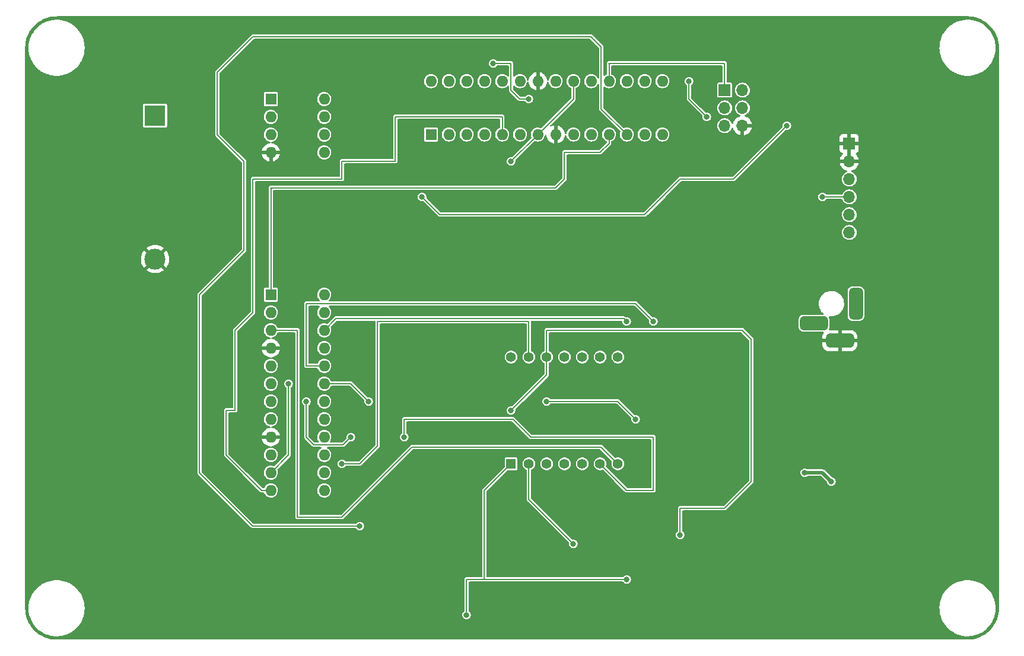
<source format=gbr>
%TF.GenerationSoftware,KiCad,Pcbnew,6.0.6-3a73a75311~116~ubuntu20.04.1*%
%TF.CreationDate,2022-07-18T01:41:21-04:00*%
%TF.ProjectId,first_project,66697273-745f-4707-926f-6a6563742e6b,rev?*%
%TF.SameCoordinates,PX4c4b400PY8a48640*%
%TF.FileFunction,Copper,L2,Bot*%
%TF.FilePolarity,Positive*%
%FSLAX46Y46*%
G04 Gerber Fmt 4.6, Leading zero omitted, Abs format (unit mm)*
G04 Created by KiCad (PCBNEW 6.0.6-3a73a75311~116~ubuntu20.04.1) date 2022-07-18 01:41:21*
%MOMM*%
%LPD*%
G01*
G04 APERTURE LIST*
G04 Aperture macros list*
%AMRoundRect*
0 Rectangle with rounded corners*
0 $1 Rounding radius*
0 $2 $3 $4 $5 $6 $7 $8 $9 X,Y pos of 4 corners*
0 Add a 4 corners polygon primitive as box body*
4,1,4,$2,$3,$4,$5,$6,$7,$8,$9,$2,$3,0*
0 Add four circle primitives for the rounded corners*
1,1,$1+$1,$2,$3*
1,1,$1+$1,$4,$5*
1,1,$1+$1,$6,$7*
1,1,$1+$1,$8,$9*
0 Add four rect primitives between the rounded corners*
20,1,$1+$1,$2,$3,$4,$5,0*
20,1,$1+$1,$4,$5,$6,$7,0*
20,1,$1+$1,$6,$7,$8,$9,0*
20,1,$1+$1,$8,$9,$2,$3,0*%
G04 Aperture macros list end*
%TA.AperFunction,ComponentPad*%
%ADD10R,1.600000X1.600000*%
%TD*%
%TA.AperFunction,ComponentPad*%
%ADD11O,1.600000X1.600000*%
%TD*%
%TA.AperFunction,ComponentPad*%
%ADD12R,1.700000X1.700000*%
%TD*%
%TA.AperFunction,ComponentPad*%
%ADD13O,1.700000X1.700000*%
%TD*%
%TA.AperFunction,ComponentPad*%
%ADD14R,3.000000X3.000000*%
%TD*%
%TA.AperFunction,ComponentPad*%
%ADD15C,3.000000*%
%TD*%
%TA.AperFunction,ComponentPad*%
%ADD16R,1.400000X1.400000*%
%TD*%
%TA.AperFunction,ComponentPad*%
%ADD17C,1.400000*%
%TD*%
%TA.AperFunction,ComponentPad*%
%ADD18RoundRect,0.500000X0.500000X-1.750000X0.500000X1.750000X-0.500000X1.750000X-0.500000X-1.750000X0*%
%TD*%
%TA.AperFunction,ComponentPad*%
%ADD19RoundRect,0.500000X1.500000X0.500000X-1.500000X0.500000X-1.500000X-0.500000X1.500000X-0.500000X0*%
%TD*%
%TA.AperFunction,ViaPad*%
%ADD20C,0.812800*%
%TD*%
%TA.AperFunction,Conductor*%
%ADD21C,0.203200*%
%TD*%
%TA.AperFunction,Conductor*%
%ADD22C,0.508000*%
%TD*%
G04 APERTURE END LIST*
D10*
%TO.P,U4,1,DIN*%
%TO.N,DISP_DATA*%
X35580000Y49755000D03*
D11*
%TO.P,U4,2,DIG_0*%
%TO.N,/DIG_0*%
X35580000Y47215000D03*
%TO.P,U4,3,DIG_4*%
%TO.N,/DIG_4*%
X35580000Y44675000D03*
%TO.P,U4,4,GND*%
%TO.N,GND*%
X35580000Y42135000D03*
%TO.P,U4,5,DIG_6*%
%TO.N,unconnected-(U4-Pad5)*%
X35580000Y39595000D03*
%TO.P,U4,6,DIG_2*%
%TO.N,/DIG_2*%
X35580000Y37055000D03*
%TO.P,U4,7,DIG_3*%
%TO.N,/DIG_3*%
X35580000Y34515000D03*
%TO.P,U4,8,DIG_7*%
%TO.N,unconnected-(U4-Pad8)*%
X35580000Y31975000D03*
%TO.P,U4,9,GND*%
%TO.N,GND*%
X35580000Y29435000D03*
%TO.P,U4,10,DIG_5*%
%TO.N,/DIG_5*%
X35580000Y26895000D03*
%TO.P,U4,11,DIG_1*%
%TO.N,/DIG_1*%
X35580000Y24355000D03*
%TO.P,U4,12,LOAD*%
%TO.N,DISP_LOAD*%
X35580000Y21815000D03*
%TO.P,U4,13,CLK*%
%TO.N,DISP_CLK*%
X43200000Y21815000D03*
%TO.P,U4,14,SEG_A*%
%TO.N,/SEG_A*%
X43200000Y24355000D03*
%TO.P,U4,15,SEG_F*%
%TO.N,/SEG_F*%
X43200000Y26895000D03*
%TO.P,U4,16,SEG_B*%
%TO.N,/SEG_B*%
X43200000Y29435000D03*
%TO.P,U4,17,SEG_G*%
%TO.N,/SEG_G*%
X43200000Y31975000D03*
%TO.P,U4,18,ISET*%
%TO.N,/ISET*%
X43200000Y34515000D03*
%TO.P,U4,19,V+*%
%TO.N,VCC*%
X43200000Y37055000D03*
%TO.P,U4,20,SEG_C*%
%TO.N,/SEG_C*%
X43200000Y39595000D03*
%TO.P,U4,21,SEG_E*%
%TO.N,/SEG_E*%
X43200000Y42135000D03*
%TO.P,U4,22,SEG_DP*%
%TO.N,/SEG_DP*%
X43200000Y44675000D03*
%TO.P,U4,23,SEG_D*%
%TO.N,/SEG_D*%
X43200000Y47215000D03*
%TO.P,U4,24,DOUT*%
%TO.N,unconnected-(U4-Pad24)*%
X43200000Y49755000D03*
%TD*%
D12*
%TO.P,J1,1,Pin_1*%
%TO.N,GND*%
X118120000Y71340000D03*
D13*
%TO.P,J1,2,Pin_2*%
X118120000Y68800000D03*
%TO.P,J1,3,Pin_3*%
%TO.N,unconnected-(J1-Pad3)*%
X118120000Y66260000D03*
%TO.P,J1,4,Pin_4*%
%TO.N,Net-(J1-Pad4)*%
X118120000Y63720000D03*
%TO.P,J1,5,Pin_5*%
%TO.N,Net-(J1-Pad5)*%
X118120000Y61180000D03*
%TO.P,J1,6,Pin_6*%
%TO.N,Net-(C6-Pad2)*%
X118120000Y58640000D03*
%TD*%
D10*
%TO.P,U3,1,X1*%
%TO.N,Net-(U3-Pad1)*%
X35580000Y77680000D03*
D11*
%TO.P,U3,2,X2*%
%TO.N,Net-(U3-Pad2)*%
X35580000Y75140000D03*
%TO.P,U3,3,VBAT*%
%TO.N,Net-(BT1-Pad1)*%
X35580000Y72600000D03*
%TO.P,U3,4,GND*%
%TO.N,GND*%
X35580000Y70060000D03*
%TO.P,U3,5,SDA*%
%TO.N,SDA_RTC*%
X43200000Y70060000D03*
%TO.P,U3,6,SCL*%
%TO.N,SCL_RTC*%
X43200000Y72600000D03*
%TO.P,U3,7,SQW/OUT*%
%TO.N,unconnected-(U3-Pad7)*%
X43200000Y75140000D03*
%TO.P,U3,8,VCC*%
%TO.N,VCC*%
X43200000Y77680000D03*
%TD*%
D14*
%TO.P,BT1,1,+*%
%TO.N,Net-(BT1-Pad1)*%
X19059984Y75333686D03*
D15*
%TO.P,BT1,2,-*%
%TO.N,GND*%
X19059984Y54843686D03*
%TD*%
D16*
%TO.P,DS1,1,E*%
%TO.N,/SEG_E*%
X69860000Y25620000D03*
D17*
%TO.P,DS1,2,D*%
%TO.N,/SEG_D*%
X72400000Y25620000D03*
%TO.P,DS1,3,DP*%
%TO.N,/SEG_DP*%
X74940000Y25620000D03*
%TO.P,DS1,4,C*%
%TO.N,/SEG_C*%
X77480000Y25620000D03*
%TO.P,DS1,5,G*%
%TO.N,/SEG_G*%
X80020000Y25620000D03*
%TO.P,DS1,6,COM_DIG.4*%
%TO.N,/DIG_3*%
X82560000Y25620000D03*
%TO.P,DS1,7,COM_COLON*%
%TO.N,/DIG_4*%
X85100000Y25620000D03*
%TO.P,DS1,8,COLON*%
%TO.N,/SEG_DP*%
X85100000Y40860000D03*
%TO.P,DS1,9,B*%
%TO.N,/SEG_B*%
X82560000Y40860000D03*
%TO.P,DS1,10,COM_DIG.3*%
%TO.N,/DIG_2*%
X80020000Y40860000D03*
%TO.P,DS1,11,COM_DIG.2*%
%TO.N,/DIG_1*%
X77480000Y40860000D03*
%TO.P,DS1,12,F*%
%TO.N,/SEG_F*%
X74940000Y40860000D03*
%TO.P,DS1,13,A*%
%TO.N,/SEG_A*%
X72400000Y40860000D03*
%TO.P,DS1,14,COM_DIG.1*%
%TO.N,/DIG_0*%
X69860000Y40860000D03*
%TD*%
D12*
%TO.P,J3,1,Pin_1*%
%TO.N,MISO*%
X100340000Y78960000D03*
D13*
%TO.P,J3,2,Pin_2*%
%TO.N,VCC*%
X102880000Y78960000D03*
%TO.P,J3,3,Pin_3*%
%TO.N,LED_SCK*%
X100340000Y76420000D03*
%TO.P,J3,4,Pin_4*%
%TO.N,MOSI*%
X102880000Y76420000D03*
%TO.P,J3,5,Pin_5*%
%TO.N,RESET*%
X100340000Y73880000D03*
%TO.P,J3,6,Pin_6*%
%TO.N,GND*%
X102880000Y73880000D03*
%TD*%
D10*
%TO.P,U1,1,~{RESET}/PC6*%
%TO.N,RESET*%
X58440000Y72620000D03*
D11*
%TO.P,U1,2,PD0*%
%TO.N,RXD*%
X60980000Y72620000D03*
%TO.P,U1,3,PD1*%
%TO.N,TXD*%
X63520000Y72620000D03*
%TO.P,U1,4,PD2*%
%TO.N,BTN_SETOPT*%
X66060000Y72620000D03*
%TO.P,U1,5,PD3*%
%TO.N,DISP_LOAD*%
X68600000Y72620000D03*
%TO.P,U1,6,PD4*%
%TO.N,BTN_HOUR*%
X71140000Y72620000D03*
%TO.P,U1,7,VCC*%
%TO.N,Net-(C7-Pad2)*%
X73680000Y72620000D03*
%TO.P,U1,8,GND*%
%TO.N,GND*%
X76220000Y72620000D03*
%TO.P,U1,9,XTAL1/PB6*%
%TO.N,/XTAL1*%
X78760000Y72620000D03*
%TO.P,U1,10,XTAL2/PB7*%
%TO.N,/XTAL2*%
X81300000Y72620000D03*
%TO.P,U1,11,PD5*%
%TO.N,DISP_DATA*%
X83840000Y72620000D03*
%TO.P,U1,12,PD6*%
%TO.N,DISP_CLK*%
X86380000Y72620000D03*
%TO.P,U1,13,PD7*%
%TO.N,BTN_MIN*%
X88920000Y72620000D03*
%TO.P,U1,14,PB0*%
%TO.N,BTN_DAY*%
X91460000Y72620000D03*
%TO.P,U1,15,PB1*%
%TO.N,unconnected-(U1-Pad15)*%
X91460000Y80240000D03*
%TO.P,U1,16,PB2*%
%TO.N,unconnected-(U1-Pad16)*%
X88920000Y80240000D03*
%TO.P,U1,17,PB3*%
%TO.N,MOSI*%
X86380000Y80240000D03*
%TO.P,U1,18,PB4*%
%TO.N,MISO*%
X83840000Y80240000D03*
%TO.P,U1,19,PB5*%
%TO.N,LED_SCK*%
X81300000Y80240000D03*
%TO.P,U1,20,AVCC*%
%TO.N,Net-(C7-Pad2)*%
X78760000Y80240000D03*
%TO.P,U1,21,AREF*%
%TO.N,Net-(C2-Pad1)*%
X76220000Y80240000D03*
%TO.P,U1,22,GND*%
%TO.N,GND*%
X73680000Y80240000D03*
%TO.P,U1,23,PC0*%
%TO.N,unconnected-(U1-Pad23)*%
X71140000Y80240000D03*
%TO.P,U1,24,PC1*%
%TO.N,unconnected-(U1-Pad24)*%
X68600000Y80240000D03*
%TO.P,U1,25,PC2*%
%TO.N,unconnected-(U1-Pad25)*%
X66060000Y80240000D03*
%TO.P,U1,26,PC3*%
%TO.N,SDA_RTC*%
X63520000Y80240000D03*
%TO.P,U1,27,PC4*%
%TO.N,SCL_RTC*%
X60980000Y80240000D03*
%TO.P,U1,28,PC5*%
%TO.N,unconnected-(U1-Pad28)*%
X58440000Y80240000D03*
%TD*%
D18*
%TO.P,J2,1,POLE*%
%TO.N,Net-(C1-Pad1)*%
X119080000Y48480000D03*
D19*
%TO.P,J2,2,OUT*%
%TO.N,GND*%
X116780000Y43180000D03*
%TO.P,J2,3,OUT*%
%TO.N,unconnected-(J2-Pad3)*%
X113080000Y45680000D03*
%TD*%
D20*
%TO.N,GND*%
X49540000Y37050000D03*
X49540000Y39590000D03*
X123200000Y68800000D03*
%TO.N,VCC*%
X115580000Y23080000D03*
X111770000Y24350000D03*
X49540000Y34510000D03*
%TO.N,RESET*%
X97800000Y75150000D03*
X95260000Y80230000D03*
%TO.N,Net-(C7-Pad2)*%
X69860000Y68800000D03*
%TO.N,/SEG_A*%
X45730000Y25620000D03*
%TO.N,/SEG_C*%
X90180000Y45940000D03*
%TO.N,/SEG_D*%
X78750000Y14190000D03*
%TO.N,/SEG_E*%
X86370000Y9110000D03*
X63510000Y4030000D03*
%TO.N,/SEG_F*%
X93990000Y15460000D03*
X69860000Y33240000D03*
%TO.N,/SEG_G*%
X74940000Y34510000D03*
X87640000Y31970000D03*
%TO.N,/SEG_DP*%
X86370000Y45940000D03*
%TO.N,/DIG_3*%
X54620000Y29430000D03*
X40650000Y34510000D03*
X47000000Y29430000D03*
%TO.N,/DIG_1*%
X38110000Y37050000D03*
%TO.N,Net-(J1-Pad4)*%
X114310000Y63720000D03*
%TO.N,LED_SCK*%
X67320000Y82770000D03*
X72400000Y77690000D03*
%TO.N,RXD*%
X109230000Y73880000D03*
X57160000Y63720000D03*
%TO.N,DISP_CLK*%
X48270000Y16730000D03*
%TD*%
D21*
%TO.N,GND*%
X118120000Y68800000D02*
X123200000Y68800000D01*
X49540000Y39590000D02*
X49540000Y37050000D01*
D22*
%TO.N,VCC*%
X114310000Y24350000D02*
X115580000Y23080000D01*
D21*
X49540000Y34510000D02*
X46995000Y37055000D01*
D22*
X111770000Y24350000D02*
X114310000Y24350000D01*
D21*
X46995000Y37055000D02*
X43200000Y37055000D01*
%TO.N,RESET*%
X97800000Y75150000D02*
X95260000Y77690000D01*
X95260000Y77690000D02*
X95260000Y80230000D01*
%TO.N,Net-(C7-Pad2)*%
X73680000Y72620000D02*
X69860000Y68800000D01*
X78760000Y77700000D02*
X73680000Y72620000D01*
X78760000Y80240000D02*
X78760000Y77700000D01*
%TO.N,/SEG_A*%
X50810000Y45940000D02*
X50810000Y28160000D01*
X48270000Y25620000D02*
X45730000Y25620000D01*
X72400000Y45940000D02*
X50810000Y45940000D01*
X72400000Y40860000D02*
X72400000Y45940000D01*
X50810000Y28160000D02*
X48270000Y25620000D01*
%TO.N,/SEG_C*%
X40650000Y39590000D02*
X40650000Y48480000D01*
X43200000Y39595000D02*
X40655000Y39595000D01*
X40655000Y39595000D02*
X40650000Y39590000D01*
X87640000Y48480000D02*
X90180000Y45940000D01*
X40650000Y48480000D02*
X87640000Y48480000D01*
%TO.N,/SEG_D*%
X72400000Y25620000D02*
X72400000Y20540000D01*
X72400000Y20540000D02*
X78750000Y14190000D01*
%TO.N,/SEG_E*%
X69860000Y25620000D02*
X66050000Y21810000D01*
X86370000Y9110000D02*
X66050000Y9110000D01*
X66050000Y21810000D02*
X66050000Y9110000D01*
X63510000Y9110000D02*
X66050000Y9110000D01*
X63510000Y4030000D02*
X63510000Y9110000D01*
%TO.N,/SEG_F*%
X104150000Y43400000D02*
X102880000Y44670000D01*
X74940000Y44670000D02*
X74940000Y40860000D01*
X104150000Y23080000D02*
X104150000Y43400000D01*
X93990000Y19270000D02*
X93990000Y15460000D01*
X102880000Y44670000D02*
X74940000Y44670000D01*
X69860000Y33240000D02*
X74940000Y38320000D01*
X93990000Y19270000D02*
X100340000Y19270000D01*
X100340000Y19270000D02*
X104150000Y23080000D01*
X74940000Y38320000D02*
X74940000Y40860000D01*
%TO.N,/SEG_G*%
X74940000Y34510000D02*
X85100000Y34510000D01*
X85100000Y34510000D02*
X87640000Y31970000D01*
%TO.N,/SEG_DP*%
X43200000Y44675000D02*
X44871400Y46346400D01*
X44871400Y46346400D02*
X85963600Y46346400D01*
X85963600Y46346400D02*
X86370000Y45940000D01*
%TO.N,/DIG_3*%
X47000000Y29430000D02*
X45900200Y28330200D01*
X72664211Y29430000D02*
X90180000Y29430000D01*
X90180000Y21810000D02*
X86370000Y21810000D01*
X45900200Y28330200D02*
X41749800Y28330200D01*
X54620000Y31970000D02*
X70124211Y31970000D01*
X40650000Y29430000D02*
X40650000Y34510000D01*
X70124211Y31970000D02*
X72664211Y29430000D01*
X90180000Y29430000D02*
X90180000Y21810000D01*
X41749800Y28330200D02*
X40650000Y29430000D01*
X86370000Y21810000D02*
X82560000Y25620000D01*
X54620000Y29430000D02*
X54620000Y31970000D01*
%TO.N,/DIG_4*%
X39380000Y18000000D02*
X39380000Y44670000D01*
X39380000Y44670000D02*
X39375000Y44675000D01*
X39375000Y44675000D02*
X35580000Y44675000D01*
X85100000Y25620000D02*
X82728336Y27991664D01*
X82728336Y27991664D02*
X55721664Y27991664D01*
X55721664Y27991664D02*
X45730000Y18000000D01*
X45730000Y18000000D02*
X39380000Y18000000D01*
%TO.N,/DIG_1*%
X38110000Y26885000D02*
X35580000Y24355000D01*
X38110000Y37050000D02*
X38110000Y26885000D01*
%TO.N,Net-(J1-Pad4)*%
X118120000Y63720000D02*
X114310000Y63720000D01*
%TO.N,MISO*%
X83840000Y80240000D02*
X83840000Y82760000D01*
X83840000Y82760000D02*
X83830000Y82770000D01*
X83830000Y82770000D02*
X100340000Y82770000D01*
X100340000Y82770000D02*
X100340000Y78960000D01*
%TO.N,LED_SCK*%
X71130000Y77690000D02*
X72400000Y77690000D01*
X69860000Y82770000D02*
X69860000Y78960000D01*
X67320000Y82770000D02*
X69860000Y82770000D01*
X69860000Y78960000D02*
X71130000Y77690000D01*
%TO.N,RXD*%
X93990000Y66260000D02*
X101610000Y66260000D01*
X93990000Y66260000D02*
X88910000Y61180000D01*
X88910000Y61180000D02*
X59700000Y61180000D01*
X59700000Y61180000D02*
X57160000Y63720000D01*
X109230000Y73880000D02*
X101610000Y66260000D01*
%TO.N,DISP_LOAD*%
X68590000Y75150000D02*
X53350000Y75150000D01*
X29220000Y33240000D02*
X29220000Y26890000D01*
X68600000Y75140000D02*
X68590000Y75150000D01*
X30490000Y33240000D02*
X29220000Y33240000D01*
X53350000Y75150000D02*
X53350000Y68800000D01*
X45730000Y68800000D02*
X45730000Y66260000D01*
X33030000Y66260000D02*
X33030000Y47210000D01*
X29225000Y26895000D02*
X34305000Y21815000D01*
X30490000Y44670000D02*
X30490000Y33240000D01*
X53350000Y68800000D02*
X45730000Y68800000D01*
X45730000Y66260000D02*
X33030000Y66260000D01*
X34305000Y21815000D02*
X35580000Y21815000D01*
X29220000Y26890000D02*
X29225000Y26895000D01*
X68600000Y72620000D02*
X68600000Y75140000D01*
X30490000Y44670000D02*
X33030000Y47210000D01*
%TO.N,DISP_DATA*%
X77480000Y70070000D02*
X77480000Y66260000D01*
X83840000Y72620000D02*
X83840000Y71350000D01*
X35570000Y64990000D02*
X35580000Y64980000D01*
X77480000Y66260000D02*
X76210000Y64990000D01*
X76210000Y64990000D02*
X35570000Y64990000D01*
X35580000Y64980000D02*
X35580000Y49755000D01*
X82560000Y70070000D02*
X77480000Y70070000D01*
X83840000Y71350000D02*
X82560000Y70070000D01*
%TO.N,DISP_CLK*%
X31760000Y68800000D02*
X31760000Y56100000D01*
X33030000Y86580000D02*
X27950000Y81500000D01*
X25410000Y24350000D02*
X33030000Y16730000D01*
X81290000Y86580000D02*
X33030000Y86580000D01*
X25410000Y49750000D02*
X25410000Y24350000D01*
X86380000Y72620000D02*
X82735200Y76264800D01*
X33030000Y16730000D02*
X48270000Y16730000D01*
X27950000Y81500000D02*
X27950000Y72610000D01*
X27950000Y72610000D02*
X31760000Y68800000D01*
X82735200Y76264800D02*
X82735200Y85134800D01*
X25410000Y49750000D02*
X31760000Y56100000D01*
X82735200Y85134800D02*
X81290000Y86580000D01*
%TD*%
%TA.AperFunction,Conductor*%
%TO.N,GND*%
G36*
X134970018Y89490000D02*
G01*
X134984851Y89487690D01*
X134984855Y89487690D01*
X134993724Y89486309D01*
X135014183Y89488984D01*
X135036007Y89489928D01*
X135385965Y89474648D01*
X135396913Y89473690D01*
X135774498Y89423981D01*
X135785307Y89422074D01*
X136157114Y89339647D01*
X136167731Y89336802D01*
X136530939Y89222282D01*
X136541254Y89218529D01*
X136893123Y89072780D01*
X136903067Y89068142D01*
X137111825Y88959470D01*
X137240867Y88892295D01*
X137250387Y88886799D01*
X137571574Y88682180D01*
X137580578Y88675876D01*
X137882716Y88444038D01*
X137891137Y88436972D01*
X138171914Y88179686D01*
X138179686Y88171914D01*
X138436972Y87891137D01*
X138444038Y87882716D01*
X138675876Y87580578D01*
X138682180Y87571574D01*
X138886799Y87250387D01*
X138892294Y87240868D01*
X139049515Y86938851D01*
X139068138Y86903076D01*
X139072780Y86893123D01*
X139202203Y86580668D01*
X139218526Y86541261D01*
X139222282Y86530939D01*
X139314711Y86237795D01*
X139336802Y86167732D01*
X139339647Y86157115D01*
X139416948Y85808434D01*
X139422073Y85785315D01*
X139423982Y85774490D01*
X139473690Y85396914D01*
X139474648Y85385965D01*
X139483141Y85191458D01*
X139489603Y85043448D01*
X139488223Y85018571D01*
X139486309Y85006276D01*
X139487473Y84997374D01*
X139487473Y84997372D01*
X139490436Y84974717D01*
X139491500Y84958379D01*
X139491500Y5049367D01*
X139490000Y5029982D01*
X139487690Y5015149D01*
X139487690Y5015145D01*
X139486309Y5006276D01*
X139488984Y4985817D01*
X139489928Y4963989D01*
X139474648Y4614036D01*
X139473690Y4603087D01*
X139469418Y4570633D01*
X139423982Y4225510D01*
X139422074Y4214693D01*
X139345820Y3870732D01*
X139339647Y3842886D01*
X139336802Y3832269D01*
X139231117Y3497078D01*
X139222285Y3469068D01*
X139218529Y3458746D01*
X139115439Y3209864D01*
X139072784Y3106886D01*
X139068142Y3096933D01*
X139035309Y3033861D01*
X138892295Y2759133D01*
X138886800Y2749615D01*
X138869958Y2723178D01*
X138682180Y2428426D01*
X138675876Y2419422D01*
X138444038Y2117284D01*
X138436972Y2108863D01*
X138179686Y1828086D01*
X138171914Y1820314D01*
X137891137Y1563028D01*
X137882716Y1555962D01*
X137580578Y1324124D01*
X137571574Y1317820D01*
X137466609Y1250950D01*
X137274727Y1128707D01*
X137250387Y1113201D01*
X137240868Y1107706D01*
X136903067Y931858D01*
X136893123Y927220D01*
X136541254Y781471D01*
X136530939Y777718D01*
X136167732Y663198D01*
X136157115Y660353D01*
X135785307Y577926D01*
X135774498Y576019D01*
X135396914Y526310D01*
X135385965Y525352D01*
X135043446Y510397D01*
X135018571Y511777D01*
X135006276Y513691D01*
X134997374Y512527D01*
X134997372Y512527D01*
X134982323Y510559D01*
X134974714Y509564D01*
X134958379Y508500D01*
X5049367Y508500D01*
X5029982Y510000D01*
X5015149Y512310D01*
X5015145Y512310D01*
X5006276Y513691D01*
X4985817Y511016D01*
X4963993Y510072D01*
X4614035Y525352D01*
X4603086Y526310D01*
X4225502Y576019D01*
X4214693Y577926D01*
X3842885Y660353D01*
X3832268Y663198D01*
X3469061Y777718D01*
X3458746Y781471D01*
X3106877Y927220D01*
X3096933Y931858D01*
X2759132Y1107706D01*
X2749613Y1113201D01*
X2725274Y1128707D01*
X2533391Y1250950D01*
X2428426Y1317820D01*
X2419422Y1324124D01*
X2117284Y1555962D01*
X2108863Y1563028D01*
X1828086Y1820314D01*
X1820314Y1828086D01*
X1563028Y2108863D01*
X1555962Y2117284D01*
X1324124Y2419422D01*
X1317820Y2428426D01*
X1130042Y2723178D01*
X1113200Y2749615D01*
X1107705Y2759133D01*
X964691Y3033861D01*
X931858Y3096933D01*
X927216Y3106886D01*
X884562Y3209864D01*
X781471Y3458746D01*
X777715Y3469068D01*
X768884Y3497078D01*
X663198Y3832269D01*
X660353Y3842886D01*
X654180Y3870732D01*
X577926Y4214693D01*
X576018Y4225510D01*
X530583Y4570633D01*
X526310Y4603087D01*
X525352Y4614036D01*
X510561Y4952792D01*
X512188Y4979195D01*
X512769Y4982648D01*
X512770Y4982655D01*
X513576Y4987448D01*
X513729Y5000000D01*
X511727Y5013981D01*
X994883Y5013981D01*
X995033Y5010800D01*
X996524Y4979195D01*
X1013974Y4609167D01*
X1014445Y4606014D01*
X1014446Y4606006D01*
X1017696Y4584261D01*
X1073876Y4208354D01*
X1074662Y4205272D01*
X1074662Y4205270D01*
X1117251Y4038188D01*
X1173975Y3815648D01*
X1235843Y3646587D01*
X1291712Y3493918D01*
X1313248Y3435067D01*
X1330507Y3399524D01*
X1477442Y3096924D01*
X1490268Y3070509D01*
X1491940Y3067802D01*
X1491941Y3067800D01*
X1688458Y2749613D01*
X1703223Y2725706D01*
X1705155Y2723188D01*
X1705162Y2723178D01*
X1947991Y2406717D01*
X1949932Y2404188D01*
X1952114Y2401872D01*
X1952123Y2401862D01*
X2108597Y2235817D01*
X2227869Y2109249D01*
X2534189Y1843906D01*
X2536799Y1842071D01*
X2536805Y1842067D01*
X2736373Y1701808D01*
X2865755Y1610877D01*
X3219173Y1412548D01*
X3222087Y1411281D01*
X3222091Y1411279D01*
X3375386Y1344625D01*
X3590825Y1250950D01*
X3774813Y1192232D01*
X3973860Y1128707D01*
X3973869Y1128705D01*
X3976904Y1127736D01*
X4192469Y1082309D01*
X4370339Y1044826D01*
X4370344Y1044825D01*
X4373458Y1044169D01*
X4776427Y1001104D01*
X4779614Y1001087D01*
X4779620Y1001087D01*
X4963626Y1000124D01*
X5181685Y998982D01*
X5334498Y1013696D01*
X5581918Y1037520D01*
X5581923Y1037521D01*
X5585083Y1037825D01*
X5588202Y1038448D01*
X5588207Y1038449D01*
X5784157Y1077604D01*
X5982491Y1117235D01*
X6251745Y1200068D01*
X6366794Y1235462D01*
X6366798Y1235464D01*
X6369839Y1236399D01*
X6372775Y1237639D01*
X6372780Y1237641D01*
X6577514Y1324124D01*
X6743162Y1394096D01*
X7098637Y1588714D01*
X7432626Y1818257D01*
X7462870Y1843906D01*
X7739278Y2078317D01*
X7739280Y2078319D01*
X7741708Y2080378D01*
X8022718Y2372391D01*
X8272781Y2691307D01*
X8309641Y2749613D01*
X8487625Y3031158D01*
X8489334Y3033861D01*
X8490754Y3036710D01*
X8490759Y3036718D01*
X8668742Y3393698D01*
X8670162Y3396546D01*
X8813412Y3775647D01*
X8824056Y3815648D01*
X8881091Y4030000D01*
X62894635Y4030000D01*
X62915603Y3870732D01*
X62918762Y3863105D01*
X62918763Y3863102D01*
X62939658Y3812657D01*
X62977078Y3722318D01*
X63074871Y3594871D01*
X63202317Y3497078D01*
X63269940Y3469068D01*
X63343102Y3438763D01*
X63343105Y3438762D01*
X63350732Y3435603D01*
X63510000Y3414635D01*
X63518188Y3415713D01*
X63661080Y3434525D01*
X63669268Y3435603D01*
X63676895Y3438762D01*
X63676898Y3438763D01*
X63750060Y3469068D01*
X63817683Y3497078D01*
X63945129Y3594871D01*
X64042922Y3722318D01*
X64080342Y3812657D01*
X64101237Y3863102D01*
X64101238Y3863105D01*
X64104397Y3870732D01*
X64125365Y4030000D01*
X64104397Y4189268D01*
X64096492Y4208354D01*
X64046082Y4330052D01*
X64042922Y4337682D01*
X63945129Y4465129D01*
X63864594Y4526926D01*
X63822729Y4584261D01*
X63815300Y4626886D01*
X63815300Y5013981D01*
X130994883Y5013981D01*
X130995033Y5010800D01*
X130996524Y4979195D01*
X131013974Y4609167D01*
X131014445Y4606014D01*
X131014446Y4606006D01*
X131017696Y4584261D01*
X131073876Y4208354D01*
X131074662Y4205272D01*
X131074662Y4205270D01*
X131117251Y4038188D01*
X131173975Y3815648D01*
X131235843Y3646587D01*
X131291712Y3493918D01*
X131313248Y3435067D01*
X131330507Y3399524D01*
X131477442Y3096924D01*
X131490268Y3070509D01*
X131491940Y3067802D01*
X131491941Y3067800D01*
X131688458Y2749613D01*
X131703223Y2725706D01*
X131705155Y2723188D01*
X131705162Y2723178D01*
X131947991Y2406717D01*
X131949932Y2404188D01*
X131952114Y2401872D01*
X131952123Y2401862D01*
X132108597Y2235817D01*
X132227869Y2109249D01*
X132534189Y1843906D01*
X132536799Y1842071D01*
X132536805Y1842067D01*
X132736373Y1701808D01*
X132865755Y1610877D01*
X133219173Y1412548D01*
X133222087Y1411281D01*
X133222091Y1411279D01*
X133375386Y1344625D01*
X133590825Y1250950D01*
X133774813Y1192232D01*
X133973860Y1128707D01*
X133973869Y1128705D01*
X133976904Y1127736D01*
X134192469Y1082309D01*
X134370339Y1044826D01*
X134370344Y1044825D01*
X134373458Y1044169D01*
X134776427Y1001104D01*
X134779614Y1001087D01*
X134779620Y1001087D01*
X134963626Y1000124D01*
X135181685Y998982D01*
X135334498Y1013696D01*
X135581918Y1037520D01*
X135581923Y1037521D01*
X135585083Y1037825D01*
X135588202Y1038448D01*
X135588207Y1038449D01*
X135784157Y1077604D01*
X135982491Y1117235D01*
X136251745Y1200068D01*
X136366794Y1235462D01*
X136366798Y1235464D01*
X136369839Y1236399D01*
X136372775Y1237639D01*
X136372780Y1237641D01*
X136577514Y1324124D01*
X136743162Y1394096D01*
X137098637Y1588714D01*
X137432626Y1818257D01*
X137462870Y1843906D01*
X137739278Y2078317D01*
X137739280Y2078319D01*
X137741708Y2080378D01*
X138022718Y2372391D01*
X138272781Y2691307D01*
X138309641Y2749613D01*
X138487625Y3031158D01*
X138489334Y3033861D01*
X138490754Y3036710D01*
X138490759Y3036718D01*
X138668742Y3393698D01*
X138670162Y3396546D01*
X138813412Y3775647D01*
X138824056Y3815648D01*
X138916798Y4164199D01*
X138917619Y4167284D01*
X138921141Y4189268D01*
X138978075Y4544723D01*
X138981715Y4567447D01*
X138982685Y4584261D01*
X139004945Y4970344D01*
X139005043Y4972039D01*
X139005141Y5000000D01*
X139003622Y5029982D01*
X138984799Y5401572D01*
X138984798Y5401577D01*
X138984638Y5404745D01*
X138923337Y5805345D01*
X138821867Y6197701D01*
X138816935Y6211034D01*
X138682376Y6574796D01*
X138682373Y6574802D01*
X138681267Y6577793D01*
X138502975Y6941731D01*
X138288818Y7285788D01*
X138040989Y7606442D01*
X137762024Y7900410D01*
X137454779Y8164682D01*
X137122401Y8396552D01*
X136798060Y8577078D01*
X136771078Y8592096D01*
X136771076Y8592097D01*
X136768293Y8593646D01*
X136765373Y8594904D01*
X136765368Y8594906D01*
X136399014Y8752684D01*
X136399004Y8752688D01*
X136396080Y8753947D01*
X136009573Y8875812D01*
X135684641Y8943102D01*
X135615855Y8957347D01*
X135615852Y8957347D01*
X135612730Y8957994D01*
X135301937Y8990111D01*
X135212769Y8999326D01*
X135212766Y8999326D01*
X135209613Y8999652D01*
X135206447Y8999658D01*
X135206438Y8999658D01*
X135006225Y9000007D01*
X134804350Y9000359D01*
X134604617Y8980423D01*
X134404274Y8960427D01*
X134404270Y8960426D01*
X134401090Y8960109D01*
X134397950Y8959470D01*
X134397949Y8959470D01*
X134007096Y8879950D01*
X134007089Y8879948D01*
X134003962Y8879312D01*
X133617032Y8758797D01*
X133614092Y8757543D01*
X133247199Y8601050D01*
X133247195Y8601048D01*
X133244262Y8599797D01*
X132889468Y8403940D01*
X132886847Y8402125D01*
X132886842Y8402122D01*
X132577119Y8187659D01*
X132556283Y8173232D01*
X132553855Y8171158D01*
X132553852Y8171156D01*
X132546272Y8164682D01*
X132248118Y7910034D01*
X132245918Y7907732D01*
X132245915Y7907729D01*
X132238921Y7900410D01*
X131968128Y7617042D01*
X131719181Y7297255D01*
X131717485Y7294551D01*
X131717482Y7294547D01*
X131710288Y7283079D01*
X131503824Y6953947D01*
X131324263Y6590633D01*
X131182337Y6211034D01*
X131079498Y5819036D01*
X131016800Y5418651D01*
X130994883Y5013981D01*
X63815300Y5013981D01*
X63815300Y8678700D01*
X63835302Y8746821D01*
X63888958Y8793314D01*
X63941300Y8804700D01*
X65996537Y8804700D01*
X66008582Y8804111D01*
X66019692Y8800894D01*
X66058208Y8804230D01*
X66069081Y8804700D01*
X85773113Y8804700D01*
X85841234Y8784698D01*
X85873076Y8755404D01*
X85934871Y8674871D01*
X86062317Y8577078D01*
X86136524Y8546341D01*
X86203102Y8518763D01*
X86203105Y8518762D01*
X86210732Y8515603D01*
X86370000Y8494635D01*
X86378188Y8495713D01*
X86521080Y8514525D01*
X86529268Y8515603D01*
X86536895Y8518762D01*
X86536898Y8518763D01*
X86603476Y8546341D01*
X86677683Y8577078D01*
X86805129Y8674871D01*
X86902922Y8802318D01*
X86964397Y8950732D01*
X86985365Y9110000D01*
X86964397Y9269268D01*
X86958092Y9284491D01*
X86920580Y9375051D01*
X86902922Y9417682D01*
X86805129Y9545129D01*
X86677683Y9642922D01*
X86603476Y9673659D01*
X86536898Y9701237D01*
X86536895Y9701238D01*
X86529268Y9704397D01*
X86370000Y9725365D01*
X86210732Y9704397D01*
X86203105Y9701238D01*
X86203102Y9701237D01*
X86136525Y9673660D01*
X86062318Y9642922D01*
X85934871Y9545129D01*
X85929848Y9538583D01*
X85873076Y9464596D01*
X85815738Y9422729D01*
X85773113Y9415300D01*
X66481300Y9415300D01*
X66413179Y9435302D01*
X66366686Y9488958D01*
X66355300Y9541300D01*
X66355300Y21631351D01*
X66375302Y21699472D01*
X66392205Y21720446D01*
X69351155Y24679395D01*
X69413467Y24713421D01*
X69440250Y24716300D01*
X70580064Y24716300D01*
X70639480Y24728119D01*
X70664401Y24744770D01*
X70685799Y24759068D01*
X70706860Y24773140D01*
X70735031Y24815302D01*
X70744987Y24830202D01*
X70744987Y24830203D01*
X70751881Y24840520D01*
X70763700Y24899936D01*
X70763700Y25620000D01*
X71491322Y25620000D01*
X71511179Y25431075D01*
X71513219Y25424797D01*
X71513219Y25424796D01*
X71528443Y25377940D01*
X71569881Y25250407D01*
X71573184Y25244685D01*
X71573185Y25244684D01*
X71607718Y25184871D01*
X71664864Y25085892D01*
X71669282Y25080985D01*
X71669283Y25080984D01*
X71774359Y24964287D01*
X71791976Y24944721D01*
X71797315Y24940842D01*
X71861968Y24893869D01*
X71945661Y24833062D01*
X71951689Y24830378D01*
X71951691Y24830377D01*
X71976726Y24819231D01*
X72019950Y24799986D01*
X72074045Y24754007D01*
X72094700Y24684880D01*
X72094700Y20593290D01*
X72094493Y20590465D01*
X72092744Y20585372D01*
X72093181Y20573745D01*
X72094611Y20535644D01*
X72094700Y20530917D01*
X72094700Y20511607D01*
X72095592Y20506820D01*
X72095833Y20503102D01*
X72097011Y20471718D01*
X72101605Y20461026D01*
X72102525Y20456941D01*
X72106601Y20443525D01*
X72108106Y20439626D01*
X72110236Y20428189D01*
X72123453Y20406747D01*
X72131961Y20390368D01*
X72138393Y20375396D01*
X72138396Y20375392D01*
X72141906Y20367221D01*
X72145985Y20362256D01*
X72148311Y20359930D01*
X72148402Y20359815D01*
X72150223Y20357807D01*
X72150087Y20357684D01*
X72157940Y20347750D01*
X72163810Y20341277D01*
X72169915Y20331372D01*
X72192158Y20314458D01*
X72204977Y20303264D01*
X78112058Y14396183D01*
X78146084Y14333871D01*
X78147885Y14290643D01*
X78134635Y14190000D01*
X78155603Y14030732D01*
X78217078Y13882318D01*
X78314871Y13754871D01*
X78442317Y13657078D01*
X78516524Y13626341D01*
X78583102Y13598763D01*
X78583105Y13598762D01*
X78590732Y13595603D01*
X78750000Y13574635D01*
X78758188Y13575713D01*
X78901080Y13594525D01*
X78909268Y13595603D01*
X78916895Y13598762D01*
X78916898Y13598763D01*
X78983476Y13626341D01*
X79057683Y13657078D01*
X79185129Y13754871D01*
X79282922Y13882318D01*
X79344397Y14030732D01*
X79365365Y14190000D01*
X79344397Y14349268D01*
X79282922Y14497682D01*
X79185129Y14625129D01*
X79057683Y14722922D01*
X78983476Y14753659D01*
X78916898Y14781237D01*
X78916895Y14781238D01*
X78909268Y14784397D01*
X78750000Y14805365D01*
X78649358Y14792115D01*
X78579210Y14803054D01*
X78543817Y14827942D01*
X75643451Y17728309D01*
X72742205Y20629555D01*
X72708179Y20691867D01*
X72705300Y20718650D01*
X72705300Y24684880D01*
X72725302Y24753001D01*
X72780050Y24799986D01*
X72823274Y24819231D01*
X72848309Y24830377D01*
X72848311Y24830378D01*
X72854339Y24833062D01*
X72938033Y24893869D01*
X73002685Y24940842D01*
X73008024Y24944721D01*
X73025642Y24964287D01*
X73130717Y25080984D01*
X73130718Y25080985D01*
X73135136Y25085892D01*
X73192282Y25184871D01*
X73226815Y25244684D01*
X73226816Y25244685D01*
X73230119Y25250407D01*
X73271557Y25377940D01*
X73286781Y25424796D01*
X73286781Y25424797D01*
X73288821Y25431075D01*
X73308678Y25620000D01*
X74031322Y25620000D01*
X74051179Y25431075D01*
X74053219Y25424797D01*
X74053219Y25424796D01*
X74068443Y25377940D01*
X74109881Y25250407D01*
X74113184Y25244685D01*
X74113185Y25244684D01*
X74147718Y25184871D01*
X74204864Y25085892D01*
X74209282Y25080985D01*
X74209283Y25080984D01*
X74314359Y24964287D01*
X74331976Y24944721D01*
X74337315Y24940842D01*
X74401968Y24893869D01*
X74485661Y24833062D01*
X74491689Y24830378D01*
X74491691Y24830377D01*
X74644918Y24762156D01*
X74659203Y24755796D01*
X74736665Y24739331D01*
X74838560Y24717672D01*
X74838564Y24717672D01*
X74845017Y24716300D01*
X75034983Y24716300D01*
X75041436Y24717672D01*
X75041440Y24717672D01*
X75143335Y24739331D01*
X75220797Y24755796D01*
X75235082Y24762156D01*
X75388309Y24830377D01*
X75388311Y24830378D01*
X75394339Y24833062D01*
X75478033Y24893869D01*
X75542685Y24940842D01*
X75548024Y24944721D01*
X75565642Y24964287D01*
X75670717Y25080984D01*
X75670718Y25080985D01*
X75675136Y25085892D01*
X75732282Y25184871D01*
X75766815Y25244684D01*
X75766816Y25244685D01*
X75770119Y25250407D01*
X75811557Y25377940D01*
X75826781Y25424796D01*
X75826781Y25424797D01*
X75828821Y25431075D01*
X75848678Y25620000D01*
X76571322Y25620000D01*
X76591179Y25431075D01*
X76593219Y25424797D01*
X76593219Y25424796D01*
X76608443Y25377940D01*
X76649881Y25250407D01*
X76653184Y25244685D01*
X76653185Y25244684D01*
X76687718Y25184871D01*
X76744864Y25085892D01*
X76749282Y25080985D01*
X76749283Y25080984D01*
X76854359Y24964287D01*
X76871976Y24944721D01*
X76877315Y24940842D01*
X76941968Y24893869D01*
X77025661Y24833062D01*
X77031689Y24830378D01*
X77031691Y24830377D01*
X77184918Y24762156D01*
X77199203Y24755796D01*
X77276665Y24739331D01*
X77378560Y24717672D01*
X77378564Y24717672D01*
X77385017Y24716300D01*
X77574983Y24716300D01*
X77581436Y24717672D01*
X77581440Y24717672D01*
X77683335Y24739331D01*
X77760797Y24755796D01*
X77775082Y24762156D01*
X77928309Y24830377D01*
X77928311Y24830378D01*
X77934339Y24833062D01*
X78018033Y24893869D01*
X78082685Y24940842D01*
X78088024Y24944721D01*
X78105642Y24964287D01*
X78210717Y25080984D01*
X78210718Y25080985D01*
X78215136Y25085892D01*
X78272282Y25184871D01*
X78306815Y25244684D01*
X78306816Y25244685D01*
X78310119Y25250407D01*
X78351557Y25377940D01*
X78366781Y25424796D01*
X78366781Y25424797D01*
X78368821Y25431075D01*
X78388678Y25620000D01*
X79111322Y25620000D01*
X79131179Y25431075D01*
X79133219Y25424797D01*
X79133219Y25424796D01*
X79148443Y25377940D01*
X79189881Y25250407D01*
X79193184Y25244685D01*
X79193185Y25244684D01*
X79227718Y25184871D01*
X79284864Y25085892D01*
X79289282Y25080985D01*
X79289283Y25080984D01*
X79394359Y24964287D01*
X79411976Y24944721D01*
X79417315Y24940842D01*
X79481968Y24893869D01*
X79565661Y24833062D01*
X79571689Y24830378D01*
X79571691Y24830377D01*
X79724918Y24762156D01*
X79739203Y24755796D01*
X79816665Y24739331D01*
X79918560Y24717672D01*
X79918564Y24717672D01*
X79925017Y24716300D01*
X80114983Y24716300D01*
X80121436Y24717672D01*
X80121440Y24717672D01*
X80223335Y24739331D01*
X80300797Y24755796D01*
X80315082Y24762156D01*
X80468309Y24830377D01*
X80468311Y24830378D01*
X80474339Y24833062D01*
X80558033Y24893869D01*
X80622685Y24940842D01*
X80628024Y24944721D01*
X80645642Y24964287D01*
X80750717Y25080984D01*
X80750718Y25080985D01*
X80755136Y25085892D01*
X80812282Y25184871D01*
X80846815Y25244684D01*
X80846816Y25244685D01*
X80850119Y25250407D01*
X80891557Y25377940D01*
X80906781Y25424796D01*
X80906781Y25424797D01*
X80908821Y25431075D01*
X80928678Y25620000D01*
X80908821Y25808925D01*
X80875990Y25909971D01*
X80852161Y25983308D01*
X80850119Y25989593D01*
X80755136Y26154108D01*
X80722456Y26190403D01*
X80632439Y26290376D01*
X80632438Y26290377D01*
X80628024Y26295279D01*
X80561205Y26343826D01*
X80479681Y26403057D01*
X80479680Y26403058D01*
X80474339Y26406938D01*
X80468311Y26409622D01*
X80468309Y26409623D01*
X80306828Y26481519D01*
X80306827Y26481519D01*
X80300797Y26484204D01*
X80203021Y26504987D01*
X80121440Y26522328D01*
X80121436Y26522328D01*
X80114983Y26523700D01*
X79925017Y26523700D01*
X79918564Y26522328D01*
X79918560Y26522328D01*
X79836979Y26504987D01*
X79739203Y26484204D01*
X79733173Y26481519D01*
X79733172Y26481519D01*
X79571691Y26409623D01*
X79571689Y26409622D01*
X79565661Y26406938D01*
X79560320Y26403058D01*
X79560319Y26403057D01*
X79478795Y26343826D01*
X79411976Y26295279D01*
X79407562Y26290377D01*
X79407561Y26290376D01*
X79317544Y26190403D01*
X79284864Y26154108D01*
X79189881Y25989593D01*
X79187839Y25983308D01*
X79164011Y25909971D01*
X79131179Y25808925D01*
X79111322Y25620000D01*
X78388678Y25620000D01*
X78368821Y25808925D01*
X78335990Y25909971D01*
X78312161Y25983308D01*
X78310119Y25989593D01*
X78215136Y26154108D01*
X78182456Y26190403D01*
X78092439Y26290376D01*
X78092438Y26290377D01*
X78088024Y26295279D01*
X78021205Y26343826D01*
X77939681Y26403057D01*
X77939680Y26403058D01*
X77934339Y26406938D01*
X77928311Y26409622D01*
X77928309Y26409623D01*
X77766828Y26481519D01*
X77766827Y26481519D01*
X77760797Y26484204D01*
X77663021Y26504987D01*
X77581440Y26522328D01*
X77581436Y26522328D01*
X77574983Y26523700D01*
X77385017Y26523700D01*
X77378564Y26522328D01*
X77378560Y26522328D01*
X77296979Y26504987D01*
X77199203Y26484204D01*
X77193173Y26481519D01*
X77193172Y26481519D01*
X77031691Y26409623D01*
X77031689Y26409622D01*
X77025661Y26406938D01*
X77020320Y26403058D01*
X77020319Y26403057D01*
X76938795Y26343826D01*
X76871976Y26295279D01*
X76867562Y26290377D01*
X76867561Y26290376D01*
X76777544Y26190403D01*
X76744864Y26154108D01*
X76649881Y25989593D01*
X76647839Y25983308D01*
X76624011Y25909971D01*
X76591179Y25808925D01*
X76571322Y25620000D01*
X75848678Y25620000D01*
X75828821Y25808925D01*
X75795990Y25909971D01*
X75772161Y25983308D01*
X75770119Y25989593D01*
X75675136Y26154108D01*
X75642456Y26190403D01*
X75552439Y26290376D01*
X75552438Y26290377D01*
X75548024Y26295279D01*
X75481205Y26343826D01*
X75399681Y26403057D01*
X75399680Y26403058D01*
X75394339Y26406938D01*
X75388311Y26409622D01*
X75388309Y26409623D01*
X75226828Y26481519D01*
X75226827Y26481519D01*
X75220797Y26484204D01*
X75123021Y26504987D01*
X75041440Y26522328D01*
X75041436Y26522328D01*
X75034983Y26523700D01*
X74845017Y26523700D01*
X74838564Y26522328D01*
X74838560Y26522328D01*
X74756979Y26504987D01*
X74659203Y26484204D01*
X74653173Y26481519D01*
X74653172Y26481519D01*
X74491691Y26409623D01*
X74491689Y26409622D01*
X74485661Y26406938D01*
X74480320Y26403058D01*
X74480319Y26403057D01*
X74398795Y26343826D01*
X74331976Y26295279D01*
X74327562Y26290377D01*
X74327561Y26290376D01*
X74237544Y26190403D01*
X74204864Y26154108D01*
X74109881Y25989593D01*
X74107839Y25983308D01*
X74084011Y25909971D01*
X74051179Y25808925D01*
X74031322Y25620000D01*
X73308678Y25620000D01*
X73288821Y25808925D01*
X73255990Y25909971D01*
X73232161Y25983308D01*
X73230119Y25989593D01*
X73135136Y26154108D01*
X73102456Y26190403D01*
X73012439Y26290376D01*
X73012438Y26290377D01*
X73008024Y26295279D01*
X72941205Y26343826D01*
X72859681Y26403057D01*
X72859680Y26403058D01*
X72854339Y26406938D01*
X72848311Y26409622D01*
X72848309Y26409623D01*
X72686828Y26481519D01*
X72686827Y26481519D01*
X72680797Y26484204D01*
X72583021Y26504987D01*
X72501440Y26522328D01*
X72501436Y26522328D01*
X72494983Y26523700D01*
X72305017Y26523700D01*
X72298564Y26522328D01*
X72298560Y26522328D01*
X72216979Y26504987D01*
X72119203Y26484204D01*
X72113173Y26481519D01*
X72113172Y26481519D01*
X71951691Y26409623D01*
X71951689Y26409622D01*
X71945661Y26406938D01*
X71940320Y26403058D01*
X71940319Y26403057D01*
X71858795Y26343826D01*
X71791976Y26295279D01*
X71787562Y26290377D01*
X71787561Y26290376D01*
X71697544Y26190403D01*
X71664864Y26154108D01*
X71569881Y25989593D01*
X71567839Y25983308D01*
X71544011Y25909971D01*
X71511179Y25808925D01*
X71491322Y25620000D01*
X70763700Y25620000D01*
X70763700Y26340064D01*
X70751881Y26399480D01*
X70706860Y26466860D01*
X70639480Y26511881D01*
X70580064Y26523700D01*
X69139936Y26523700D01*
X69080520Y26511881D01*
X69013140Y26466860D01*
X68968119Y26399480D01*
X68956300Y26340064D01*
X68956300Y25200250D01*
X68936298Y25132129D01*
X68919395Y25111155D01*
X65871800Y22063560D01*
X65869655Y22061709D01*
X65864820Y22059345D01*
X65856908Y22050816D01*
X65856907Y22050815D01*
X65830978Y22022863D01*
X65827698Y22019458D01*
X65814043Y22005803D01*
X65811286Y22001784D01*
X65808834Y21998992D01*
X65795384Y21984493D01*
X65795382Y21984490D01*
X65787472Y21975963D01*
X65783162Y21965161D01*
X65780932Y21961633D01*
X65774316Y21949240D01*
X65772627Y21945428D01*
X65766044Y21935832D01*
X65763358Y21924513D01*
X65760226Y21911317D01*
X65754663Y21893730D01*
X65745327Y21870327D01*
X65744700Y21863932D01*
X65744700Y21860636D01*
X65744682Y21860483D01*
X65744550Y21857780D01*
X65744367Y21857789D01*
X65742897Y21845232D01*
X65742470Y21836493D01*
X65739783Y21825172D01*
X65741352Y21813643D01*
X65741352Y21813642D01*
X65743549Y21797500D01*
X65744700Y21780509D01*
X65744700Y9541300D01*
X65724698Y9473179D01*
X65671042Y9426686D01*
X65618700Y9415300D01*
X63563463Y9415300D01*
X63551418Y9415889D01*
X63540308Y9419106D01*
X63507285Y9416246D01*
X63501791Y9415770D01*
X63490919Y9415300D01*
X63481607Y9415300D01*
X63474838Y9414040D01*
X63462645Y9412380D01*
X63448085Y9411119D01*
X63438587Y9410296D01*
X63438586Y9410296D01*
X63426999Y9409292D01*
X63416548Y9404183D01*
X63413031Y9403208D01*
X63409627Y9401894D01*
X63398189Y9399764D01*
X63388286Y9393660D01*
X63388284Y9393659D01*
X63367735Y9380992D01*
X63356958Y9375055D01*
X63324820Y9359345D01*
X63316904Y9350811D01*
X63313966Y9348629D01*
X63311275Y9346189D01*
X63301372Y9340085D01*
X63294331Y9330826D01*
X63294329Y9330824D01*
X63279719Y9311611D01*
X63271800Y9302189D01*
X63247472Y9275963D01*
X63243160Y9265155D01*
X63241210Y9262070D01*
X63239572Y9258814D01*
X63232530Y9249553D01*
X63229295Y9238382D01*
X63229294Y9238380D01*
X63222580Y9215195D01*
X63218583Y9203554D01*
X63205327Y9170327D01*
X63204700Y9163932D01*
X63204700Y9160848D01*
X63204550Y9157780D01*
X63204422Y9157786D01*
X63204111Y9151417D01*
X63200894Y9140308D01*
X63201898Y9128718D01*
X63204230Y9101791D01*
X63204700Y9090919D01*
X63204700Y4626887D01*
X63184698Y4558766D01*
X63155404Y4526924D01*
X63074871Y4465129D01*
X62977078Y4337682D01*
X62973918Y4330052D01*
X62923509Y4208354D01*
X62915603Y4189268D01*
X62894635Y4030000D01*
X8881091Y4030000D01*
X8916798Y4164199D01*
X8917619Y4167284D01*
X8921141Y4189268D01*
X8978075Y4544723D01*
X8981715Y4567447D01*
X8982685Y4584261D01*
X9004945Y4970344D01*
X9005043Y4972039D01*
X9005141Y5000000D01*
X9003622Y5029982D01*
X8984799Y5401572D01*
X8984798Y5401577D01*
X8984638Y5404745D01*
X8923337Y5805345D01*
X8821867Y6197701D01*
X8816935Y6211034D01*
X8682376Y6574796D01*
X8682373Y6574802D01*
X8681267Y6577793D01*
X8502975Y6941731D01*
X8288818Y7285788D01*
X8040989Y7606442D01*
X7762024Y7900410D01*
X7454779Y8164682D01*
X7122401Y8396552D01*
X6798060Y8577078D01*
X6771078Y8592096D01*
X6771076Y8592097D01*
X6768293Y8593646D01*
X6765373Y8594904D01*
X6765368Y8594906D01*
X6399014Y8752684D01*
X6399004Y8752688D01*
X6396080Y8753947D01*
X6009573Y8875812D01*
X5684641Y8943102D01*
X5615855Y8957347D01*
X5615852Y8957347D01*
X5612730Y8957994D01*
X5301937Y8990111D01*
X5212769Y8999326D01*
X5212766Y8999326D01*
X5209613Y8999652D01*
X5206447Y8999658D01*
X5206438Y8999658D01*
X5006225Y9000007D01*
X4804350Y9000359D01*
X4604617Y8980423D01*
X4404274Y8960427D01*
X4404270Y8960426D01*
X4401090Y8960109D01*
X4397950Y8959470D01*
X4397949Y8959470D01*
X4007096Y8879950D01*
X4007089Y8879948D01*
X4003962Y8879312D01*
X3617032Y8758797D01*
X3614092Y8757543D01*
X3247199Y8601050D01*
X3247195Y8601048D01*
X3244262Y8599797D01*
X2889468Y8403940D01*
X2886847Y8402125D01*
X2886842Y8402122D01*
X2577119Y8187659D01*
X2556283Y8173232D01*
X2553855Y8171158D01*
X2553852Y8171156D01*
X2546272Y8164682D01*
X2248118Y7910034D01*
X2245918Y7907732D01*
X2245915Y7907729D01*
X2238921Y7900410D01*
X1968128Y7617042D01*
X1719181Y7297255D01*
X1717485Y7294551D01*
X1717482Y7294547D01*
X1710288Y7283079D01*
X1503824Y6953947D01*
X1324263Y6590633D01*
X1182337Y6211034D01*
X1079498Y5819036D01*
X1016800Y5418651D01*
X994883Y5013981D01*
X511727Y5013981D01*
X509773Y5027624D01*
X508500Y5045486D01*
X508500Y49765172D01*
X25099783Y49765172D01*
X25101352Y49753643D01*
X25101352Y49753642D01*
X25103549Y49737500D01*
X25104700Y49720509D01*
X25104700Y24403290D01*
X25104493Y24400465D01*
X25102744Y24395372D01*
X25104611Y24345644D01*
X25104700Y24340917D01*
X25104700Y24321607D01*
X25105592Y24316820D01*
X25105833Y24313102D01*
X25107011Y24281718D01*
X25111605Y24271026D01*
X25112525Y24266941D01*
X25116601Y24253525D01*
X25118106Y24249626D01*
X25120236Y24238189D01*
X25133453Y24216747D01*
X25141961Y24200368D01*
X25148393Y24185396D01*
X25148396Y24185392D01*
X25151906Y24177221D01*
X25155985Y24172256D01*
X25158311Y24169930D01*
X25158402Y24169815D01*
X25160223Y24167807D01*
X25160087Y24167684D01*
X25167940Y24157750D01*
X25173810Y24151277D01*
X25179915Y24141372D01*
X25202158Y24124458D01*
X25214977Y24113264D01*
X32776437Y16551804D01*
X32778291Y16549657D01*
X32780655Y16544820D01*
X32789184Y16536908D01*
X32789185Y16536907D01*
X32817151Y16510965D01*
X32820556Y16507685D01*
X32834197Y16494044D01*
X32838213Y16491289D01*
X32841007Y16488836D01*
X32864037Y16467472D01*
X32874843Y16463161D01*
X32878378Y16460926D01*
X32890751Y16454319D01*
X32894576Y16452624D01*
X32904168Y16446044D01*
X32926129Y16440832D01*
X32928675Y16440228D01*
X32946271Y16434663D01*
X32961413Y16428622D01*
X32961416Y16428621D01*
X32969673Y16425327D01*
X32976068Y16424700D01*
X32979362Y16424700D01*
X32979513Y16424682D01*
X32982220Y16424550D01*
X32982211Y16424367D01*
X32994766Y16422897D01*
X33003507Y16422470D01*
X33014827Y16419783D01*
X33026356Y16421352D01*
X33026357Y16421352D01*
X33042499Y16423549D01*
X33059490Y16424700D01*
X47673113Y16424700D01*
X47741234Y16404698D01*
X47773076Y16375404D01*
X47834871Y16294871D01*
X47962317Y16197078D01*
X48036525Y16166340D01*
X48103102Y16138763D01*
X48103105Y16138762D01*
X48110732Y16135603D01*
X48270000Y16114635D01*
X48278188Y16115713D01*
X48421080Y16134525D01*
X48429268Y16135603D01*
X48436895Y16138762D01*
X48436898Y16138763D01*
X48503475Y16166340D01*
X48577683Y16197078D01*
X48705129Y16294871D01*
X48802922Y16422318D01*
X48839641Y16510965D01*
X48861237Y16563102D01*
X48861238Y16563105D01*
X48864397Y16570732D01*
X48885365Y16730000D01*
X48864397Y16889268D01*
X48802922Y17037682D01*
X48705129Y17165129D01*
X48577683Y17262922D01*
X48503476Y17293659D01*
X48436898Y17321237D01*
X48436895Y17321238D01*
X48429268Y17324397D01*
X48270000Y17345365D01*
X48110732Y17324397D01*
X48103105Y17321238D01*
X48103102Y17321237D01*
X48036525Y17293659D01*
X47962318Y17262922D01*
X47834871Y17165129D01*
X47829848Y17158583D01*
X47773076Y17084596D01*
X47715738Y17042729D01*
X47673113Y17035300D01*
X33208649Y17035300D01*
X33140528Y17055302D01*
X33119554Y17072205D01*
X25752205Y24439555D01*
X25718179Y24501867D01*
X25715300Y24528650D01*
X25715300Y26905172D01*
X28909783Y26905172D01*
X28911352Y26893643D01*
X28911352Y26893641D01*
X28913864Y26875183D01*
X28914481Y26869779D01*
X28914700Y26867407D01*
X28914700Y26861607D01*
X28917898Y26844434D01*
X28918872Y26838387D01*
X28925120Y26792478D01*
X28928829Y26785746D01*
X28930236Y26778189D01*
X28936340Y26768287D01*
X28954541Y26738759D01*
X28957643Y26733440D01*
X28972202Y26707011D01*
X28979998Y26692860D01*
X28985883Y26687913D01*
X28989915Y26681372D01*
X29026782Y26653338D01*
X29031582Y26649499D01*
X29067059Y26619677D01*
X29066607Y26619140D01*
X29077014Y26611227D01*
X31568939Y24119301D01*
X34051440Y21636800D01*
X34053291Y21634655D01*
X34055655Y21629820D01*
X34064184Y21621908D01*
X34064185Y21621907D01*
X34092137Y21595978D01*
X34095542Y21592698D01*
X34109197Y21579043D01*
X34113216Y21576286D01*
X34116008Y21573834D01*
X34130507Y21560384D01*
X34130510Y21560382D01*
X34139037Y21552472D01*
X34149839Y21548162D01*
X34153367Y21545932D01*
X34165760Y21539316D01*
X34169572Y21537627D01*
X34179168Y21531044D01*
X34203683Y21525226D01*
X34221270Y21519663D01*
X34244673Y21510327D01*
X34251068Y21509700D01*
X34254364Y21509700D01*
X34254517Y21509682D01*
X34257220Y21509550D01*
X34257211Y21509367D01*
X34269768Y21507897D01*
X34278507Y21507470D01*
X34289828Y21504783D01*
X34301357Y21506352D01*
X34301358Y21506352D01*
X34317500Y21508549D01*
X34334491Y21509700D01*
X34531451Y21509700D01*
X34599572Y21489698D01*
X34643517Y21441295D01*
X34729424Y21274139D01*
X34729427Y21274134D01*
X34732242Y21268657D01*
X34854506Y21114398D01*
X35004403Y20986825D01*
X35176226Y20890797D01*
X35182085Y20888893D01*
X35182088Y20888892D01*
X35242201Y20869360D01*
X35363427Y20829971D01*
X35369537Y20829242D01*
X35369539Y20829242D01*
X35436203Y20821293D01*
X35558878Y20806665D01*
X35565013Y20807137D01*
X35565015Y20807137D01*
X35748992Y20821293D01*
X35748996Y20821294D01*
X35755134Y20821766D01*
X35944719Y20874699D01*
X36120411Y20963448D01*
X36150333Y20986825D01*
X36270659Y21080834D01*
X36270660Y21080835D01*
X36275520Y21084632D01*
X36404136Y21233636D01*
X36407180Y21238994D01*
X36498316Y21399420D01*
X36498318Y21399425D01*
X36501362Y21404783D01*
X36563493Y21591556D01*
X36574871Y21681620D01*
X36587721Y21783336D01*
X36587722Y21783345D01*
X36588163Y21786839D01*
X36588556Y21815000D01*
X36569348Y22010896D01*
X36567031Y22018572D01*
X36545527Y22089794D01*
X36512456Y22199331D01*
X36420048Y22373126D01*
X36344536Y22465713D01*
X36299537Y22520888D01*
X36299534Y22520891D01*
X36295642Y22525663D01*
X36290893Y22529592D01*
X36148727Y22647202D01*
X36148723Y22647204D01*
X36143977Y22651131D01*
X35970831Y22744751D01*
X35857126Y22779948D01*
X35788685Y22801134D01*
X35788682Y22801135D01*
X35782798Y22802956D01*
X35776673Y22803600D01*
X35776672Y22803600D01*
X35593169Y22822887D01*
X35593168Y22822887D01*
X35587041Y22823531D01*
X35514275Y22816909D01*
X35397153Y22806251D01*
X35397149Y22806250D01*
X35391015Y22805692D01*
X35202188Y22750117D01*
X35027752Y22658924D01*
X35022952Y22655064D01*
X35022951Y22655064D01*
X35004020Y22639843D01*
X34874350Y22535586D01*
X34747827Y22384801D01*
X34653001Y22212312D01*
X34651139Y22206443D01*
X34648710Y22200775D01*
X34647146Y22201445D01*
X34612035Y22149319D01*
X34546834Y22121225D01*
X34531595Y22120300D01*
X34483649Y22120300D01*
X34415528Y22140302D01*
X34394554Y22157205D01*
X32182677Y24369082D01*
X34571542Y24369082D01*
X34572058Y24362938D01*
X34586967Y24185396D01*
X34588013Y24172936D01*
X34589712Y24167011D01*
X34627346Y24035767D01*
X34642268Y23983726D01*
X34645087Y23978241D01*
X34729424Y23814139D01*
X34729427Y23814134D01*
X34732242Y23808657D01*
X34854506Y23654398D01*
X35004403Y23526825D01*
X35009781Y23523819D01*
X35009783Y23523818D01*
X35037052Y23508578D01*
X35176226Y23430797D01*
X35182085Y23428893D01*
X35182088Y23428892D01*
X35242201Y23409360D01*
X35363427Y23369971D01*
X35369537Y23369242D01*
X35369539Y23369242D01*
X35436203Y23361293D01*
X35558878Y23346665D01*
X35565013Y23347137D01*
X35565015Y23347137D01*
X35748992Y23361293D01*
X35748996Y23361294D01*
X35755134Y23361766D01*
X35944719Y23414699D01*
X36120411Y23503448D01*
X36150333Y23526825D01*
X36270659Y23620834D01*
X36270660Y23620835D01*
X36275520Y23624632D01*
X36404136Y23773636D01*
X36407180Y23778994D01*
X36498316Y23939420D01*
X36498318Y23939425D01*
X36501362Y23944783D01*
X36563493Y24131556D01*
X36576964Y24238189D01*
X36587721Y24323336D01*
X36587722Y24323345D01*
X36588163Y24326839D01*
X36588556Y24355000D01*
X36569348Y24550896D01*
X36567031Y24558572D01*
X36526512Y24692774D01*
X36512456Y24739331D01*
X36510018Y24743917D01*
X36502587Y24814186D01*
X36537451Y24880692D01*
X38288196Y26631437D01*
X38290343Y26633291D01*
X38295180Y26635655D01*
X38329035Y26672151D01*
X38332315Y26675556D01*
X38345956Y26689197D01*
X38348711Y26693213D01*
X38351166Y26696009D01*
X38364615Y26710507D01*
X38372528Y26719037D01*
X38376839Y26729843D01*
X38379074Y26733378D01*
X38385681Y26745751D01*
X38387376Y26749576D01*
X38393956Y26759168D01*
X38399772Y26783675D01*
X38405337Y26801271D01*
X38411378Y26816413D01*
X38411379Y26816416D01*
X38414673Y26824673D01*
X38415300Y26831068D01*
X38415300Y26834362D01*
X38415318Y26834513D01*
X38415450Y26837220D01*
X38415633Y26837211D01*
X38417103Y26849766D01*
X38417530Y26858507D01*
X38420217Y26869827D01*
X38416451Y26897500D01*
X38415300Y26914490D01*
X38415300Y36453114D01*
X38435302Y36521235D01*
X38464592Y36553073D01*
X38545129Y36614871D01*
X38642922Y36742318D01*
X38682421Y36837676D01*
X38701237Y36883102D01*
X38701238Y36883105D01*
X38704397Y36890732D01*
X38725365Y37050000D01*
X38704397Y37209268D01*
X38693834Y37234771D01*
X38668403Y37296166D01*
X38642922Y37357682D01*
X38545129Y37485129D01*
X38417683Y37582922D01*
X38329605Y37619405D01*
X38276898Y37641237D01*
X38276895Y37641238D01*
X38269268Y37644397D01*
X38110000Y37665365D01*
X37950732Y37644397D01*
X37943105Y37641238D01*
X37943102Y37641237D01*
X37914813Y37629519D01*
X37802318Y37582922D01*
X37674871Y37485129D01*
X37577078Y37357682D01*
X37551597Y37296166D01*
X37526167Y37234771D01*
X37515603Y37209268D01*
X37494635Y37050000D01*
X37515603Y36890732D01*
X37518762Y36883105D01*
X37518763Y36883102D01*
X37537579Y36837676D01*
X37577078Y36742318D01*
X37674871Y36614871D01*
X37755406Y36553074D01*
X37797271Y36495739D01*
X37804700Y36453114D01*
X37804700Y27063649D01*
X37784698Y26995528D01*
X37767795Y26974554D01*
X36105687Y25312447D01*
X36043375Y25278421D01*
X35970938Y25285096D01*
X35970831Y25284751D01*
X35969201Y25285256D01*
X35969199Y25285256D01*
X35914691Y25302129D01*
X35788685Y25341134D01*
X35788682Y25341135D01*
X35782798Y25342956D01*
X35776673Y25343600D01*
X35776672Y25343600D01*
X35593169Y25362887D01*
X35593168Y25362887D01*
X35587041Y25363531D01*
X35514275Y25356909D01*
X35397153Y25346251D01*
X35397149Y25346250D01*
X35391015Y25345692D01*
X35202188Y25290117D01*
X35027752Y25198924D01*
X35022952Y25195064D01*
X35022951Y25195064D01*
X35004020Y25179843D01*
X34874350Y25075586D01*
X34747827Y24924801D01*
X34653001Y24752312D01*
X34593483Y24564691D01*
X34571542Y24369082D01*
X32182677Y24369082D01*
X29562205Y26989555D01*
X29528179Y27051867D01*
X29525300Y27078650D01*
X29525300Y29168478D01*
X34297273Y29168478D01*
X34344764Y28991239D01*
X34348510Y28980947D01*
X34440586Y28783489D01*
X34446069Y28773993D01*
X34571028Y28595533D01*
X34578084Y28587125D01*
X34732125Y28433084D01*
X34740533Y28426028D01*
X34918993Y28301069D01*
X34928489Y28295586D01*
X35125947Y28203510D01*
X35136239Y28199764D01*
X35346688Y28143375D01*
X35357481Y28141472D01*
X35401121Y28137654D01*
X35467240Y28111791D01*
X35508880Y28054288D01*
X35512821Y27983401D01*
X35477813Y27921636D01*
X35414969Y27888603D01*
X35401567Y27886652D01*
X35391015Y27885692D01*
X35202188Y27830117D01*
X35027752Y27738924D01*
X34874350Y27615586D01*
X34747827Y27464801D01*
X34653001Y27292312D01*
X34593483Y27104691D01*
X34571542Y26909082D01*
X34572058Y26902938D01*
X34585845Y26738759D01*
X34588013Y26712936D01*
X34589712Y26707011D01*
X34617178Y26611227D01*
X34642268Y26523726D01*
X34645087Y26518241D01*
X34729424Y26354139D01*
X34729427Y26354134D01*
X34732242Y26348657D01*
X34854506Y26194398D01*
X34859200Y26190403D01*
X34909147Y26147895D01*
X35004403Y26066825D01*
X35009781Y26063819D01*
X35009783Y26063818D01*
X35037043Y26048583D01*
X35176226Y25970797D01*
X35182085Y25968893D01*
X35182088Y25968892D01*
X35242201Y25949360D01*
X35363427Y25909971D01*
X35369537Y25909242D01*
X35369539Y25909242D01*
X35436203Y25901293D01*
X35558878Y25886665D01*
X35565013Y25887137D01*
X35565015Y25887137D01*
X35748992Y25901293D01*
X35748996Y25901294D01*
X35755134Y25901766D01*
X35944719Y25954699D01*
X36120411Y26043448D01*
X36141792Y26060152D01*
X36270659Y26160834D01*
X36270660Y26160835D01*
X36275520Y26164632D01*
X36404136Y26313636D01*
X36415635Y26333877D01*
X36498316Y26479420D01*
X36498318Y26479425D01*
X36501362Y26484783D01*
X36563493Y26671556D01*
X36576964Y26778189D01*
X36587721Y26863336D01*
X36587722Y26863345D01*
X36588163Y26866839D01*
X36588556Y26895000D01*
X36569348Y27090896D01*
X36567031Y27098572D01*
X36514237Y27273431D01*
X36512456Y27279331D01*
X36420048Y27453126D01*
X36350182Y27538790D01*
X36299537Y27600888D01*
X36299534Y27600891D01*
X36295642Y27605663D01*
X36290893Y27609592D01*
X36148727Y27727202D01*
X36148723Y27727204D01*
X36143977Y27731131D01*
X35970831Y27824751D01*
X35876814Y27853854D01*
X35788685Y27881134D01*
X35788682Y27881135D01*
X35782798Y27882956D01*
X35776673Y27883600D01*
X35776672Y27883600D01*
X35750860Y27886313D01*
X35685204Y27913327D01*
X35644575Y27971549D01*
X35641872Y28042494D01*
X35677955Y28103638D01*
X35741366Y28135568D01*
X35753051Y28137144D01*
X35802520Y28141472D01*
X35813312Y28143375D01*
X36023761Y28199764D01*
X36034053Y28203510D01*
X36231511Y28295586D01*
X36241007Y28301069D01*
X36419467Y28426028D01*
X36427875Y28433084D01*
X36581916Y28587125D01*
X36588972Y28595533D01*
X36713931Y28773993D01*
X36719414Y28783489D01*
X36811490Y28980947D01*
X36815236Y28991239D01*
X36861394Y29163503D01*
X36861058Y29177599D01*
X36853116Y29181000D01*
X34312033Y29181000D01*
X34298502Y29177027D01*
X34297273Y29168478D01*
X29525300Y29168478D01*
X29525300Y29706497D01*
X34298606Y29706497D01*
X34298942Y29692401D01*
X34306884Y29689000D01*
X36847967Y29689000D01*
X36861498Y29692973D01*
X36862727Y29701522D01*
X36815236Y29878761D01*
X36811490Y29889053D01*
X36719414Y30086511D01*
X36713931Y30096007D01*
X36588972Y30274467D01*
X36581916Y30282875D01*
X36427875Y30436916D01*
X36419467Y30443972D01*
X36241007Y30568931D01*
X36231511Y30574414D01*
X36034053Y30666490D01*
X36023761Y30670236D01*
X35813312Y30726625D01*
X35802519Y30728528D01*
X35762057Y30732068D01*
X35695938Y30757931D01*
X35654298Y30815434D01*
X35650357Y30886321D01*
X35685365Y30948086D01*
X35750656Y30981421D01*
X35755134Y30981766D01*
X35761062Y30983421D01*
X35761067Y30983422D01*
X35866338Y31012815D01*
X35944719Y31034699D01*
X36120411Y31123448D01*
X36150333Y31146825D01*
X36270659Y31240834D01*
X36270660Y31240835D01*
X36275520Y31244632D01*
X36404136Y31393636D01*
X36407180Y31398994D01*
X36498316Y31559420D01*
X36498318Y31559425D01*
X36501362Y31564783D01*
X36563493Y31751556D01*
X36572003Y31818920D01*
X36587721Y31943336D01*
X36587722Y31943345D01*
X36588163Y31946839D01*
X36588556Y31975000D01*
X36569348Y32170896D01*
X36567031Y32178572D01*
X36541869Y32261909D01*
X36512456Y32359331D01*
X36420048Y32533126D01*
X36344536Y32625713D01*
X36299537Y32680888D01*
X36299534Y32680891D01*
X36295642Y32685663D01*
X36290893Y32689592D01*
X36148727Y32807202D01*
X36148723Y32807204D01*
X36143977Y32811131D01*
X35970831Y32904751D01*
X35866362Y32937089D01*
X35788685Y32961134D01*
X35788682Y32961135D01*
X35782798Y32962956D01*
X35776673Y32963600D01*
X35776672Y32963600D01*
X35593169Y32982887D01*
X35593168Y32982887D01*
X35587041Y32983531D01*
X35514275Y32976909D01*
X35397153Y32966251D01*
X35397149Y32966250D01*
X35391015Y32965692D01*
X35202188Y32910117D01*
X35027752Y32818924D01*
X35022952Y32815064D01*
X35022951Y32815064D01*
X35004020Y32799843D01*
X34874350Y32695586D01*
X34747827Y32544801D01*
X34653001Y32372312D01*
X34593483Y32184691D01*
X34571542Y31989082D01*
X34572058Y31982938D01*
X34586519Y31810732D01*
X34588013Y31792936D01*
X34589712Y31787011D01*
X34627346Y31655767D01*
X34642268Y31603726D01*
X34645087Y31598241D01*
X34729424Y31434139D01*
X34729427Y31434134D01*
X34732242Y31428657D01*
X34854506Y31274398D01*
X35004403Y31146825D01*
X35176226Y31050797D01*
X35182085Y31048893D01*
X35182088Y31048892D01*
X35242201Y31029360D01*
X35363427Y30989971D01*
X35369535Y30989243D01*
X35369538Y30989242D01*
X35414857Y30983838D01*
X35480130Y30955910D01*
X35519942Y30897126D01*
X35521654Y30826150D01*
X35484721Y30765516D01*
X35420870Y30734475D01*
X35410917Y30733203D01*
X35357481Y30728528D01*
X35346688Y30726625D01*
X35136239Y30670236D01*
X35125947Y30666490D01*
X34928489Y30574414D01*
X34918993Y30568931D01*
X34740533Y30443972D01*
X34732125Y30436916D01*
X34578084Y30282875D01*
X34571028Y30274467D01*
X34446069Y30096007D01*
X34440586Y30086511D01*
X34348510Y29889053D01*
X34344764Y29878761D01*
X34298606Y29706497D01*
X29525300Y29706497D01*
X29525300Y32808700D01*
X29545302Y32876821D01*
X29598958Y32923314D01*
X29651300Y32934700D01*
X30436537Y32934700D01*
X30448582Y32934111D01*
X30459692Y32930894D01*
X30498208Y32934230D01*
X30509081Y32934700D01*
X30518393Y32934700D01*
X30525162Y32935960D01*
X30537355Y32937620D01*
X30551915Y32938881D01*
X30561413Y32939704D01*
X30561414Y32939704D01*
X30573001Y32940708D01*
X30583452Y32945817D01*
X30586969Y32946792D01*
X30590373Y32948106D01*
X30601811Y32950236D01*
X30611714Y32956340D01*
X30611716Y32956341D01*
X30632265Y32969008D01*
X30643042Y32974945D01*
X30675180Y32990655D01*
X30683096Y32999189D01*
X30686034Y33001371D01*
X30688725Y33003811D01*
X30698628Y33009915D01*
X30705669Y33019174D01*
X30705671Y33019176D01*
X30720281Y33038389D01*
X30728201Y33047812D01*
X30744617Y33065509D01*
X30752528Y33074037D01*
X30756840Y33084845D01*
X30758790Y33087930D01*
X30760428Y33091186D01*
X30767470Y33100447D01*
X30777420Y33134805D01*
X30781417Y33146446D01*
X30791377Y33171412D01*
X30794673Y33179673D01*
X30795300Y33186068D01*
X30795300Y33189152D01*
X30795450Y33192220D01*
X30795578Y33192214D01*
X30795889Y33198583D01*
X30799106Y33209692D01*
X30795770Y33248209D01*
X30795300Y33259081D01*
X30795300Y34529082D01*
X34571542Y34529082D01*
X34572058Y34522938D01*
X34586519Y34350732D01*
X34588013Y34332936D01*
X34589712Y34327011D01*
X34627346Y34195767D01*
X34642268Y34143726D01*
X34645087Y34138241D01*
X34729424Y33974139D01*
X34729427Y33974134D01*
X34732242Y33968657D01*
X34854506Y33814398D01*
X34859200Y33810403D01*
X34909147Y33767895D01*
X35004403Y33686825D01*
X35009781Y33683819D01*
X35009783Y33683818D01*
X35032182Y33671300D01*
X35176226Y33590797D01*
X35182085Y33588893D01*
X35182088Y33588892D01*
X35242201Y33569360D01*
X35363427Y33529971D01*
X35369537Y33529242D01*
X35369539Y33529242D01*
X35436203Y33521293D01*
X35558878Y33506665D01*
X35565013Y33507137D01*
X35565015Y33507137D01*
X35748992Y33521293D01*
X35748996Y33521294D01*
X35755134Y33521766D01*
X35944719Y33574699D01*
X36120411Y33663448D01*
X36141792Y33680152D01*
X36270659Y33780834D01*
X36270660Y33780835D01*
X36275520Y33784632D01*
X36404136Y33933636D01*
X36407180Y33938994D01*
X36498316Y34099420D01*
X36498318Y34099425D01*
X36501362Y34104783D01*
X36563493Y34291556D01*
X36572003Y34358920D01*
X36587721Y34483336D01*
X36587722Y34483345D01*
X36588163Y34486839D01*
X36588556Y34515000D01*
X36569348Y34710896D01*
X36567031Y34718572D01*
X36537856Y34815201D01*
X36512456Y34899331D01*
X36420048Y35073126D01*
X36350182Y35158790D01*
X36299537Y35220888D01*
X36299534Y35220891D01*
X36295642Y35225663D01*
X36290893Y35229592D01*
X36148727Y35347202D01*
X36148723Y35347204D01*
X36143977Y35351131D01*
X35970831Y35444751D01*
X35876815Y35473853D01*
X35788685Y35501134D01*
X35788682Y35501135D01*
X35782798Y35502956D01*
X35776673Y35503600D01*
X35776672Y35503600D01*
X35593169Y35522887D01*
X35593168Y35522887D01*
X35587041Y35523531D01*
X35514275Y35516909D01*
X35397153Y35506251D01*
X35397149Y35506250D01*
X35391015Y35505692D01*
X35202188Y35450117D01*
X35027752Y35358924D01*
X34874350Y35235586D01*
X34747827Y35084801D01*
X34653001Y34912312D01*
X34651140Y34906445D01*
X34651139Y34906443D01*
X34625060Y34824233D01*
X34593483Y34724691D01*
X34571542Y34529082D01*
X30795300Y34529082D01*
X30795300Y37069082D01*
X34571542Y37069082D01*
X34572058Y37062938D01*
X34586519Y36890732D01*
X34588013Y36872936D01*
X34589712Y36867011D01*
X34633933Y36712795D01*
X34642268Y36683726D01*
X34645087Y36678241D01*
X34729424Y36514139D01*
X34729427Y36514134D01*
X34732242Y36508657D01*
X34854506Y36354398D01*
X35004403Y36226825D01*
X35176226Y36130797D01*
X35182085Y36128893D01*
X35182088Y36128892D01*
X35242201Y36109360D01*
X35363427Y36069971D01*
X35369537Y36069242D01*
X35369539Y36069242D01*
X35436203Y36061293D01*
X35558878Y36046665D01*
X35565013Y36047137D01*
X35565015Y36047137D01*
X35748992Y36061293D01*
X35748996Y36061294D01*
X35755134Y36061766D01*
X35944719Y36114699D01*
X36120411Y36203448D01*
X36150333Y36226825D01*
X36270659Y36320834D01*
X36270660Y36320835D01*
X36275520Y36324632D01*
X36404136Y36473636D01*
X36407180Y36478994D01*
X36498316Y36639420D01*
X36498318Y36639425D01*
X36501362Y36644783D01*
X36563493Y36831556D01*
X36572003Y36898920D01*
X36587721Y37023336D01*
X36587722Y37023345D01*
X36588163Y37026839D01*
X36588556Y37055000D01*
X36569348Y37250896D01*
X36567031Y37258572D01*
X36541950Y37341642D01*
X36512456Y37439331D01*
X36420048Y37613126D01*
X36350182Y37698790D01*
X36299537Y37760888D01*
X36299534Y37760891D01*
X36295642Y37765663D01*
X36290893Y37769592D01*
X36148727Y37887202D01*
X36148723Y37887204D01*
X36143977Y37891131D01*
X35970831Y37984751D01*
X35876815Y38013853D01*
X35788685Y38041134D01*
X35788682Y38041135D01*
X35782798Y38042956D01*
X35776673Y38043600D01*
X35776672Y38043600D01*
X35593169Y38062887D01*
X35593168Y38062887D01*
X35587041Y38063531D01*
X35514275Y38056909D01*
X35397153Y38046251D01*
X35397149Y38046250D01*
X35391015Y38045692D01*
X35202188Y37990117D01*
X35027752Y37898924D01*
X34874350Y37775586D01*
X34747827Y37624801D01*
X34653001Y37452312D01*
X34593483Y37264691D01*
X34571542Y37069082D01*
X30795300Y37069082D01*
X30795300Y41868478D01*
X34297273Y41868478D01*
X34344764Y41691239D01*
X34348510Y41680947D01*
X34440586Y41483489D01*
X34446069Y41473993D01*
X34571028Y41295533D01*
X34578084Y41287125D01*
X34732125Y41133084D01*
X34740533Y41126028D01*
X34918993Y41001069D01*
X34928489Y40995586D01*
X35125947Y40903510D01*
X35136239Y40899764D01*
X35346688Y40843375D01*
X35357481Y40841472D01*
X35401121Y40837654D01*
X35467240Y40811791D01*
X35508880Y40754288D01*
X35512821Y40683401D01*
X35477813Y40621636D01*
X35414969Y40588603D01*
X35401567Y40586652D01*
X35391015Y40585692D01*
X35202188Y40530117D01*
X35027752Y40438924D01*
X34874350Y40315586D01*
X34747827Y40164801D01*
X34653001Y39992312D01*
X34651140Y39986445D01*
X34651139Y39986443D01*
X34647011Y39973431D01*
X34593483Y39804691D01*
X34571542Y39609082D01*
X34572058Y39602938D01*
X34585845Y39438759D01*
X34588013Y39412936D01*
X34589712Y39407011D01*
X34629086Y39269698D01*
X34642268Y39223726D01*
X34645087Y39218241D01*
X34729424Y39054139D01*
X34729427Y39054134D01*
X34732242Y39048657D01*
X34854506Y38894398D01*
X35004403Y38766825D01*
X35176226Y38670797D01*
X35182085Y38668893D01*
X35182088Y38668892D01*
X35242201Y38649360D01*
X35363427Y38609971D01*
X35369537Y38609242D01*
X35369539Y38609242D01*
X35436203Y38601293D01*
X35558878Y38586665D01*
X35565013Y38587137D01*
X35565015Y38587137D01*
X35748992Y38601293D01*
X35748996Y38601294D01*
X35755134Y38601766D01*
X35944719Y38654699D01*
X36120411Y38743448D01*
X36150333Y38766825D01*
X36270659Y38860834D01*
X36270660Y38860835D01*
X36275520Y38864632D01*
X36404136Y39013636D01*
X36407180Y39018994D01*
X36498316Y39179420D01*
X36498318Y39179425D01*
X36501362Y39184783D01*
X36563493Y39371556D01*
X36576964Y39478189D01*
X36587721Y39563336D01*
X36587722Y39563345D01*
X36588163Y39566839D01*
X36588556Y39595000D01*
X36569348Y39790896D01*
X36567031Y39798572D01*
X36528896Y39924880D01*
X36512456Y39979331D01*
X36420048Y40153126D01*
X36350182Y40238790D01*
X36299537Y40300888D01*
X36299534Y40300891D01*
X36295642Y40305663D01*
X36290893Y40309592D01*
X36148727Y40427202D01*
X36148723Y40427204D01*
X36143977Y40431131D01*
X35970831Y40524751D01*
X35876814Y40553854D01*
X35788685Y40581134D01*
X35788682Y40581135D01*
X35782798Y40582956D01*
X35776673Y40583600D01*
X35776672Y40583600D01*
X35750860Y40586313D01*
X35685204Y40613327D01*
X35644575Y40671549D01*
X35641872Y40742494D01*
X35677955Y40803638D01*
X35741366Y40835568D01*
X35753051Y40837144D01*
X35802520Y40841472D01*
X35813312Y40843375D01*
X36023761Y40899764D01*
X36034053Y40903510D01*
X36231511Y40995586D01*
X36241007Y41001069D01*
X36419467Y41126028D01*
X36427875Y41133084D01*
X36581916Y41287125D01*
X36588972Y41295533D01*
X36713931Y41473993D01*
X36719414Y41483489D01*
X36811490Y41680947D01*
X36815236Y41691239D01*
X36861394Y41863503D01*
X36861058Y41877599D01*
X36853116Y41881000D01*
X34312033Y41881000D01*
X34298502Y41877027D01*
X34297273Y41868478D01*
X30795300Y41868478D01*
X30795300Y42406497D01*
X34298606Y42406497D01*
X34298942Y42392401D01*
X34306884Y42389000D01*
X36847967Y42389000D01*
X36861498Y42392973D01*
X36862727Y42401522D01*
X36815236Y42578761D01*
X36811490Y42589053D01*
X36719414Y42786511D01*
X36713931Y42796007D01*
X36588972Y42974467D01*
X36581916Y42982875D01*
X36427875Y43136916D01*
X36419467Y43143972D01*
X36241007Y43268931D01*
X36231511Y43274414D01*
X36034053Y43366490D01*
X36023761Y43370236D01*
X35813312Y43426625D01*
X35802519Y43428528D01*
X35762057Y43432068D01*
X35695938Y43457931D01*
X35654298Y43515434D01*
X35650357Y43586321D01*
X35685365Y43648086D01*
X35750656Y43681421D01*
X35755134Y43681766D01*
X35761062Y43683421D01*
X35761067Y43683422D01*
X35866338Y43712815D01*
X35944719Y43734699D01*
X36120411Y43823448D01*
X36150333Y43846825D01*
X36270659Y43940834D01*
X36270660Y43940835D01*
X36275520Y43944632D01*
X36404136Y44093636D01*
X36407180Y44098994D01*
X36498316Y44259420D01*
X36498318Y44259425D01*
X36501362Y44264783D01*
X36507579Y44283472D01*
X36548060Y44341796D01*
X36613648Y44368976D01*
X36627137Y44369700D01*
X38948700Y44369700D01*
X39016821Y44349698D01*
X39063314Y44296042D01*
X39074700Y44243700D01*
X39074700Y18053463D01*
X39074111Y18041418D01*
X39070894Y18030308D01*
X39071898Y18018718D01*
X39074230Y17991791D01*
X39074700Y17980919D01*
X39074700Y17971607D01*
X39075763Y17965900D01*
X39075960Y17964841D01*
X39077620Y17952645D01*
X39080708Y17916999D01*
X39085817Y17906548D01*
X39086792Y17903031D01*
X39088106Y17899627D01*
X39090236Y17888189D01*
X39096340Y17878286D01*
X39096341Y17878284D01*
X39109008Y17857735D01*
X39114945Y17846958D01*
X39130655Y17814820D01*
X39139189Y17806904D01*
X39141371Y17803966D01*
X39143811Y17801275D01*
X39149915Y17791372D01*
X39159174Y17784331D01*
X39159176Y17784329D01*
X39178389Y17769719D01*
X39187811Y17761800D01*
X39214037Y17737472D01*
X39224845Y17733160D01*
X39227930Y17731210D01*
X39231186Y17729572D01*
X39240447Y17722530D01*
X39251618Y17719295D01*
X39251620Y17719294D01*
X39274805Y17712580D01*
X39286446Y17708583D01*
X39319673Y17695327D01*
X39326068Y17694700D01*
X39329152Y17694700D01*
X39332220Y17694550D01*
X39332214Y17694422D01*
X39338583Y17694111D01*
X39349692Y17690894D01*
X39388208Y17694230D01*
X39399081Y17694700D01*
X45676710Y17694700D01*
X45679535Y17694493D01*
X45684628Y17692744D01*
X45734357Y17694611D01*
X45739083Y17694700D01*
X45758393Y17694700D01*
X45763180Y17695592D01*
X45766898Y17695833D01*
X45798282Y17697011D01*
X45808974Y17701605D01*
X45813059Y17702525D01*
X45826475Y17706601D01*
X45830374Y17708106D01*
X45841811Y17710236D01*
X45863253Y17723453D01*
X45879632Y17731961D01*
X45894604Y17738393D01*
X45894608Y17738396D01*
X45902779Y17741906D01*
X45907744Y17745985D01*
X45910070Y17748311D01*
X45910185Y17748402D01*
X45912193Y17750223D01*
X45912316Y17750087D01*
X45922250Y17757940D01*
X45928723Y17763810D01*
X45938628Y17769915D01*
X45955542Y17792158D01*
X45966736Y17804977D01*
X55811219Y27649459D01*
X55873531Y27683485D01*
X55900314Y27686364D01*
X82549687Y27686364D01*
X82617808Y27666362D01*
X82638782Y27649459D01*
X84222338Y26065903D01*
X84256364Y26003591D01*
X84253076Y25937872D01*
X84244011Y25909971D01*
X84211179Y25808925D01*
X84191322Y25620000D01*
X84211179Y25431075D01*
X84213219Y25424797D01*
X84213219Y25424796D01*
X84228443Y25377940D01*
X84269881Y25250407D01*
X84273184Y25244685D01*
X84273185Y25244684D01*
X84307718Y25184871D01*
X84364864Y25085892D01*
X84369282Y25080985D01*
X84369283Y25080984D01*
X84474359Y24964287D01*
X84491976Y24944721D01*
X84497315Y24940842D01*
X84561968Y24893869D01*
X84645661Y24833062D01*
X84651689Y24830378D01*
X84651691Y24830377D01*
X84804918Y24762156D01*
X84819203Y24755796D01*
X84896665Y24739331D01*
X84998560Y24717672D01*
X84998564Y24717672D01*
X85005017Y24716300D01*
X85194983Y24716300D01*
X85201436Y24717672D01*
X85201440Y24717672D01*
X85303335Y24739331D01*
X85380797Y24755796D01*
X85395082Y24762156D01*
X85548309Y24830377D01*
X85548311Y24830378D01*
X85554339Y24833062D01*
X85638033Y24893869D01*
X85702685Y24940842D01*
X85708024Y24944721D01*
X85725642Y24964287D01*
X85830717Y25080984D01*
X85830718Y25080985D01*
X85835136Y25085892D01*
X85892282Y25184871D01*
X85926815Y25244684D01*
X85926816Y25244685D01*
X85930119Y25250407D01*
X85971557Y25377940D01*
X85986781Y25424796D01*
X85986781Y25424797D01*
X85988821Y25431075D01*
X86008678Y25620000D01*
X85988821Y25808925D01*
X85955990Y25909971D01*
X85932161Y25983308D01*
X85930119Y25989593D01*
X85835136Y26154108D01*
X85802456Y26190403D01*
X85712439Y26290376D01*
X85712438Y26290377D01*
X85708024Y26295279D01*
X85641205Y26343826D01*
X85559681Y26403057D01*
X85559680Y26403058D01*
X85554339Y26406938D01*
X85548311Y26409622D01*
X85548309Y26409623D01*
X85386828Y26481519D01*
X85386827Y26481519D01*
X85380797Y26484204D01*
X85283021Y26504987D01*
X85201440Y26522328D01*
X85201436Y26522328D01*
X85194983Y26523700D01*
X85005017Y26523700D01*
X84998564Y26522328D01*
X84998560Y26522328D01*
X84916979Y26504987D01*
X84819203Y26484204D01*
X84813176Y26481521D01*
X84813168Y26481518D01*
X84793384Y26472709D01*
X84723017Y26463274D01*
X84658719Y26493380D01*
X84653039Y26498720D01*
X82981896Y28169864D01*
X82980045Y28172009D01*
X82977681Y28176844D01*
X82941199Y28210686D01*
X82937794Y28213966D01*
X82924139Y28227621D01*
X82920120Y28230378D01*
X82917328Y28232830D01*
X82902829Y28246280D01*
X82902826Y28246282D01*
X82894299Y28254192D01*
X82883497Y28258502D01*
X82879969Y28260732D01*
X82867576Y28267348D01*
X82863764Y28269037D01*
X82854168Y28275620D01*
X82829653Y28281438D01*
X82812066Y28287001D01*
X82788663Y28296337D01*
X82782268Y28296964D01*
X82778972Y28296964D01*
X82778819Y28296982D01*
X82776116Y28297114D01*
X82776125Y28297297D01*
X82763568Y28298767D01*
X82754829Y28299194D01*
X82743508Y28301881D01*
X82731979Y28300312D01*
X82731978Y28300312D01*
X82715836Y28298115D01*
X82698845Y28296964D01*
X55774954Y28296964D01*
X55772129Y28297171D01*
X55767036Y28298920D01*
X55717308Y28297053D01*
X55712581Y28296964D01*
X55693271Y28296964D01*
X55688484Y28296072D01*
X55684766Y28295831D01*
X55653382Y28294653D01*
X55642690Y28290059D01*
X55638605Y28289139D01*
X55625189Y28285063D01*
X55621290Y28283558D01*
X55609853Y28281428D01*
X55592170Y28270528D01*
X55588411Y28268211D01*
X55572032Y28259703D01*
X55557058Y28253270D01*
X55557055Y28253268D01*
X55548885Y28249758D01*
X55543920Y28245680D01*
X55541591Y28243351D01*
X55541479Y28243263D01*
X55539466Y28241437D01*
X55539342Y28241573D01*
X55529415Y28233726D01*
X55522938Y28227853D01*
X55513036Y28221749D01*
X55505995Y28212489D01*
X55496132Y28199519D01*
X55484931Y28186691D01*
X45640445Y18342205D01*
X45578133Y18308179D01*
X45551350Y18305300D01*
X39811300Y18305300D01*
X39743179Y18325302D01*
X39696686Y18378958D01*
X39685300Y18431300D01*
X39685300Y21829082D01*
X42191542Y21829082D01*
X42192058Y21822938D01*
X42205887Y21658259D01*
X42208013Y21632936D01*
X42209712Y21627011D01*
X42249086Y21489698D01*
X42262268Y21443726D01*
X42265087Y21438241D01*
X42349424Y21274139D01*
X42349427Y21274134D01*
X42352242Y21268657D01*
X42474506Y21114398D01*
X42624403Y20986825D01*
X42796226Y20890797D01*
X42802085Y20888893D01*
X42802088Y20888892D01*
X42862201Y20869360D01*
X42983427Y20829971D01*
X42989537Y20829242D01*
X42989539Y20829242D01*
X43056203Y20821293D01*
X43178878Y20806665D01*
X43185013Y20807137D01*
X43185015Y20807137D01*
X43368992Y20821293D01*
X43368996Y20821294D01*
X43375134Y20821766D01*
X43564719Y20874699D01*
X43740411Y20963448D01*
X43770333Y20986825D01*
X43890659Y21080834D01*
X43890660Y21080835D01*
X43895520Y21084632D01*
X44024136Y21233636D01*
X44027180Y21238994D01*
X44118316Y21399420D01*
X44118318Y21399425D01*
X44121362Y21404783D01*
X44183493Y21591556D01*
X44194871Y21681620D01*
X44207721Y21783336D01*
X44207722Y21783345D01*
X44208163Y21786839D01*
X44208556Y21815000D01*
X44189348Y22010896D01*
X44187031Y22018572D01*
X44165527Y22089794D01*
X44132456Y22199331D01*
X44040048Y22373126D01*
X43964536Y22465713D01*
X43919537Y22520888D01*
X43919534Y22520891D01*
X43915642Y22525663D01*
X43910893Y22529592D01*
X43768727Y22647202D01*
X43768723Y22647204D01*
X43763977Y22651131D01*
X43590831Y22744751D01*
X43477126Y22779948D01*
X43408685Y22801134D01*
X43408682Y22801135D01*
X43402798Y22802956D01*
X43396673Y22803600D01*
X43396672Y22803600D01*
X43213169Y22822887D01*
X43213168Y22822887D01*
X43207041Y22823531D01*
X43134275Y22816909D01*
X43017153Y22806251D01*
X43017149Y22806250D01*
X43011015Y22805692D01*
X42822188Y22750117D01*
X42647752Y22658924D01*
X42642952Y22655064D01*
X42642951Y22655064D01*
X42624020Y22639843D01*
X42494350Y22535586D01*
X42367827Y22384801D01*
X42273001Y22212312D01*
X42271140Y22206445D01*
X42271139Y22206443D01*
X42245838Y22126686D01*
X42213483Y22024691D01*
X42191542Y21829082D01*
X39685300Y21829082D01*
X39685300Y24369082D01*
X42191542Y24369082D01*
X42192058Y24362938D01*
X42206967Y24185396D01*
X42208013Y24172936D01*
X42209712Y24167011D01*
X42247346Y24035767D01*
X42262268Y23983726D01*
X42265087Y23978241D01*
X42349424Y23814139D01*
X42349427Y23814134D01*
X42352242Y23808657D01*
X42474506Y23654398D01*
X42624403Y23526825D01*
X42629781Y23523819D01*
X42629783Y23523818D01*
X42657052Y23508578D01*
X42796226Y23430797D01*
X42802085Y23428893D01*
X42802088Y23428892D01*
X42862201Y23409360D01*
X42983427Y23369971D01*
X42989537Y23369242D01*
X42989539Y23369242D01*
X43056203Y23361293D01*
X43178878Y23346665D01*
X43185013Y23347137D01*
X43185015Y23347137D01*
X43368992Y23361293D01*
X43368996Y23361294D01*
X43375134Y23361766D01*
X43564719Y23414699D01*
X43740411Y23503448D01*
X43770333Y23526825D01*
X43890659Y23620834D01*
X43890660Y23620835D01*
X43895520Y23624632D01*
X44024136Y23773636D01*
X44027180Y23778994D01*
X44118316Y23939420D01*
X44118318Y23939425D01*
X44121362Y23944783D01*
X44183493Y24131556D01*
X44196964Y24238189D01*
X44207721Y24323336D01*
X44207722Y24323345D01*
X44208163Y24326839D01*
X44208556Y24355000D01*
X44189348Y24550896D01*
X44187031Y24558572D01*
X44146512Y24692774D01*
X44132456Y24739331D01*
X44040048Y24913126D01*
X43964536Y25005713D01*
X43919537Y25060888D01*
X43919534Y25060891D01*
X43915642Y25065663D01*
X43910893Y25069592D01*
X43768727Y25187202D01*
X43768723Y25187204D01*
X43763977Y25191131D01*
X43590831Y25284751D01*
X43468801Y25322525D01*
X43408685Y25341134D01*
X43408682Y25341135D01*
X43402798Y25342956D01*
X43396673Y25343600D01*
X43396672Y25343600D01*
X43213169Y25362887D01*
X43213168Y25362887D01*
X43207041Y25363531D01*
X43134275Y25356909D01*
X43017153Y25346251D01*
X43017149Y25346250D01*
X43011015Y25345692D01*
X42822188Y25290117D01*
X42647752Y25198924D01*
X42642952Y25195064D01*
X42642951Y25195064D01*
X42624020Y25179843D01*
X42494350Y25075586D01*
X42367827Y24924801D01*
X42273001Y24752312D01*
X42213483Y24564691D01*
X42191542Y24369082D01*
X39685300Y24369082D01*
X39685300Y34510000D01*
X40034635Y34510000D01*
X40055603Y34350732D01*
X40058762Y34343105D01*
X40058763Y34343102D01*
X40077579Y34297676D01*
X40117078Y34202318D01*
X40214871Y34074871D01*
X40295406Y34013074D01*
X40337271Y33955739D01*
X40344700Y33913114D01*
X40344700Y29483290D01*
X40344493Y29480465D01*
X40342744Y29475372D01*
X40344611Y29425644D01*
X40344700Y29420917D01*
X40344700Y29401607D01*
X40345592Y29396820D01*
X40345833Y29393102D01*
X40347011Y29361718D01*
X40351605Y29351026D01*
X40352525Y29346941D01*
X40356601Y29333525D01*
X40358106Y29329626D01*
X40360236Y29318189D01*
X40373453Y29296747D01*
X40381961Y29280368D01*
X40388393Y29265396D01*
X40388396Y29265392D01*
X40391906Y29257221D01*
X40395985Y29252256D01*
X40398311Y29249930D01*
X40398402Y29249815D01*
X40400223Y29247807D01*
X40400087Y29247684D01*
X40407940Y29237750D01*
X40413810Y29231277D01*
X40419915Y29221372D01*
X40442158Y29204458D01*
X40454977Y29193264D01*
X41496240Y28152000D01*
X41498091Y28149855D01*
X41500455Y28145020D01*
X41508984Y28137108D01*
X41508985Y28137107D01*
X41536937Y28111178D01*
X41540342Y28107898D01*
X41553997Y28094243D01*
X41558016Y28091486D01*
X41560808Y28089034D01*
X41575307Y28075584D01*
X41575310Y28075582D01*
X41583837Y28067672D01*
X41594639Y28063362D01*
X41598167Y28061132D01*
X41610560Y28054516D01*
X41614372Y28052827D01*
X41623968Y28046244D01*
X41648441Y28040436D01*
X41648483Y28040426D01*
X41666070Y28034863D01*
X41689473Y28025527D01*
X41695868Y28024900D01*
X41699164Y28024900D01*
X41699317Y28024882D01*
X41702020Y28024750D01*
X41702011Y28024567D01*
X41714568Y28023097D01*
X41723307Y28022670D01*
X41734628Y28019983D01*
X41746157Y28021552D01*
X41746158Y28021552D01*
X41762300Y28023749D01*
X41779291Y28024900D01*
X42681793Y28024900D01*
X42749914Y28004898D01*
X42796407Y27951242D01*
X42806511Y27880968D01*
X42777017Y27816388D01*
X42740168Y27787238D01*
X42647752Y27738924D01*
X42494350Y27615586D01*
X42367827Y27464801D01*
X42273001Y27292312D01*
X42213483Y27104691D01*
X42191542Y26909082D01*
X42192058Y26902938D01*
X42205845Y26738759D01*
X42208013Y26712936D01*
X42209712Y26707011D01*
X42237178Y26611227D01*
X42262268Y26523726D01*
X42265087Y26518241D01*
X42349424Y26354139D01*
X42349427Y26354134D01*
X42352242Y26348657D01*
X42474506Y26194398D01*
X42479200Y26190403D01*
X42529147Y26147895D01*
X42624403Y26066825D01*
X42629781Y26063819D01*
X42629783Y26063818D01*
X42657043Y26048583D01*
X42796226Y25970797D01*
X42802085Y25968893D01*
X42802088Y25968892D01*
X42862201Y25949360D01*
X42983427Y25909971D01*
X42989537Y25909242D01*
X42989539Y25909242D01*
X43056203Y25901293D01*
X43178878Y25886665D01*
X43185013Y25887137D01*
X43185015Y25887137D01*
X43368992Y25901293D01*
X43368996Y25901294D01*
X43375134Y25901766D01*
X43564719Y25954699D01*
X43740411Y26043448D01*
X43761792Y26060152D01*
X43890659Y26160834D01*
X43890660Y26160835D01*
X43895520Y26164632D01*
X44024136Y26313636D01*
X44035635Y26333877D01*
X44118316Y26479420D01*
X44118318Y26479425D01*
X44121362Y26484783D01*
X44183493Y26671556D01*
X44196964Y26778189D01*
X44207721Y26863336D01*
X44207722Y26863345D01*
X44208163Y26866839D01*
X44208556Y26895000D01*
X44189348Y27090896D01*
X44187031Y27098572D01*
X44134237Y27273431D01*
X44132456Y27279331D01*
X44040048Y27453126D01*
X43970182Y27538790D01*
X43919537Y27600888D01*
X43919534Y27600891D01*
X43915642Y27605663D01*
X43910893Y27609592D01*
X43768727Y27727202D01*
X43768723Y27727204D01*
X43763977Y27731131D01*
X43658682Y27788064D01*
X43608273Y27838059D01*
X43592896Y27907370D01*
X43617432Y27973992D01*
X43674092Y28016773D01*
X43718611Y28024900D01*
X45846910Y28024900D01*
X45849735Y28024693D01*
X45854828Y28022944D01*
X45904557Y28024811D01*
X45909283Y28024900D01*
X45928593Y28024900D01*
X45933380Y28025792D01*
X45937098Y28026033D01*
X45968482Y28027211D01*
X45979174Y28031805D01*
X45983259Y28032725D01*
X45996675Y28036801D01*
X46000574Y28038306D01*
X46012011Y28040436D01*
X46033453Y28053653D01*
X46049832Y28062161D01*
X46064804Y28068593D01*
X46064808Y28068596D01*
X46072979Y28072106D01*
X46077944Y28076185D01*
X46080270Y28078511D01*
X46080385Y28078602D01*
X46082393Y28080423D01*
X46082516Y28080287D01*
X46092450Y28088140D01*
X46098923Y28094010D01*
X46108828Y28100115D01*
X46125732Y28122345D01*
X46136933Y28135173D01*
X46793818Y28792058D01*
X46856130Y28826084D01*
X46899357Y28827885D01*
X47000000Y28814635D01*
X47008188Y28815713D01*
X47151080Y28834525D01*
X47159268Y28835603D01*
X47166895Y28838762D01*
X47166898Y28838763D01*
X47233475Y28866340D01*
X47307683Y28897078D01*
X47435129Y28994871D01*
X47532922Y29122318D01*
X47572421Y29217676D01*
X47591237Y29263102D01*
X47591238Y29263105D01*
X47594397Y29270732D01*
X47615365Y29430000D01*
X47598716Y29556460D01*
X47595475Y29581080D01*
X47594397Y29589268D01*
X47586369Y29608651D01*
X47549275Y29698202D01*
X47532922Y29737682D01*
X47435129Y29865129D01*
X47307683Y29962922D01*
X47219605Y29999405D01*
X47166898Y30021237D01*
X47166895Y30021238D01*
X47159268Y30024397D01*
X47000000Y30045365D01*
X46840732Y30024397D01*
X46833105Y30021238D01*
X46833102Y30021237D01*
X46804813Y30009519D01*
X46692318Y29962922D01*
X46685767Y29957895D01*
X46596050Y29889053D01*
X46564871Y29865129D01*
X46467078Y29737682D01*
X46450725Y29698202D01*
X46413632Y29608651D01*
X46405603Y29589268D01*
X46404525Y29581080D01*
X46401284Y29556460D01*
X46384635Y29430000D01*
X46397885Y29329358D01*
X46386946Y29259211D01*
X46362058Y29223817D01*
X45810644Y28672404D01*
X45748332Y28638379D01*
X45721549Y28635500D01*
X44111055Y28635500D01*
X44042934Y28655502D01*
X43996441Y28709158D01*
X43986337Y28779432D01*
X44015671Y28843828D01*
X44020108Y28848969D01*
X44020110Y28848972D01*
X44024136Y28853636D01*
X44051672Y28902107D01*
X44118316Y29019420D01*
X44118318Y29019425D01*
X44121362Y29024783D01*
X44183493Y29211556D01*
X44198375Y29329360D01*
X44207721Y29403336D01*
X44207722Y29403345D01*
X44208163Y29406839D01*
X44208556Y29435000D01*
X44189348Y29630896D01*
X44187031Y29638572D01*
X44157856Y29735201D01*
X44132456Y29819331D01*
X44040048Y29993126D01*
X43963885Y30086511D01*
X43919537Y30140888D01*
X43919534Y30140891D01*
X43915642Y30145663D01*
X43910893Y30149592D01*
X43768727Y30267202D01*
X43768723Y30267204D01*
X43763977Y30271131D01*
X43590831Y30364751D01*
X43496815Y30393853D01*
X43408685Y30421134D01*
X43408682Y30421135D01*
X43402798Y30422956D01*
X43396673Y30423600D01*
X43396672Y30423600D01*
X43213169Y30442887D01*
X43213168Y30442887D01*
X43207041Y30443531D01*
X43134351Y30436916D01*
X43017153Y30426251D01*
X43017149Y30426250D01*
X43011015Y30425692D01*
X42822188Y30370117D01*
X42647752Y30278924D01*
X42642952Y30275064D01*
X42642951Y30275064D01*
X42641705Y30274062D01*
X42494350Y30155586D01*
X42367827Y30004801D01*
X42273001Y29832312D01*
X42271140Y29826445D01*
X42271139Y29826443D01*
X42245060Y29744233D01*
X42213483Y29644691D01*
X42191542Y29449082D01*
X42192058Y29442938D01*
X42206967Y29265396D01*
X42208013Y29252936D01*
X42209712Y29247011D01*
X42247346Y29115767D01*
X42262268Y29063726D01*
X42265087Y29058241D01*
X42349424Y28894139D01*
X42349427Y28894134D01*
X42352242Y28888657D01*
X42356069Y28883828D01*
X42356070Y28883827D01*
X42390994Y28839764D01*
X42417631Y28773954D01*
X42404460Y28704190D01*
X42355663Y28652621D01*
X42292248Y28635500D01*
X41928450Y28635500D01*
X41860329Y28655502D01*
X41839354Y28672405D01*
X40992204Y29519556D01*
X40958179Y29581868D01*
X40955300Y29608651D01*
X40955300Y31989082D01*
X42191542Y31989082D01*
X42192058Y31982938D01*
X42206519Y31810732D01*
X42208013Y31792936D01*
X42209712Y31787011D01*
X42247346Y31655767D01*
X42262268Y31603726D01*
X42265087Y31598241D01*
X42349424Y31434139D01*
X42349427Y31434134D01*
X42352242Y31428657D01*
X42474506Y31274398D01*
X42624403Y31146825D01*
X42796226Y31050797D01*
X42802085Y31048893D01*
X42802088Y31048892D01*
X42862201Y31029360D01*
X42983427Y30989971D01*
X42989537Y30989242D01*
X42989539Y30989242D01*
X43053016Y30981673D01*
X43178878Y30966665D01*
X43185013Y30967137D01*
X43185015Y30967137D01*
X43368992Y30981293D01*
X43368996Y30981294D01*
X43375134Y30981766D01*
X43564719Y31034699D01*
X43740411Y31123448D01*
X43770333Y31146825D01*
X43890659Y31240834D01*
X43890660Y31240835D01*
X43895520Y31244632D01*
X44024136Y31393636D01*
X44027180Y31398994D01*
X44118316Y31559420D01*
X44118318Y31559425D01*
X44121362Y31564783D01*
X44183493Y31751556D01*
X44192003Y31818920D01*
X44207721Y31943336D01*
X44207722Y31943345D01*
X44208163Y31946839D01*
X44208556Y31975000D01*
X44189348Y32170896D01*
X44187031Y32178572D01*
X44161869Y32261909D01*
X44132456Y32359331D01*
X44040048Y32533126D01*
X43964536Y32625713D01*
X43919537Y32680888D01*
X43919534Y32680891D01*
X43915642Y32685663D01*
X43910893Y32689592D01*
X43768727Y32807202D01*
X43768723Y32807204D01*
X43763977Y32811131D01*
X43590831Y32904751D01*
X43486362Y32937089D01*
X43408685Y32961134D01*
X43408682Y32961135D01*
X43402798Y32962956D01*
X43396673Y32963600D01*
X43396672Y32963600D01*
X43213169Y32982887D01*
X43213168Y32982887D01*
X43207041Y32983531D01*
X43134275Y32976909D01*
X43017153Y32966251D01*
X43017149Y32966250D01*
X43011015Y32965692D01*
X42822188Y32910117D01*
X42647752Y32818924D01*
X42642952Y32815064D01*
X42642951Y32815064D01*
X42624020Y32799843D01*
X42494350Y32695586D01*
X42367827Y32544801D01*
X42273001Y32372312D01*
X42213483Y32184691D01*
X42191542Y31989082D01*
X40955300Y31989082D01*
X40955300Y33913114D01*
X40975302Y33981235D01*
X41004592Y34013073D01*
X41085129Y34074871D01*
X41182922Y34202318D01*
X41222421Y34297676D01*
X41241237Y34343102D01*
X41241238Y34343105D01*
X41244397Y34350732D01*
X41265365Y34510000D01*
X41262853Y34529082D01*
X42191542Y34529082D01*
X42192058Y34522938D01*
X42206519Y34350732D01*
X42208013Y34332936D01*
X42209712Y34327011D01*
X42247346Y34195767D01*
X42262268Y34143726D01*
X42265087Y34138241D01*
X42349424Y33974139D01*
X42349427Y33974134D01*
X42352242Y33968657D01*
X42474506Y33814398D01*
X42479200Y33810403D01*
X42529147Y33767895D01*
X42624403Y33686825D01*
X42629781Y33683819D01*
X42629783Y33683818D01*
X42652182Y33671300D01*
X42796226Y33590797D01*
X42802085Y33588893D01*
X42802088Y33588892D01*
X42862201Y33569360D01*
X42983427Y33529971D01*
X42989537Y33529242D01*
X42989539Y33529242D01*
X43056203Y33521293D01*
X43178878Y33506665D01*
X43185013Y33507137D01*
X43185015Y33507137D01*
X43368992Y33521293D01*
X43368996Y33521294D01*
X43375134Y33521766D01*
X43564719Y33574699D01*
X43740411Y33663448D01*
X43761792Y33680152D01*
X43890659Y33780834D01*
X43890660Y33780835D01*
X43895520Y33784632D01*
X44024136Y33933636D01*
X44027180Y33938994D01*
X44118316Y34099420D01*
X44118318Y34099425D01*
X44121362Y34104783D01*
X44183493Y34291556D01*
X44192003Y34358920D01*
X44207721Y34483336D01*
X44207722Y34483345D01*
X44208163Y34486839D01*
X44208556Y34515000D01*
X44189348Y34710896D01*
X44187031Y34718572D01*
X44157856Y34815201D01*
X44132456Y34899331D01*
X44040048Y35073126D01*
X43970182Y35158790D01*
X43919537Y35220888D01*
X43919534Y35220891D01*
X43915642Y35225663D01*
X43910893Y35229592D01*
X43768727Y35347202D01*
X43768723Y35347204D01*
X43763977Y35351131D01*
X43590831Y35444751D01*
X43496815Y35473853D01*
X43408685Y35501134D01*
X43408682Y35501135D01*
X43402798Y35502956D01*
X43396673Y35503600D01*
X43396672Y35503600D01*
X43213169Y35522887D01*
X43213168Y35522887D01*
X43207041Y35523531D01*
X43134275Y35516909D01*
X43017153Y35506251D01*
X43017149Y35506250D01*
X43011015Y35505692D01*
X42822188Y35450117D01*
X42647752Y35358924D01*
X42494350Y35235586D01*
X42367827Y35084801D01*
X42273001Y34912312D01*
X42271140Y34906445D01*
X42271139Y34906443D01*
X42245060Y34824233D01*
X42213483Y34724691D01*
X42191542Y34529082D01*
X41262853Y34529082D01*
X41244397Y34669268D01*
X41235905Y34689771D01*
X41210474Y34751166D01*
X41182922Y34817682D01*
X41085129Y34945129D01*
X40957683Y35042922D01*
X40869605Y35079405D01*
X40816898Y35101237D01*
X40816895Y35101238D01*
X40809268Y35104397D01*
X40650000Y35125365D01*
X40490732Y35104397D01*
X40483105Y35101238D01*
X40483102Y35101237D01*
X40454813Y35089519D01*
X40342318Y35042922D01*
X40214871Y34945129D01*
X40117078Y34817682D01*
X40089526Y34751166D01*
X40064096Y34689771D01*
X40055603Y34669268D01*
X40034635Y34510000D01*
X39685300Y34510000D01*
X39685300Y37069082D01*
X42191542Y37069082D01*
X42192058Y37062938D01*
X42206519Y36890732D01*
X42208013Y36872936D01*
X42209712Y36867011D01*
X42253933Y36712795D01*
X42262268Y36683726D01*
X42265087Y36678241D01*
X42349424Y36514139D01*
X42349427Y36514134D01*
X42352242Y36508657D01*
X42474506Y36354398D01*
X42624403Y36226825D01*
X42796226Y36130797D01*
X42802085Y36128893D01*
X42802088Y36128892D01*
X42862201Y36109360D01*
X42983427Y36069971D01*
X42989537Y36069242D01*
X42989539Y36069242D01*
X43056203Y36061293D01*
X43178878Y36046665D01*
X43185013Y36047137D01*
X43185015Y36047137D01*
X43368992Y36061293D01*
X43368996Y36061294D01*
X43375134Y36061766D01*
X43564719Y36114699D01*
X43740411Y36203448D01*
X43770333Y36226825D01*
X43890659Y36320834D01*
X43890660Y36320835D01*
X43895520Y36324632D01*
X44024136Y36473636D01*
X44027180Y36478994D01*
X44118316Y36639420D01*
X44118318Y36639425D01*
X44121362Y36644783D01*
X44127579Y36663472D01*
X44168060Y36721796D01*
X44233648Y36748976D01*
X44247137Y36749700D01*
X46816351Y36749700D01*
X46884472Y36729698D01*
X46905446Y36712795D01*
X48902058Y34716183D01*
X48936084Y34653871D01*
X48937885Y34610643D01*
X48924635Y34510000D01*
X48945603Y34350732D01*
X48948762Y34343105D01*
X48948763Y34343102D01*
X48967579Y34297676D01*
X49007078Y34202318D01*
X49104871Y34074871D01*
X49232317Y33977078D01*
X49306524Y33946341D01*
X49373102Y33918763D01*
X49373105Y33918762D01*
X49380732Y33915603D01*
X49540000Y33894635D01*
X49548188Y33895713D01*
X49691080Y33914525D01*
X49699268Y33915603D01*
X49706895Y33918762D01*
X49706898Y33918763D01*
X49773476Y33946341D01*
X49847683Y33977078D01*
X49975129Y34074871D01*
X50072922Y34202318D01*
X50112421Y34297676D01*
X50131237Y34343102D01*
X50131238Y34343105D01*
X50134397Y34350732D01*
X50155365Y34510000D01*
X50134397Y34669268D01*
X50125905Y34689771D01*
X50100474Y34751166D01*
X50072922Y34817682D01*
X49975129Y34945129D01*
X49847683Y35042922D01*
X49759605Y35079405D01*
X49706898Y35101237D01*
X49706895Y35101238D01*
X49699268Y35104397D01*
X49540000Y35125365D01*
X49439358Y35112115D01*
X49369211Y35123054D01*
X49333818Y35147942D01*
X47248560Y37233200D01*
X47246709Y37235345D01*
X47244345Y37240180D01*
X47207863Y37274022D01*
X47204458Y37277302D01*
X47190803Y37290957D01*
X47186784Y37293714D01*
X47183992Y37296166D01*
X47169493Y37309616D01*
X47169490Y37309618D01*
X47160963Y37317528D01*
X47150161Y37321838D01*
X47146633Y37324068D01*
X47134240Y37330684D01*
X47130428Y37332373D01*
X47120832Y37338956D01*
X47096317Y37344774D01*
X47078730Y37350337D01*
X47055327Y37359673D01*
X47048932Y37360300D01*
X47045636Y37360300D01*
X47045483Y37360318D01*
X47042780Y37360450D01*
X47042789Y37360633D01*
X47030232Y37362103D01*
X47021493Y37362530D01*
X47010172Y37365217D01*
X46998643Y37363648D01*
X46998642Y37363648D01*
X46982500Y37361451D01*
X46965509Y37360300D01*
X44248730Y37360300D01*
X44180609Y37380302D01*
X44133075Y37437281D01*
X44132456Y37439331D01*
X44122686Y37457707D01*
X44099268Y37501749D01*
X44040048Y37613126D01*
X43970182Y37698790D01*
X43919537Y37760888D01*
X43919534Y37760891D01*
X43915642Y37765663D01*
X43910893Y37769592D01*
X43768727Y37887202D01*
X43768723Y37887204D01*
X43763977Y37891131D01*
X43590831Y37984751D01*
X43496815Y38013853D01*
X43408685Y38041134D01*
X43408682Y38041135D01*
X43402798Y38042956D01*
X43396673Y38043600D01*
X43396672Y38043600D01*
X43213169Y38062887D01*
X43213168Y38062887D01*
X43207041Y38063531D01*
X43134275Y38056909D01*
X43017153Y38046251D01*
X43017149Y38046250D01*
X43011015Y38045692D01*
X42822188Y37990117D01*
X42647752Y37898924D01*
X42494350Y37775586D01*
X42367827Y37624801D01*
X42273001Y37452312D01*
X42213483Y37264691D01*
X42191542Y37069082D01*
X39685300Y37069082D01*
X39685300Y39605172D01*
X40339783Y39605172D01*
X40341352Y39593643D01*
X40341352Y39593641D01*
X40343864Y39575183D01*
X40344481Y39569779D01*
X40344700Y39567407D01*
X40344700Y39561607D01*
X40347898Y39544434D01*
X40348872Y39538387D01*
X40355120Y39492478D01*
X40358829Y39485746D01*
X40360236Y39478189D01*
X40366340Y39468287D01*
X40384541Y39438759D01*
X40387643Y39433440D01*
X40409998Y39392860D01*
X40415883Y39387913D01*
X40419915Y39381372D01*
X40456782Y39353338D01*
X40461582Y39349499D01*
X40488151Y39327165D01*
X40488155Y39327163D01*
X40497059Y39319678D01*
X40504330Y39317182D01*
X40510447Y39312530D01*
X40521620Y39309295D01*
X40521621Y39309294D01*
X40554939Y39299646D01*
X40560810Y39297789D01*
X40592201Y39287011D01*
X40604628Y39282744D01*
X40612308Y39283032D01*
X40619692Y39280894D01*
X40665870Y39284894D01*
X40671997Y39285274D01*
X40718282Y39287011D01*
X40721043Y39288197D01*
X40734546Y39289700D01*
X42151451Y39289700D01*
X42219572Y39269698D01*
X42263517Y39221295D01*
X42349424Y39054139D01*
X42349427Y39054134D01*
X42352242Y39048657D01*
X42474506Y38894398D01*
X42624403Y38766825D01*
X42796226Y38670797D01*
X42802085Y38668893D01*
X42802088Y38668892D01*
X42862201Y38649360D01*
X42983427Y38609971D01*
X42989537Y38609242D01*
X42989539Y38609242D01*
X43056203Y38601293D01*
X43178878Y38586665D01*
X43185013Y38587137D01*
X43185015Y38587137D01*
X43368992Y38601293D01*
X43368996Y38601294D01*
X43375134Y38601766D01*
X43564719Y38654699D01*
X43740411Y38743448D01*
X43770333Y38766825D01*
X43890659Y38860834D01*
X43890660Y38860835D01*
X43895520Y38864632D01*
X44024136Y39013636D01*
X44027180Y39018994D01*
X44118316Y39179420D01*
X44118318Y39179425D01*
X44121362Y39184783D01*
X44183493Y39371556D01*
X44196964Y39478189D01*
X44207721Y39563336D01*
X44207722Y39563345D01*
X44208163Y39566839D01*
X44208556Y39595000D01*
X44189348Y39790896D01*
X44187031Y39798572D01*
X44148896Y39924880D01*
X44132456Y39979331D01*
X44040048Y40153126D01*
X43970182Y40238790D01*
X43919537Y40300888D01*
X43919534Y40300891D01*
X43915642Y40305663D01*
X43910893Y40309592D01*
X43768727Y40427202D01*
X43768723Y40427204D01*
X43763977Y40431131D01*
X43590831Y40524751D01*
X43496814Y40553854D01*
X43408685Y40581134D01*
X43408682Y40581135D01*
X43402798Y40582956D01*
X43396673Y40583600D01*
X43396672Y40583600D01*
X43213169Y40602887D01*
X43213168Y40602887D01*
X43207041Y40603531D01*
X43134275Y40596909D01*
X43017153Y40586251D01*
X43017149Y40586250D01*
X43011015Y40585692D01*
X42822188Y40530117D01*
X42647752Y40438924D01*
X42494350Y40315586D01*
X42367827Y40164801D01*
X42273001Y39992312D01*
X42271139Y39986443D01*
X42268710Y39980775D01*
X42267146Y39981445D01*
X42232035Y39929319D01*
X42166834Y39901225D01*
X42151595Y39900300D01*
X41081300Y39900300D01*
X41013179Y39920302D01*
X40966686Y39973958D01*
X40955300Y40026300D01*
X40955300Y42149082D01*
X42191542Y42149082D01*
X42208013Y41952936D01*
X42209712Y41947011D01*
X42240923Y41838166D01*
X42262268Y41763726D01*
X42265087Y41758241D01*
X42349424Y41594139D01*
X42349427Y41594134D01*
X42352242Y41588657D01*
X42474506Y41434398D01*
X42624403Y41306825D01*
X42629781Y41303819D01*
X42629783Y41303818D01*
X42659439Y41287244D01*
X42796226Y41210797D01*
X42802085Y41208893D01*
X42802088Y41208892D01*
X42862201Y41189360D01*
X42983427Y41149971D01*
X42989537Y41149242D01*
X42989539Y41149242D01*
X43056203Y41141293D01*
X43178878Y41126665D01*
X43185013Y41127137D01*
X43185015Y41127137D01*
X43368992Y41141293D01*
X43368996Y41141294D01*
X43375134Y41141766D01*
X43564719Y41194699D01*
X43740411Y41283448D01*
X43770333Y41306825D01*
X43890659Y41400834D01*
X43890660Y41400835D01*
X43895520Y41404632D01*
X44024136Y41553636D01*
X44027180Y41558994D01*
X44118316Y41719420D01*
X44118318Y41719425D01*
X44121362Y41724783D01*
X44183493Y41911556D01*
X44190687Y41968501D01*
X44207721Y42103336D01*
X44207722Y42103345D01*
X44208163Y42106839D01*
X44208556Y42135000D01*
X44189348Y42330896D01*
X44187031Y42338572D01*
X44134237Y42513431D01*
X44132456Y42519331D01*
X44040048Y42693126D01*
X43963885Y42786511D01*
X43919537Y42840888D01*
X43919534Y42840891D01*
X43915642Y42845663D01*
X43910893Y42849592D01*
X43768727Y42967202D01*
X43768723Y42967204D01*
X43763977Y42971131D01*
X43590831Y43064751D01*
X43496815Y43093853D01*
X43408685Y43121134D01*
X43408682Y43121135D01*
X43402798Y43122956D01*
X43396673Y43123600D01*
X43396672Y43123600D01*
X43213169Y43142887D01*
X43213168Y43142887D01*
X43207041Y43143531D01*
X43134351Y43136916D01*
X43017153Y43126251D01*
X43017149Y43126250D01*
X43011015Y43125692D01*
X42822188Y43070117D01*
X42647752Y42978924D01*
X42642952Y42975064D01*
X42642951Y42975064D01*
X42641705Y42974062D01*
X42494350Y42855586D01*
X42367827Y42704801D01*
X42273001Y42532312D01*
X42271140Y42526445D01*
X42271139Y42526443D01*
X42261106Y42494814D01*
X42213483Y42344691D01*
X42191542Y42149082D01*
X40955300Y42149082D01*
X40955300Y44689082D01*
X42191542Y44689082D01*
X42192058Y44682938D01*
X42205000Y44528822D01*
X42208013Y44492936D01*
X42209712Y44487011D01*
X42254055Y44332369D01*
X42262268Y44303726D01*
X42265087Y44298241D01*
X42349424Y44134139D01*
X42349427Y44134134D01*
X42352242Y44128657D01*
X42474506Y43974398D01*
X42479200Y43970403D01*
X42616619Y43853450D01*
X42624403Y43846825D01*
X42796226Y43750797D01*
X42802085Y43748893D01*
X42802088Y43748892D01*
X42862201Y43729360D01*
X42983427Y43689971D01*
X42989537Y43689242D01*
X42989539Y43689242D01*
X43053016Y43681673D01*
X43178878Y43666665D01*
X43185013Y43667137D01*
X43185015Y43667137D01*
X43368992Y43681293D01*
X43368996Y43681294D01*
X43375134Y43681766D01*
X43564719Y43734699D01*
X43740411Y43823448D01*
X43770333Y43846825D01*
X43890659Y43940834D01*
X43890660Y43940835D01*
X43895520Y43944632D01*
X44024136Y44093636D01*
X44027180Y44098994D01*
X44118316Y44259420D01*
X44118318Y44259425D01*
X44121362Y44264783D01*
X44183493Y44451556D01*
X44194397Y44537869D01*
X44207721Y44643336D01*
X44207722Y44643345D01*
X44208163Y44646839D01*
X44208556Y44675000D01*
X44189348Y44870896D01*
X44187031Y44878572D01*
X44161869Y44961909D01*
X44132456Y45059331D01*
X44130018Y45063917D01*
X44122587Y45134186D01*
X44157451Y45200692D01*
X44960954Y46004195D01*
X45023266Y46038221D01*
X45050049Y46041100D01*
X50378700Y46041100D01*
X50446821Y46021098D01*
X50493314Y45967442D01*
X50504700Y45915100D01*
X50504700Y28338649D01*
X50484698Y28270528D01*
X50467795Y28249554D01*
X48180445Y25962205D01*
X48118133Y25928179D01*
X48091350Y25925300D01*
X46326887Y25925300D01*
X46258766Y25945302D01*
X46226924Y25974596D01*
X46170156Y26048578D01*
X46170155Y26048579D01*
X46165129Y26055129D01*
X46037683Y26152922D01*
X45947195Y26190403D01*
X45896898Y26211237D01*
X45896895Y26211238D01*
X45889268Y26214397D01*
X45730000Y26235365D01*
X45570732Y26214397D01*
X45563105Y26211238D01*
X45563102Y26211237D01*
X45534113Y26199229D01*
X45422318Y26152922D01*
X45294871Y26055129D01*
X45197078Y25927682D01*
X45135603Y25779268D01*
X45114635Y25620000D01*
X45135603Y25460732D01*
X45197078Y25312318D01*
X45216303Y25287263D01*
X45287819Y25194062D01*
X45294871Y25184871D01*
X45422317Y25087078D01*
X45474018Y25065663D01*
X45563102Y25028763D01*
X45563105Y25028762D01*
X45570732Y25025603D01*
X45730000Y25004635D01*
X45738188Y25005713D01*
X45881080Y25024525D01*
X45889268Y25025603D01*
X45896895Y25028762D01*
X45896898Y25028763D01*
X45985982Y25065663D01*
X46037683Y25087078D01*
X46165129Y25184871D01*
X46172182Y25194062D01*
X46226924Y25265404D01*
X46284262Y25307271D01*
X46326887Y25314700D01*
X48216710Y25314700D01*
X48219535Y25314493D01*
X48224628Y25312744D01*
X48274357Y25314611D01*
X48279083Y25314700D01*
X48298393Y25314700D01*
X48303180Y25315592D01*
X48306898Y25315833D01*
X48338282Y25317011D01*
X48348974Y25321605D01*
X48353059Y25322525D01*
X48366475Y25326601D01*
X48370374Y25328106D01*
X48381811Y25330236D01*
X48403253Y25343453D01*
X48419632Y25351961D01*
X48434604Y25358393D01*
X48434608Y25358396D01*
X48442779Y25361906D01*
X48447744Y25365985D01*
X48450070Y25368311D01*
X48450185Y25368402D01*
X48452193Y25370223D01*
X48452316Y25370087D01*
X48462250Y25377940D01*
X48468723Y25383810D01*
X48478628Y25389915D01*
X48495542Y25412158D01*
X48506736Y25424977D01*
X50988196Y27906437D01*
X50990343Y27908291D01*
X50995180Y27910655D01*
X51005367Y27921636D01*
X51029035Y27947151D01*
X51032315Y27950556D01*
X51045956Y27964197D01*
X51048711Y27968213D01*
X51051166Y27971009D01*
X51053933Y27973992D01*
X51072528Y27994037D01*
X51076839Y28004843D01*
X51079074Y28008378D01*
X51085681Y28020751D01*
X51087376Y28024576D01*
X51093956Y28034168D01*
X51099772Y28058675D01*
X51105337Y28076271D01*
X51111378Y28091413D01*
X51111379Y28091416D01*
X51114673Y28099673D01*
X51115300Y28106068D01*
X51115300Y28109362D01*
X51115318Y28109513D01*
X51115450Y28112220D01*
X51115633Y28112211D01*
X51117103Y28124766D01*
X51117530Y28133507D01*
X51120217Y28144827D01*
X51116451Y28172497D01*
X51115300Y28189489D01*
X51115300Y29430000D01*
X54004635Y29430000D01*
X54025603Y29270732D01*
X54028762Y29263105D01*
X54028763Y29263102D01*
X54047579Y29217676D01*
X54087078Y29122318D01*
X54184871Y28994871D01*
X54312317Y28897078D01*
X54386525Y28866340D01*
X54453102Y28838763D01*
X54453105Y28838762D01*
X54460732Y28835603D01*
X54620000Y28814635D01*
X54628188Y28815713D01*
X54771080Y28834525D01*
X54779268Y28835603D01*
X54786895Y28838762D01*
X54786898Y28838763D01*
X54853475Y28866340D01*
X54927683Y28897078D01*
X55055129Y28994871D01*
X55152922Y29122318D01*
X55192421Y29217676D01*
X55211237Y29263102D01*
X55211238Y29263105D01*
X55214397Y29270732D01*
X55235365Y29430000D01*
X55218716Y29556460D01*
X55215475Y29581080D01*
X55214397Y29589268D01*
X55206369Y29608651D01*
X55169275Y29698202D01*
X55152922Y29737682D01*
X55055129Y29865129D01*
X54974594Y29926926D01*
X54932729Y29984261D01*
X54925300Y30026886D01*
X54925300Y31538700D01*
X54945302Y31606821D01*
X54998958Y31653314D01*
X55051300Y31664700D01*
X69945562Y31664700D01*
X70013683Y31644698D01*
X70034657Y31627795D01*
X72410648Y29251804D01*
X72412502Y29249657D01*
X72414866Y29244820D01*
X72423395Y29236908D01*
X72423396Y29236907D01*
X72451362Y29210965D01*
X72454767Y29207685D01*
X72468408Y29194044D01*
X72472424Y29191289D01*
X72475218Y29188836D01*
X72498248Y29167472D01*
X72509054Y29163161D01*
X72512589Y29160926D01*
X72524962Y29154319D01*
X72528787Y29152624D01*
X72538379Y29146044D01*
X72560340Y29140832D01*
X72562886Y29140228D01*
X72580482Y29134663D01*
X72595624Y29128622D01*
X72595627Y29128621D01*
X72603884Y29125327D01*
X72610279Y29124700D01*
X72613573Y29124700D01*
X72613724Y29124682D01*
X72616431Y29124550D01*
X72616422Y29124367D01*
X72628977Y29122897D01*
X72637718Y29122470D01*
X72649038Y29119783D01*
X72660566Y29121352D01*
X72660567Y29121352D01*
X72676708Y29123549D01*
X72693700Y29124700D01*
X89748700Y29124700D01*
X89816821Y29104698D01*
X89863314Y29051042D01*
X89874700Y28998700D01*
X89874700Y22241300D01*
X89854698Y22173179D01*
X89801042Y22126686D01*
X89748700Y22115300D01*
X86548650Y22115300D01*
X86480529Y22135302D01*
X86459555Y22152205D01*
X83437662Y25174098D01*
X83403636Y25236410D01*
X83406924Y25302129D01*
X83411760Y25317011D01*
X83448821Y25431075D01*
X83468678Y25620000D01*
X83448821Y25808925D01*
X83415990Y25909971D01*
X83392161Y25983308D01*
X83390119Y25989593D01*
X83295136Y26154108D01*
X83262456Y26190403D01*
X83172439Y26290376D01*
X83172438Y26290377D01*
X83168024Y26295279D01*
X83101205Y26343826D01*
X83019681Y26403057D01*
X83019680Y26403058D01*
X83014339Y26406938D01*
X83008311Y26409622D01*
X83008309Y26409623D01*
X82846828Y26481519D01*
X82846827Y26481519D01*
X82840797Y26484204D01*
X82743021Y26504987D01*
X82661440Y26522328D01*
X82661436Y26522328D01*
X82654983Y26523700D01*
X82465017Y26523700D01*
X82458564Y26522328D01*
X82458560Y26522328D01*
X82376979Y26504987D01*
X82279203Y26484204D01*
X82273173Y26481519D01*
X82273172Y26481519D01*
X82111691Y26409623D01*
X82111689Y26409622D01*
X82105661Y26406938D01*
X82100320Y26403058D01*
X82100319Y26403057D01*
X82018795Y26343826D01*
X81951976Y26295279D01*
X81947562Y26290377D01*
X81947561Y26290376D01*
X81857544Y26190403D01*
X81824864Y26154108D01*
X81729881Y25989593D01*
X81727839Y25983308D01*
X81704011Y25909971D01*
X81671179Y25808925D01*
X81651322Y25620000D01*
X81671179Y25431075D01*
X81673219Y25424797D01*
X81673219Y25424796D01*
X81688443Y25377940D01*
X81729881Y25250407D01*
X81733184Y25244685D01*
X81733185Y25244684D01*
X81767718Y25184871D01*
X81824864Y25085892D01*
X81829282Y25080985D01*
X81829283Y25080984D01*
X81934359Y24964287D01*
X81951976Y24944721D01*
X81957315Y24940842D01*
X82021968Y24893869D01*
X82105661Y24833062D01*
X82111689Y24830378D01*
X82111691Y24830377D01*
X82264918Y24762156D01*
X82279203Y24755796D01*
X82356665Y24739331D01*
X82458560Y24717672D01*
X82458564Y24717672D01*
X82465017Y24716300D01*
X82654983Y24716300D01*
X82661436Y24717672D01*
X82661440Y24717672D01*
X82763335Y24739331D01*
X82840797Y24755796D01*
X82846824Y24758479D01*
X82846832Y24758482D01*
X82866616Y24767291D01*
X82936983Y24776726D01*
X83001281Y24746620D01*
X83006961Y24741280D01*
X84578685Y23169555D01*
X86116440Y21631800D01*
X86118291Y21629655D01*
X86120655Y21624820D01*
X86129184Y21616908D01*
X86129185Y21616907D01*
X86157137Y21590978D01*
X86160542Y21587698D01*
X86174197Y21574043D01*
X86178216Y21571286D01*
X86181008Y21568834D01*
X86195505Y21555385D01*
X86195510Y21555382D01*
X86204037Y21547472D01*
X86214841Y21543162D01*
X86218387Y21540920D01*
X86230755Y21534316D01*
X86234578Y21532622D01*
X86244168Y21526043D01*
X86255482Y21523358D01*
X86255485Y21523357D01*
X86268682Y21520226D01*
X86286277Y21514661D01*
X86309673Y21505327D01*
X86316068Y21504700D01*
X86319364Y21504700D01*
X86319517Y21504682D01*
X86322220Y21504550D01*
X86322211Y21504367D01*
X86334768Y21502897D01*
X86343507Y21502470D01*
X86354828Y21499783D01*
X86366357Y21501352D01*
X86366358Y21501352D01*
X86382500Y21503549D01*
X86399491Y21504700D01*
X90126537Y21504700D01*
X90138582Y21504111D01*
X90149692Y21500894D01*
X90188208Y21504230D01*
X90199081Y21504700D01*
X90208393Y21504700D01*
X90215162Y21505960D01*
X90227355Y21507620D01*
X90241915Y21508881D01*
X90251413Y21509704D01*
X90251414Y21509704D01*
X90263001Y21510708D01*
X90273452Y21515817D01*
X90276969Y21516792D01*
X90280373Y21518106D01*
X90291811Y21520236D01*
X90301714Y21526340D01*
X90301716Y21526341D01*
X90322265Y21539008D01*
X90333042Y21544945D01*
X90365180Y21560655D01*
X90373096Y21569189D01*
X90376034Y21571371D01*
X90378725Y21573811D01*
X90388628Y21579915D01*
X90395669Y21589174D01*
X90395671Y21589176D01*
X90410281Y21608389D01*
X90418201Y21617812D01*
X90430760Y21631351D01*
X90442528Y21644037D01*
X90446840Y21654845D01*
X90448790Y21657930D01*
X90450428Y21661186D01*
X90457470Y21670447D01*
X90465876Y21699472D01*
X90467420Y21704805D01*
X90471417Y21716446D01*
X90481377Y21741412D01*
X90484673Y21749673D01*
X90485300Y21756068D01*
X90485300Y21759152D01*
X90485450Y21762220D01*
X90485578Y21762214D01*
X90485889Y21768583D01*
X90489106Y21779692D01*
X90485770Y21818209D01*
X90485300Y21829081D01*
X90485300Y29376537D01*
X90485889Y29388582D01*
X90489106Y29399692D01*
X90485770Y29438209D01*
X90485300Y29449081D01*
X90485300Y29458393D01*
X90484040Y29465162D01*
X90482379Y29477361D01*
X90480296Y29501413D01*
X90480296Y29501414D01*
X90479292Y29513001D01*
X90474183Y29523452D01*
X90473208Y29526969D01*
X90471894Y29530373D01*
X90469764Y29541811D01*
X90460735Y29556460D01*
X90450992Y29572265D01*
X90445051Y29583049D01*
X90442011Y29589268D01*
X90429345Y29615180D01*
X90420811Y29623096D01*
X90418629Y29626034D01*
X90416189Y29628725D01*
X90410085Y29638628D01*
X90400826Y29645669D01*
X90400824Y29645671D01*
X90381611Y29660281D01*
X90372188Y29668201D01*
X90354491Y29684617D01*
X90354492Y29684617D01*
X90345963Y29692528D01*
X90335155Y29696840D01*
X90332070Y29698790D01*
X90328814Y29700428D01*
X90319553Y29707470D01*
X90308382Y29710705D01*
X90308380Y29710706D01*
X90285195Y29717420D01*
X90273554Y29721417D01*
X90262620Y29725779D01*
X90240327Y29734673D01*
X90233932Y29735300D01*
X90230848Y29735300D01*
X90227780Y29735450D01*
X90227786Y29735578D01*
X90221417Y29735889D01*
X90210308Y29739106D01*
X90177285Y29736246D01*
X90171791Y29735770D01*
X90160919Y29735300D01*
X72842860Y29735300D01*
X72774739Y29755302D01*
X72753765Y29772205D01*
X71577885Y30948086D01*
X70377771Y32148200D01*
X70375920Y32150345D01*
X70373556Y32155180D01*
X70350251Y32176799D01*
X70337074Y32189022D01*
X70333669Y32192302D01*
X70320014Y32205957D01*
X70315995Y32208714D01*
X70313203Y32211166D01*
X70298704Y32224616D01*
X70298701Y32224618D01*
X70290174Y32232528D01*
X70279372Y32236838D01*
X70275844Y32239068D01*
X70263451Y32245684D01*
X70259639Y32247373D01*
X70250043Y32253956D01*
X70225528Y32259774D01*
X70207941Y32265337D01*
X70184538Y32274673D01*
X70178143Y32275300D01*
X70174847Y32275300D01*
X70174694Y32275318D01*
X70171991Y32275450D01*
X70172000Y32275633D01*
X70159443Y32277103D01*
X70150704Y32277530D01*
X70139383Y32280217D01*
X70127854Y32278648D01*
X70127853Y32278648D01*
X70111711Y32276451D01*
X70094720Y32275300D01*
X54673463Y32275300D01*
X54661418Y32275889D01*
X54650308Y32279106D01*
X54619654Y32276451D01*
X54611791Y32275770D01*
X54600919Y32275300D01*
X54591607Y32275300D01*
X54584838Y32274040D01*
X54572645Y32272380D01*
X54558085Y32271119D01*
X54548587Y32270296D01*
X54548586Y32270296D01*
X54536999Y32269292D01*
X54526548Y32264183D01*
X54523031Y32263208D01*
X54519627Y32261894D01*
X54508189Y32259764D01*
X54498286Y32253660D01*
X54498284Y32253659D01*
X54477735Y32240992D01*
X54466958Y32235055D01*
X54434820Y32219345D01*
X54426904Y32210811D01*
X54423966Y32208629D01*
X54421275Y32206189D01*
X54411372Y32200085D01*
X54404331Y32190826D01*
X54404329Y32190824D01*
X54389719Y32171611D01*
X54381800Y32162189D01*
X54357472Y32135963D01*
X54353160Y32125155D01*
X54351210Y32122070D01*
X54349572Y32118814D01*
X54342530Y32109553D01*
X54339295Y32098382D01*
X54339294Y32098380D01*
X54332580Y32075195D01*
X54328583Y32063554D01*
X54315327Y32030327D01*
X54314700Y32023932D01*
X54314700Y32020848D01*
X54314550Y32017780D01*
X54314422Y32017786D01*
X54314111Y32011417D01*
X54310894Y32000308D01*
X54312784Y31978487D01*
X54314230Y31961791D01*
X54314700Y31950919D01*
X54314700Y30026887D01*
X54294698Y29958766D01*
X54265404Y29926924D01*
X54202637Y29878761D01*
X54184871Y29865129D01*
X54087078Y29737682D01*
X54070725Y29698202D01*
X54033632Y29608651D01*
X54025603Y29589268D01*
X54024525Y29581080D01*
X54021284Y29556460D01*
X54004635Y29430000D01*
X51115300Y29430000D01*
X51115300Y33240000D01*
X69244635Y33240000D01*
X69265603Y33080732D01*
X69268762Y33073105D01*
X69268763Y33073102D01*
X69279239Y33047812D01*
X69327078Y32932318D01*
X69346303Y32907263D01*
X69417819Y32814062D01*
X69424871Y32804871D01*
X69552317Y32707078D01*
X69604018Y32685663D01*
X69693102Y32648763D01*
X69693105Y32648762D01*
X69700732Y32645603D01*
X69860000Y32624635D01*
X69868188Y32625713D01*
X70011080Y32644525D01*
X70019268Y32645603D01*
X70026895Y32648762D01*
X70026898Y32648763D01*
X70115982Y32685663D01*
X70167683Y32707078D01*
X70295129Y32804871D01*
X70302182Y32814062D01*
X70373697Y32907263D01*
X70392922Y32932318D01*
X70440761Y33047812D01*
X70451237Y33073102D01*
X70451238Y33073105D01*
X70454397Y33080732D01*
X70475365Y33240000D01*
X70462115Y33340642D01*
X70473054Y33410790D01*
X70497942Y33446183D01*
X71561759Y34510000D01*
X74324635Y34510000D01*
X74345603Y34350732D01*
X74348762Y34343105D01*
X74348763Y34343102D01*
X74367579Y34297676D01*
X74407078Y34202318D01*
X74504871Y34074871D01*
X74632317Y33977078D01*
X74706524Y33946341D01*
X74773102Y33918763D01*
X74773105Y33918762D01*
X74780732Y33915603D01*
X74940000Y33894635D01*
X74948188Y33895713D01*
X75091080Y33914525D01*
X75099268Y33915603D01*
X75106895Y33918762D01*
X75106898Y33918763D01*
X75173476Y33946341D01*
X75247683Y33977078D01*
X75375129Y34074871D01*
X75402573Y34110636D01*
X75436924Y34155404D01*
X75494262Y34197271D01*
X75536887Y34204700D01*
X84921351Y34204700D01*
X84989472Y34184698D01*
X85010446Y34167795D01*
X87002058Y32176183D01*
X87036084Y32113871D01*
X87037885Y32070643D01*
X87024635Y31970000D01*
X87045603Y31810732D01*
X87048762Y31803105D01*
X87048763Y31803102D01*
X87067579Y31757676D01*
X87107078Y31662318D01*
X87204871Y31534871D01*
X87332317Y31437078D01*
X87406525Y31406340D01*
X87473102Y31378763D01*
X87473105Y31378762D01*
X87480732Y31375603D01*
X87640000Y31354635D01*
X87648188Y31355713D01*
X87791080Y31374525D01*
X87799268Y31375603D01*
X87806895Y31378762D01*
X87806898Y31378763D01*
X87873475Y31406340D01*
X87947683Y31437078D01*
X88075129Y31534871D01*
X88172922Y31662318D01*
X88212421Y31757676D01*
X88231237Y31803102D01*
X88231238Y31803105D01*
X88234397Y31810732D01*
X88255365Y31970000D01*
X88234397Y32129268D01*
X88228092Y32144491D01*
X88194969Y32224455D01*
X88172922Y32277682D01*
X88075129Y32405129D01*
X87947683Y32502922D01*
X87859605Y32539405D01*
X87806898Y32561237D01*
X87806895Y32561238D01*
X87799268Y32564397D01*
X87640000Y32585365D01*
X87539358Y32572115D01*
X87469210Y32583054D01*
X87433817Y32607942D01*
X85353560Y34688200D01*
X85351709Y34690345D01*
X85349345Y34695180D01*
X85326040Y34716799D01*
X85312863Y34729022D01*
X85309458Y34732302D01*
X85295803Y34745957D01*
X85291784Y34748714D01*
X85288992Y34751166D01*
X85274493Y34764616D01*
X85274490Y34764618D01*
X85265963Y34772528D01*
X85255161Y34776838D01*
X85251633Y34779068D01*
X85239240Y34785684D01*
X85235428Y34787373D01*
X85225832Y34793956D01*
X85201317Y34799774D01*
X85183730Y34805337D01*
X85160327Y34814673D01*
X85153932Y34815300D01*
X85150636Y34815300D01*
X85150483Y34815318D01*
X85147780Y34815450D01*
X85147789Y34815633D01*
X85135232Y34817103D01*
X85126493Y34817530D01*
X85115172Y34820217D01*
X85103643Y34818648D01*
X85103642Y34818648D01*
X85087500Y34816451D01*
X85070509Y34815300D01*
X75536887Y34815300D01*
X75468766Y34835302D01*
X75436924Y34864596D01*
X75380156Y34938578D01*
X75380155Y34938579D01*
X75375129Y34945129D01*
X75247683Y35042922D01*
X75159605Y35079405D01*
X75106898Y35101237D01*
X75106895Y35101238D01*
X75099268Y35104397D01*
X74940000Y35125365D01*
X74780732Y35104397D01*
X74773105Y35101238D01*
X74773102Y35101237D01*
X74744813Y35089519D01*
X74632318Y35042922D01*
X74504871Y34945129D01*
X74407078Y34817682D01*
X74379526Y34751166D01*
X74354096Y34689771D01*
X74345603Y34669268D01*
X74324635Y34510000D01*
X71561759Y34510000D01*
X75118200Y38066440D01*
X75120345Y38068291D01*
X75125180Y38070655D01*
X75159022Y38107137D01*
X75162302Y38110542D01*
X75175957Y38124197D01*
X75178714Y38128216D01*
X75181166Y38131008D01*
X75194616Y38145507D01*
X75194618Y38145510D01*
X75202528Y38154037D01*
X75206838Y38164839D01*
X75209068Y38168367D01*
X75215684Y38180760D01*
X75217373Y38184572D01*
X75223956Y38194168D01*
X75229774Y38218683D01*
X75235338Y38236275D01*
X75244673Y38259673D01*
X75245300Y38266068D01*
X75245300Y38269364D01*
X75245318Y38269517D01*
X75245450Y38272220D01*
X75245633Y38272211D01*
X75247103Y38284768D01*
X75247530Y38293507D01*
X75250217Y38304828D01*
X75246451Y38332500D01*
X75245300Y38349491D01*
X75245300Y39924880D01*
X75265302Y39993001D01*
X75320050Y40039986D01*
X75363274Y40059231D01*
X75388309Y40070377D01*
X75388311Y40070378D01*
X75394339Y40073062D01*
X75548024Y40184721D01*
X75660460Y40309592D01*
X75670717Y40320984D01*
X75670718Y40320985D01*
X75675136Y40325892D01*
X75690354Y40352250D01*
X75766815Y40484684D01*
X75766816Y40484685D01*
X75770119Y40490407D01*
X75801391Y40586652D01*
X75826781Y40664796D01*
X75826781Y40664797D01*
X75828821Y40671075D01*
X75848678Y40860000D01*
X76571322Y40860000D01*
X76591179Y40671075D01*
X76593219Y40664797D01*
X76593219Y40664796D01*
X76618609Y40586652D01*
X76649881Y40490407D01*
X76653184Y40484685D01*
X76653185Y40484684D01*
X76729646Y40352250D01*
X76744864Y40325892D01*
X76749282Y40320985D01*
X76749283Y40320984D01*
X76759541Y40309592D01*
X76871976Y40184721D01*
X77025661Y40073062D01*
X77031689Y40070378D01*
X77031691Y40070377D01*
X77130690Y40026300D01*
X77199203Y39995796D01*
X77276665Y39979331D01*
X77378560Y39957672D01*
X77378564Y39957672D01*
X77385017Y39956300D01*
X77574983Y39956300D01*
X77581436Y39957672D01*
X77581440Y39957672D01*
X77683335Y39979331D01*
X77760797Y39995796D01*
X77829310Y40026300D01*
X77928309Y40070377D01*
X77928311Y40070378D01*
X77934339Y40073062D01*
X78088024Y40184721D01*
X78200460Y40309592D01*
X78210717Y40320984D01*
X78210718Y40320985D01*
X78215136Y40325892D01*
X78230354Y40352250D01*
X78306815Y40484684D01*
X78306816Y40484685D01*
X78310119Y40490407D01*
X78341391Y40586652D01*
X78366781Y40664796D01*
X78366781Y40664797D01*
X78368821Y40671075D01*
X78388678Y40860000D01*
X79111322Y40860000D01*
X79131179Y40671075D01*
X79133219Y40664797D01*
X79133219Y40664796D01*
X79158609Y40586652D01*
X79189881Y40490407D01*
X79193184Y40484685D01*
X79193185Y40484684D01*
X79269646Y40352250D01*
X79284864Y40325892D01*
X79289282Y40320985D01*
X79289283Y40320984D01*
X79299541Y40309592D01*
X79411976Y40184721D01*
X79565661Y40073062D01*
X79571689Y40070378D01*
X79571691Y40070377D01*
X79670690Y40026300D01*
X79739203Y39995796D01*
X79816665Y39979331D01*
X79918560Y39957672D01*
X79918564Y39957672D01*
X79925017Y39956300D01*
X80114983Y39956300D01*
X80121436Y39957672D01*
X80121440Y39957672D01*
X80223335Y39979331D01*
X80300797Y39995796D01*
X80369310Y40026300D01*
X80468309Y40070377D01*
X80468311Y40070378D01*
X80474339Y40073062D01*
X80628024Y40184721D01*
X80740460Y40309592D01*
X80750717Y40320984D01*
X80750718Y40320985D01*
X80755136Y40325892D01*
X80770354Y40352250D01*
X80846815Y40484684D01*
X80846816Y40484685D01*
X80850119Y40490407D01*
X80881391Y40586652D01*
X80906781Y40664796D01*
X80906781Y40664797D01*
X80908821Y40671075D01*
X80928678Y40860000D01*
X81651322Y40860000D01*
X81671179Y40671075D01*
X81673219Y40664797D01*
X81673219Y40664796D01*
X81698609Y40586652D01*
X81729881Y40490407D01*
X81733184Y40484685D01*
X81733185Y40484684D01*
X81809646Y40352250D01*
X81824864Y40325892D01*
X81829282Y40320985D01*
X81829283Y40320984D01*
X81839541Y40309592D01*
X81951976Y40184721D01*
X82105661Y40073062D01*
X82111689Y40070378D01*
X82111691Y40070377D01*
X82210690Y40026300D01*
X82279203Y39995796D01*
X82356665Y39979331D01*
X82458560Y39957672D01*
X82458564Y39957672D01*
X82465017Y39956300D01*
X82654983Y39956300D01*
X82661436Y39957672D01*
X82661440Y39957672D01*
X82763335Y39979331D01*
X82840797Y39995796D01*
X82909310Y40026300D01*
X83008309Y40070377D01*
X83008311Y40070378D01*
X83014339Y40073062D01*
X83168024Y40184721D01*
X83280460Y40309592D01*
X83290717Y40320984D01*
X83290718Y40320985D01*
X83295136Y40325892D01*
X83310354Y40352250D01*
X83386815Y40484684D01*
X83386816Y40484685D01*
X83390119Y40490407D01*
X83421391Y40586652D01*
X83446781Y40664796D01*
X83446781Y40664797D01*
X83448821Y40671075D01*
X83468678Y40860000D01*
X84191322Y40860000D01*
X84211179Y40671075D01*
X84213219Y40664797D01*
X84213219Y40664796D01*
X84238609Y40586652D01*
X84269881Y40490407D01*
X84273184Y40484685D01*
X84273185Y40484684D01*
X84349646Y40352250D01*
X84364864Y40325892D01*
X84369282Y40320985D01*
X84369283Y40320984D01*
X84379541Y40309592D01*
X84491976Y40184721D01*
X84645661Y40073062D01*
X84651689Y40070378D01*
X84651691Y40070377D01*
X84750690Y40026300D01*
X84819203Y39995796D01*
X84896665Y39979331D01*
X84998560Y39957672D01*
X84998564Y39957672D01*
X85005017Y39956300D01*
X85194983Y39956300D01*
X85201436Y39957672D01*
X85201440Y39957672D01*
X85303335Y39979331D01*
X85380797Y39995796D01*
X85449310Y40026300D01*
X85548309Y40070377D01*
X85548311Y40070378D01*
X85554339Y40073062D01*
X85708024Y40184721D01*
X85820460Y40309592D01*
X85830717Y40320984D01*
X85830718Y40320985D01*
X85835136Y40325892D01*
X85850354Y40352250D01*
X85926815Y40484684D01*
X85926816Y40484685D01*
X85930119Y40490407D01*
X85961391Y40586652D01*
X85986781Y40664796D01*
X85986781Y40664797D01*
X85988821Y40671075D01*
X86008678Y40860000D01*
X85988821Y41048925D01*
X85955990Y41149971D01*
X85932161Y41223308D01*
X85930119Y41229593D01*
X85892049Y41295533D01*
X85838439Y41388387D01*
X85835136Y41394108D01*
X85802456Y41430403D01*
X85712439Y41530376D01*
X85712438Y41530377D01*
X85708024Y41535279D01*
X85634556Y41588657D01*
X85559681Y41643057D01*
X85559680Y41643058D01*
X85554339Y41646938D01*
X85548311Y41649622D01*
X85548309Y41649623D01*
X85386828Y41721519D01*
X85386827Y41721519D01*
X85380797Y41724204D01*
X85287890Y41743952D01*
X85201440Y41762328D01*
X85201436Y41762328D01*
X85194983Y41763700D01*
X85005017Y41763700D01*
X84998564Y41762328D01*
X84998560Y41762328D01*
X84912110Y41743952D01*
X84819203Y41724204D01*
X84813173Y41721519D01*
X84813172Y41721519D01*
X84651691Y41649623D01*
X84651689Y41649622D01*
X84645661Y41646938D01*
X84640320Y41643058D01*
X84640319Y41643057D01*
X84565444Y41588657D01*
X84491976Y41535279D01*
X84487562Y41530377D01*
X84487561Y41530376D01*
X84397544Y41430403D01*
X84364864Y41394108D01*
X84361561Y41388387D01*
X84307952Y41295533D01*
X84269881Y41229593D01*
X84267839Y41223308D01*
X84244011Y41149971D01*
X84211179Y41048925D01*
X84191322Y40860000D01*
X83468678Y40860000D01*
X83448821Y41048925D01*
X83415990Y41149971D01*
X83392161Y41223308D01*
X83390119Y41229593D01*
X83352049Y41295533D01*
X83298439Y41388387D01*
X83295136Y41394108D01*
X83262456Y41430403D01*
X83172439Y41530376D01*
X83172438Y41530377D01*
X83168024Y41535279D01*
X83094556Y41588657D01*
X83019681Y41643057D01*
X83019680Y41643058D01*
X83014339Y41646938D01*
X83008311Y41649622D01*
X83008309Y41649623D01*
X82846828Y41721519D01*
X82846827Y41721519D01*
X82840797Y41724204D01*
X82747890Y41743952D01*
X82661440Y41762328D01*
X82661436Y41762328D01*
X82654983Y41763700D01*
X82465017Y41763700D01*
X82458564Y41762328D01*
X82458560Y41762328D01*
X82372110Y41743952D01*
X82279203Y41724204D01*
X82273173Y41721519D01*
X82273172Y41721519D01*
X82111691Y41649623D01*
X82111689Y41649622D01*
X82105661Y41646938D01*
X82100320Y41643058D01*
X82100319Y41643057D01*
X82025444Y41588657D01*
X81951976Y41535279D01*
X81947562Y41530377D01*
X81947561Y41530376D01*
X81857544Y41430403D01*
X81824864Y41394108D01*
X81821561Y41388387D01*
X81767952Y41295533D01*
X81729881Y41229593D01*
X81727839Y41223308D01*
X81704011Y41149971D01*
X81671179Y41048925D01*
X81651322Y40860000D01*
X80928678Y40860000D01*
X80908821Y41048925D01*
X80875990Y41149971D01*
X80852161Y41223308D01*
X80850119Y41229593D01*
X80812049Y41295533D01*
X80758439Y41388387D01*
X80755136Y41394108D01*
X80722456Y41430403D01*
X80632439Y41530376D01*
X80632438Y41530377D01*
X80628024Y41535279D01*
X80554556Y41588657D01*
X80479681Y41643057D01*
X80479680Y41643058D01*
X80474339Y41646938D01*
X80468311Y41649622D01*
X80468309Y41649623D01*
X80306828Y41721519D01*
X80306827Y41721519D01*
X80300797Y41724204D01*
X80207890Y41743952D01*
X80121440Y41762328D01*
X80121436Y41762328D01*
X80114983Y41763700D01*
X79925017Y41763700D01*
X79918564Y41762328D01*
X79918560Y41762328D01*
X79832110Y41743952D01*
X79739203Y41724204D01*
X79733173Y41721519D01*
X79733172Y41721519D01*
X79571691Y41649623D01*
X79571689Y41649622D01*
X79565661Y41646938D01*
X79560320Y41643058D01*
X79560319Y41643057D01*
X79485444Y41588657D01*
X79411976Y41535279D01*
X79407562Y41530377D01*
X79407561Y41530376D01*
X79317544Y41430403D01*
X79284864Y41394108D01*
X79281561Y41388387D01*
X79227952Y41295533D01*
X79189881Y41229593D01*
X79187839Y41223308D01*
X79164011Y41149971D01*
X79131179Y41048925D01*
X79111322Y40860000D01*
X78388678Y40860000D01*
X78368821Y41048925D01*
X78335990Y41149971D01*
X78312161Y41223308D01*
X78310119Y41229593D01*
X78272049Y41295533D01*
X78218439Y41388387D01*
X78215136Y41394108D01*
X78182456Y41430403D01*
X78092439Y41530376D01*
X78092438Y41530377D01*
X78088024Y41535279D01*
X78014556Y41588657D01*
X77939681Y41643057D01*
X77939680Y41643058D01*
X77934339Y41646938D01*
X77928311Y41649622D01*
X77928309Y41649623D01*
X77766828Y41721519D01*
X77766827Y41721519D01*
X77760797Y41724204D01*
X77667890Y41743952D01*
X77581440Y41762328D01*
X77581436Y41762328D01*
X77574983Y41763700D01*
X77385017Y41763700D01*
X77378564Y41762328D01*
X77378560Y41762328D01*
X77292110Y41743952D01*
X77199203Y41724204D01*
X77193173Y41721519D01*
X77193172Y41721519D01*
X77031691Y41649623D01*
X77031689Y41649622D01*
X77025661Y41646938D01*
X77020320Y41643058D01*
X77020319Y41643057D01*
X76945444Y41588657D01*
X76871976Y41535279D01*
X76867562Y41530377D01*
X76867561Y41530376D01*
X76777544Y41430403D01*
X76744864Y41394108D01*
X76741561Y41388387D01*
X76687952Y41295533D01*
X76649881Y41229593D01*
X76647839Y41223308D01*
X76624011Y41149971D01*
X76591179Y41048925D01*
X76571322Y40860000D01*
X75848678Y40860000D01*
X75828821Y41048925D01*
X75795990Y41149971D01*
X75772161Y41223308D01*
X75770119Y41229593D01*
X75732049Y41295533D01*
X75678439Y41388387D01*
X75675136Y41394108D01*
X75642456Y41430403D01*
X75552439Y41530376D01*
X75552438Y41530377D01*
X75548024Y41535279D01*
X75474556Y41588657D01*
X75399681Y41643057D01*
X75399680Y41643058D01*
X75394339Y41646938D01*
X75388311Y41649622D01*
X75388309Y41649623D01*
X75338049Y41672000D01*
X75320050Y41680014D01*
X75265955Y41725993D01*
X75245300Y41795120D01*
X75245300Y44238700D01*
X75265302Y44306821D01*
X75318958Y44353314D01*
X75371300Y44364700D01*
X102701351Y44364700D01*
X102769472Y44344698D01*
X102790446Y44327795D01*
X103807795Y43310446D01*
X103841821Y43248134D01*
X103844700Y43221351D01*
X103844700Y23258650D01*
X103824698Y23190529D01*
X103807795Y23169555D01*
X100250445Y19612205D01*
X100188133Y19578179D01*
X100161350Y19575300D01*
X94043463Y19575300D01*
X94031418Y19575889D01*
X94020308Y19579106D01*
X93987285Y19576246D01*
X93981791Y19575770D01*
X93970919Y19575300D01*
X93961607Y19575300D01*
X93954838Y19574040D01*
X93942645Y19572380D01*
X93928085Y19571119D01*
X93918587Y19570296D01*
X93918586Y19570296D01*
X93906999Y19569292D01*
X93896548Y19564183D01*
X93893031Y19563208D01*
X93889627Y19561894D01*
X93878189Y19559764D01*
X93868286Y19553660D01*
X93868284Y19553659D01*
X93847735Y19540992D01*
X93836958Y19535055D01*
X93804820Y19519345D01*
X93796904Y19510811D01*
X93793966Y19508629D01*
X93791275Y19506189D01*
X93781372Y19500085D01*
X93774331Y19490826D01*
X93774329Y19490824D01*
X93759719Y19471611D01*
X93751800Y19462189D01*
X93727472Y19435963D01*
X93723160Y19425155D01*
X93721210Y19422070D01*
X93719572Y19418814D01*
X93712530Y19409553D01*
X93709295Y19398382D01*
X93709294Y19398380D01*
X93702580Y19375195D01*
X93698583Y19363554D01*
X93685327Y19330327D01*
X93684700Y19323932D01*
X93684700Y19320848D01*
X93684550Y19317780D01*
X93684422Y19317786D01*
X93684111Y19311417D01*
X93680894Y19300308D01*
X93681898Y19288718D01*
X93684230Y19261791D01*
X93684700Y19250919D01*
X93684700Y16056887D01*
X93664698Y15988766D01*
X93635404Y15956924D01*
X93554871Y15895129D01*
X93457078Y15767682D01*
X93395603Y15619268D01*
X93374635Y15460000D01*
X93395603Y15300732D01*
X93457078Y15152318D01*
X93554871Y15024871D01*
X93682317Y14927078D01*
X93756525Y14896340D01*
X93823102Y14868763D01*
X93823105Y14868762D01*
X93830732Y14865603D01*
X93990000Y14844635D01*
X93998188Y14845713D01*
X94141080Y14864525D01*
X94149268Y14865603D01*
X94156895Y14868762D01*
X94156898Y14868763D01*
X94223475Y14896340D01*
X94297683Y14927078D01*
X94425129Y15024871D01*
X94522922Y15152318D01*
X94584397Y15300732D01*
X94605365Y15460000D01*
X94584397Y15619268D01*
X94522922Y15767682D01*
X94425129Y15895129D01*
X94344594Y15956926D01*
X94302729Y16014261D01*
X94295300Y16056886D01*
X94295300Y18838700D01*
X94315302Y18906821D01*
X94368958Y18953314D01*
X94421300Y18964700D01*
X100286710Y18964700D01*
X100289535Y18964493D01*
X100294628Y18962744D01*
X100344357Y18964611D01*
X100349083Y18964700D01*
X100368393Y18964700D01*
X100373180Y18965592D01*
X100376898Y18965833D01*
X100408282Y18967011D01*
X100418974Y18971605D01*
X100423059Y18972525D01*
X100436475Y18976601D01*
X100440374Y18978106D01*
X100451811Y18980236D01*
X100473253Y18993453D01*
X100489632Y19001961D01*
X100504604Y19008393D01*
X100504608Y19008396D01*
X100512779Y19011906D01*
X100517744Y19015985D01*
X100520070Y19018311D01*
X100520185Y19018402D01*
X100522193Y19020223D01*
X100522316Y19020087D01*
X100532250Y19027940D01*
X100538723Y19033810D01*
X100548628Y19039915D01*
X100565542Y19062158D01*
X100576736Y19074977D01*
X104328200Y22826440D01*
X104330345Y22828291D01*
X104335180Y22830655D01*
X104369022Y22867137D01*
X104372302Y22870542D01*
X104385957Y22884197D01*
X104388714Y22888216D01*
X104391166Y22891008D01*
X104404615Y22905505D01*
X104404618Y22905510D01*
X104412528Y22914037D01*
X104416838Y22924841D01*
X104419080Y22928387D01*
X104425684Y22940755D01*
X104427378Y22944578D01*
X104433957Y22954168D01*
X104436642Y22965482D01*
X104436643Y22965485D01*
X104439774Y22978682D01*
X104445339Y22996277D01*
X104454673Y23019673D01*
X104455300Y23026068D01*
X104455300Y23029364D01*
X104455318Y23029517D01*
X104455450Y23032220D01*
X104455633Y23032211D01*
X104457103Y23044768D01*
X104457530Y23053507D01*
X104460217Y23064828D01*
X104456451Y23092500D01*
X104455300Y23109491D01*
X104455300Y24350000D01*
X111154635Y24350000D01*
X111175603Y24190732D01*
X111178762Y24183105D01*
X111178763Y24183102D01*
X111197579Y24137676D01*
X111237078Y24042318D01*
X111334871Y23914871D01*
X111462317Y23817078D01*
X111536524Y23786341D01*
X111603102Y23758763D01*
X111603105Y23758762D01*
X111610732Y23755603D01*
X111770000Y23734635D01*
X111778188Y23735713D01*
X111921080Y23754525D01*
X111929268Y23755603D01*
X111936895Y23758762D01*
X111936898Y23758763D01*
X112003476Y23786341D01*
X112077683Y23817078D01*
X112141783Y23866264D01*
X112208002Y23891863D01*
X112218485Y23892300D01*
X114068225Y23892300D01*
X114136346Y23872298D01*
X114157320Y23855395D01*
X114939230Y23073485D01*
X114973256Y23011173D01*
X114975057Y23000836D01*
X114976789Y22987684D01*
X114985603Y22920732D01*
X115047078Y22772318D01*
X115066303Y22747263D01*
X115137819Y22654062D01*
X115144871Y22644871D01*
X115272317Y22547078D01*
X115324018Y22525663D01*
X115413102Y22488763D01*
X115413105Y22488762D01*
X115420732Y22485603D01*
X115580000Y22464635D01*
X115588188Y22465713D01*
X115731080Y22484525D01*
X115739268Y22485603D01*
X115746895Y22488762D01*
X115746898Y22488763D01*
X115835982Y22525663D01*
X115887683Y22547078D01*
X116015129Y22644871D01*
X116022182Y22654062D01*
X116093697Y22747263D01*
X116112922Y22772318D01*
X116174397Y22920732D01*
X116195365Y23080000D01*
X116174397Y23239268D01*
X116112922Y23387682D01*
X116024092Y23503448D01*
X116020156Y23508578D01*
X116020155Y23508579D01*
X116015129Y23515129D01*
X115887683Y23612922D01*
X115797195Y23650403D01*
X115746898Y23671237D01*
X115746895Y23671238D01*
X115739268Y23674397D01*
X115659166Y23684942D01*
X115594239Y23713664D01*
X115586517Y23720769D01*
X114658141Y24649145D01*
X114648286Y24660234D01*
X114632686Y24680023D01*
X114632685Y24680024D01*
X114626856Y24687418D01*
X114619108Y24692773D01*
X114619107Y24692774D01*
X114577790Y24721330D01*
X114574569Y24723632D01*
X114534174Y24753468D01*
X114534170Y24753470D01*
X114526591Y24759068D01*
X114519671Y24761498D01*
X114513635Y24765670D01*
X114504655Y24768510D01*
X114504653Y24768511D01*
X114456764Y24783656D01*
X114453009Y24784909D01*
X114405621Y24801551D01*
X114405619Y24801551D01*
X114396733Y24804672D01*
X114389511Y24804956D01*
X114389258Y24805005D01*
X114382409Y24807171D01*
X114375688Y24807700D01*
X114322136Y24807700D01*
X114317190Y24807797D01*
X114259207Y24810075D01*
X114252012Y24808167D01*
X114243522Y24807700D01*
X112218485Y24807700D01*
X112150364Y24827702D01*
X112141793Y24833729D01*
X112077683Y24882922D01*
X111989605Y24919405D01*
X111936898Y24941237D01*
X111936895Y24941238D01*
X111929268Y24944397D01*
X111770000Y24965365D01*
X111610732Y24944397D01*
X111603105Y24941238D01*
X111603102Y24941237D01*
X111574813Y24929519D01*
X111462318Y24882922D01*
X111455767Y24877895D01*
X111357867Y24802774D01*
X111334871Y24785129D01*
X111329848Y24778583D01*
X111322120Y24768511D01*
X111237078Y24657682D01*
X111175603Y24509268D01*
X111154635Y24350000D01*
X104455300Y24350000D01*
X104455300Y42624560D01*
X114272000Y42624560D01*
X114272249Y42618965D01*
X114282282Y42506550D01*
X114284468Y42494814D01*
X114337500Y42309869D01*
X114342218Y42298074D01*
X114431178Y42127908D01*
X114438166Y42117310D01*
X114559532Y41968501D01*
X114568501Y41959532D01*
X114717310Y41838166D01*
X114727908Y41831178D01*
X114898074Y41742218D01*
X114909869Y41737500D01*
X115094814Y41684468D01*
X115106550Y41682282D01*
X115218965Y41672249D01*
X115224560Y41672000D01*
X116507885Y41672000D01*
X116523124Y41676475D01*
X116524329Y41677865D01*
X116526000Y41685548D01*
X116526000Y41690115D01*
X117034000Y41690115D01*
X117038475Y41674876D01*
X117039865Y41673671D01*
X117047548Y41672000D01*
X118335440Y41672000D01*
X118341035Y41672249D01*
X118453450Y41682282D01*
X118465186Y41684468D01*
X118650131Y41737500D01*
X118661926Y41742218D01*
X118832092Y41831178D01*
X118842690Y41838166D01*
X118991499Y41959532D01*
X119000468Y41968501D01*
X119121834Y42117310D01*
X119128822Y42127908D01*
X119217782Y42298074D01*
X119222500Y42309869D01*
X119275532Y42494814D01*
X119277718Y42506550D01*
X119287751Y42618965D01*
X119288000Y42624560D01*
X119288000Y42907885D01*
X119283525Y42923124D01*
X119282135Y42924329D01*
X119274452Y42926000D01*
X117052115Y42926000D01*
X117036876Y42921525D01*
X117035671Y42920135D01*
X117034000Y42912452D01*
X117034000Y41690115D01*
X116526000Y41690115D01*
X116526000Y42907885D01*
X116521525Y42923124D01*
X116520135Y42924329D01*
X116512452Y42926000D01*
X114290115Y42926000D01*
X114274876Y42921525D01*
X114273671Y42920135D01*
X114272000Y42912452D01*
X114272000Y42624560D01*
X104455300Y42624560D01*
X104455300Y43346719D01*
X104455507Y43349538D01*
X104457255Y43354629D01*
X104455389Y43404342D01*
X104455300Y43409068D01*
X104455300Y43428393D01*
X104454409Y43433179D01*
X104454167Y43436908D01*
X104453425Y43456658D01*
X104452989Y43468282D01*
X104448397Y43478971D01*
X104447478Y43483048D01*
X104443399Y43496475D01*
X104441894Y43500374D01*
X104439764Y43511811D01*
X104426547Y43533253D01*
X104418039Y43549632D01*
X104411607Y43564604D01*
X104411604Y43564608D01*
X104408094Y43572779D01*
X104404015Y43577744D01*
X104401689Y43580070D01*
X104401598Y43580185D01*
X104399777Y43582193D01*
X104399913Y43582316D01*
X104392060Y43592250D01*
X104386190Y43598723D01*
X104380085Y43608628D01*
X104357842Y43625542D01*
X104345023Y43636736D01*
X103133560Y44848200D01*
X103131709Y44850345D01*
X103129345Y44855180D01*
X103117894Y44865803D01*
X103092863Y44889022D01*
X103089458Y44892302D01*
X103075803Y44905957D01*
X103071784Y44908714D01*
X103068992Y44911166D01*
X103054493Y44924616D01*
X103054490Y44924618D01*
X103045963Y44932528D01*
X103035161Y44936838D01*
X103031633Y44939068D01*
X103019240Y44945684D01*
X103015428Y44947373D01*
X103005832Y44953956D01*
X102981317Y44959774D01*
X102963730Y44965337D01*
X102940327Y44974673D01*
X102933932Y44975300D01*
X102930636Y44975300D01*
X102930483Y44975318D01*
X102927780Y44975450D01*
X102927789Y44975633D01*
X102915232Y44977103D01*
X102906493Y44977530D01*
X102895172Y44980217D01*
X102883643Y44978648D01*
X102883642Y44978648D01*
X102867500Y44976451D01*
X102850509Y44975300D01*
X74993463Y44975300D01*
X74981418Y44975889D01*
X74970308Y44979106D01*
X74939654Y44976451D01*
X74931791Y44975770D01*
X74920919Y44975300D01*
X74911607Y44975300D01*
X74904838Y44974040D01*
X74892645Y44972380D01*
X74878085Y44971119D01*
X74868587Y44970296D01*
X74868586Y44970296D01*
X74856999Y44969292D01*
X74846548Y44964183D01*
X74843031Y44963208D01*
X74839627Y44961894D01*
X74828189Y44959764D01*
X74818286Y44953660D01*
X74818284Y44953659D01*
X74797735Y44940992D01*
X74786958Y44935055D01*
X74754820Y44919345D01*
X74746904Y44910811D01*
X74743966Y44908629D01*
X74741275Y44906189D01*
X74731372Y44900085D01*
X74724331Y44890826D01*
X74724329Y44890824D01*
X74709719Y44871611D01*
X74701800Y44862189D01*
X74677472Y44835963D01*
X74673160Y44825155D01*
X74671210Y44822070D01*
X74669572Y44818814D01*
X74662530Y44809553D01*
X74659295Y44798382D01*
X74659294Y44798380D01*
X74652580Y44775195D01*
X74648583Y44763554D01*
X74635327Y44730327D01*
X74634700Y44723932D01*
X74634700Y44720849D01*
X74634550Y44717780D01*
X74634422Y44717786D01*
X74634111Y44711417D01*
X74630894Y44700308D01*
X74633142Y44674357D01*
X74634230Y44661791D01*
X74634700Y44650919D01*
X74634700Y41795120D01*
X74614698Y41726999D01*
X74559950Y41680014D01*
X74541951Y41672000D01*
X74491691Y41649623D01*
X74491689Y41649622D01*
X74485661Y41646938D01*
X74480320Y41643058D01*
X74480319Y41643057D01*
X74405444Y41588657D01*
X74331976Y41535279D01*
X74327562Y41530377D01*
X74327561Y41530376D01*
X74237544Y41430403D01*
X74204864Y41394108D01*
X74201561Y41388387D01*
X74147952Y41295533D01*
X74109881Y41229593D01*
X74107839Y41223308D01*
X74084011Y41149971D01*
X74051179Y41048925D01*
X74031322Y40860000D01*
X74051179Y40671075D01*
X74053219Y40664797D01*
X74053219Y40664796D01*
X74078609Y40586652D01*
X74109881Y40490407D01*
X74113184Y40484685D01*
X74113185Y40484684D01*
X74189646Y40352250D01*
X74204864Y40325892D01*
X74209282Y40320985D01*
X74209283Y40320984D01*
X74219541Y40309592D01*
X74331976Y40184721D01*
X74485661Y40073062D01*
X74491689Y40070378D01*
X74491691Y40070377D01*
X74516726Y40059231D01*
X74559950Y40039986D01*
X74614045Y39994007D01*
X74634700Y39924880D01*
X74634700Y38498649D01*
X74614698Y38430528D01*
X74597795Y38409554D01*
X70066182Y33877942D01*
X70003870Y33843916D01*
X69960643Y33842115D01*
X69860000Y33855365D01*
X69700732Y33834397D01*
X69693105Y33831238D01*
X69693102Y33831237D01*
X69664113Y33819229D01*
X69552318Y33772922D01*
X69424871Y33675129D01*
X69327078Y33547682D01*
X69310390Y33507394D01*
X69270376Y33410790D01*
X69265603Y33399268D01*
X69244635Y33240000D01*
X51115300Y33240000D01*
X51115300Y40860000D01*
X68951322Y40860000D01*
X68971179Y40671075D01*
X68973219Y40664797D01*
X68973219Y40664796D01*
X68998609Y40586652D01*
X69029881Y40490407D01*
X69033184Y40484685D01*
X69033185Y40484684D01*
X69109646Y40352250D01*
X69124864Y40325892D01*
X69129282Y40320985D01*
X69129283Y40320984D01*
X69139541Y40309592D01*
X69251976Y40184721D01*
X69405661Y40073062D01*
X69411689Y40070378D01*
X69411691Y40070377D01*
X69510690Y40026300D01*
X69579203Y39995796D01*
X69656665Y39979331D01*
X69758560Y39957672D01*
X69758564Y39957672D01*
X69765017Y39956300D01*
X69954983Y39956300D01*
X69961436Y39957672D01*
X69961440Y39957672D01*
X70063335Y39979331D01*
X70140797Y39995796D01*
X70209310Y40026300D01*
X70308309Y40070377D01*
X70308311Y40070378D01*
X70314339Y40073062D01*
X70468024Y40184721D01*
X70580460Y40309592D01*
X70590717Y40320984D01*
X70590718Y40320985D01*
X70595136Y40325892D01*
X70610354Y40352250D01*
X70686815Y40484684D01*
X70686816Y40484685D01*
X70690119Y40490407D01*
X70721391Y40586652D01*
X70746781Y40664796D01*
X70746781Y40664797D01*
X70748821Y40671075D01*
X70768678Y40860000D01*
X70748821Y41048925D01*
X70715990Y41149971D01*
X70692161Y41223308D01*
X70690119Y41229593D01*
X70652049Y41295533D01*
X70598439Y41388387D01*
X70595136Y41394108D01*
X70562456Y41430403D01*
X70472439Y41530376D01*
X70472438Y41530377D01*
X70468024Y41535279D01*
X70394556Y41588657D01*
X70319681Y41643057D01*
X70319680Y41643058D01*
X70314339Y41646938D01*
X70308311Y41649622D01*
X70308309Y41649623D01*
X70146828Y41721519D01*
X70146827Y41721519D01*
X70140797Y41724204D01*
X70047890Y41743952D01*
X69961440Y41762328D01*
X69961436Y41762328D01*
X69954983Y41763700D01*
X69765017Y41763700D01*
X69758564Y41762328D01*
X69758560Y41762328D01*
X69672110Y41743952D01*
X69579203Y41724204D01*
X69573173Y41721519D01*
X69573172Y41721519D01*
X69411691Y41649623D01*
X69411689Y41649622D01*
X69405661Y41646938D01*
X69400320Y41643058D01*
X69400319Y41643057D01*
X69325444Y41588657D01*
X69251976Y41535279D01*
X69247562Y41530377D01*
X69247561Y41530376D01*
X69157544Y41430403D01*
X69124864Y41394108D01*
X69121561Y41388387D01*
X69067952Y41295533D01*
X69029881Y41229593D01*
X69027839Y41223308D01*
X69004011Y41149971D01*
X68971179Y41048925D01*
X68951322Y40860000D01*
X51115300Y40860000D01*
X51115300Y45508700D01*
X51135302Y45576821D01*
X51188958Y45623314D01*
X51241300Y45634700D01*
X71968700Y45634700D01*
X72036821Y45614698D01*
X72083314Y45561042D01*
X72094700Y45508700D01*
X72094700Y41795120D01*
X72074698Y41726999D01*
X72019950Y41680014D01*
X72001951Y41672000D01*
X71951691Y41649623D01*
X71951689Y41649622D01*
X71945661Y41646938D01*
X71940320Y41643058D01*
X71940319Y41643057D01*
X71865444Y41588657D01*
X71791976Y41535279D01*
X71787562Y41530377D01*
X71787561Y41530376D01*
X71697544Y41430403D01*
X71664864Y41394108D01*
X71661561Y41388387D01*
X71607952Y41295533D01*
X71569881Y41229593D01*
X71567839Y41223308D01*
X71544011Y41149971D01*
X71511179Y41048925D01*
X71491322Y40860000D01*
X71511179Y40671075D01*
X71513219Y40664797D01*
X71513219Y40664796D01*
X71538609Y40586652D01*
X71569881Y40490407D01*
X71573184Y40484685D01*
X71573185Y40484684D01*
X71649646Y40352250D01*
X71664864Y40325892D01*
X71669282Y40320985D01*
X71669283Y40320984D01*
X71679541Y40309592D01*
X71791976Y40184721D01*
X71945661Y40073062D01*
X71951689Y40070378D01*
X71951691Y40070377D01*
X72050690Y40026300D01*
X72119203Y39995796D01*
X72196665Y39979331D01*
X72298560Y39957672D01*
X72298564Y39957672D01*
X72305017Y39956300D01*
X72494983Y39956300D01*
X72501436Y39957672D01*
X72501440Y39957672D01*
X72603335Y39979331D01*
X72680797Y39995796D01*
X72749310Y40026300D01*
X72848309Y40070377D01*
X72848311Y40070378D01*
X72854339Y40073062D01*
X73008024Y40184721D01*
X73120460Y40309592D01*
X73130717Y40320984D01*
X73130718Y40320985D01*
X73135136Y40325892D01*
X73150354Y40352250D01*
X73226815Y40484684D01*
X73226816Y40484685D01*
X73230119Y40490407D01*
X73261391Y40586652D01*
X73286781Y40664796D01*
X73286781Y40664797D01*
X73288821Y40671075D01*
X73308678Y40860000D01*
X73288821Y41048925D01*
X73255990Y41149971D01*
X73232161Y41223308D01*
X73230119Y41229593D01*
X73192049Y41295533D01*
X73138439Y41388387D01*
X73135136Y41394108D01*
X73102456Y41430403D01*
X73012439Y41530376D01*
X73012438Y41530377D01*
X73008024Y41535279D01*
X72934556Y41588657D01*
X72859681Y41643057D01*
X72859680Y41643058D01*
X72854339Y41646938D01*
X72848311Y41649622D01*
X72848309Y41649623D01*
X72798049Y41672000D01*
X72780050Y41680014D01*
X72725955Y41725993D01*
X72705300Y41795120D01*
X72705300Y45886537D01*
X72705889Y45898583D01*
X72709106Y45909692D01*
X72708102Y45921283D01*
X72708701Y45927393D01*
X72735254Y45993237D01*
X72793189Y46034273D01*
X72834100Y46041100D01*
X85630826Y46041100D01*
X85698947Y46021098D01*
X85745440Y45967442D01*
X85755748Y45931546D01*
X85775603Y45780732D01*
X85837078Y45632318D01*
X85856303Y45607263D01*
X85927819Y45514062D01*
X85934871Y45504871D01*
X86062317Y45407078D01*
X86114018Y45385663D01*
X86203102Y45348763D01*
X86203105Y45348762D01*
X86210732Y45345603D01*
X86370000Y45324635D01*
X86378188Y45325713D01*
X86521080Y45344525D01*
X86529268Y45345603D01*
X86536895Y45348762D01*
X86536898Y45348763D01*
X86625982Y45385663D01*
X86677683Y45407078D01*
X86805129Y45504871D01*
X86812182Y45514062D01*
X86883697Y45607263D01*
X86902922Y45632318D01*
X86964397Y45780732D01*
X86985365Y45940000D01*
X86964397Y46099268D01*
X86902922Y46247682D01*
X86814092Y46363448D01*
X86810156Y46368578D01*
X86810155Y46368579D01*
X86805129Y46375129D01*
X86677683Y46472922D01*
X86587195Y46510403D01*
X86536898Y46531237D01*
X86536895Y46531238D01*
X86529268Y46534397D01*
X86370000Y46555365D01*
X86269358Y46542115D01*
X86199211Y46553054D01*
X86168223Y46574844D01*
X86167972Y46574542D01*
X86164223Y46577657D01*
X86163818Y46577942D01*
X86159403Y46582357D01*
X86155384Y46585114D01*
X86152592Y46587566D01*
X86138093Y46601016D01*
X86138090Y46601018D01*
X86129563Y46608928D01*
X86118761Y46613238D01*
X86115233Y46615468D01*
X86102840Y46622084D01*
X86099028Y46623773D01*
X86089432Y46630356D01*
X86064917Y46636174D01*
X86047330Y46641737D01*
X86023927Y46651073D01*
X86017532Y46651700D01*
X86014236Y46651700D01*
X86014083Y46651718D01*
X86011380Y46651850D01*
X86011389Y46652033D01*
X85998832Y46653503D01*
X85990093Y46653930D01*
X85978772Y46656617D01*
X85967243Y46655048D01*
X85967242Y46655048D01*
X85951100Y46652851D01*
X85934109Y46651700D01*
X44924690Y46651700D01*
X44921865Y46651907D01*
X44916772Y46653656D01*
X44867044Y46651789D01*
X44862317Y46651700D01*
X44843007Y46651700D01*
X44838219Y46650808D01*
X44834505Y46650567D01*
X44803119Y46649389D01*
X44792430Y46644797D01*
X44788353Y46643878D01*
X44774920Y46639797D01*
X44771025Y46638294D01*
X44759589Y46636164D01*
X44738135Y46622940D01*
X44721778Y46614443D01*
X44698622Y46604494D01*
X44693656Y46600416D01*
X44691327Y46598087D01*
X44691214Y46597997D01*
X44689196Y46596168D01*
X44689072Y46596305D01*
X44679151Y46588462D01*
X44672674Y46582589D01*
X44662772Y46576485D01*
X44655731Y46567225D01*
X44645868Y46554255D01*
X44634667Y46541427D01*
X43725687Y45632447D01*
X43663375Y45598421D01*
X43590938Y45605096D01*
X43590831Y45604751D01*
X43589201Y45605256D01*
X43589199Y45605256D01*
X43530863Y45623314D01*
X43408685Y45661134D01*
X43408682Y45661135D01*
X43402798Y45662956D01*
X43396673Y45663600D01*
X43396672Y45663600D01*
X43213169Y45682887D01*
X43213168Y45682887D01*
X43207041Y45683531D01*
X43134275Y45676909D01*
X43017153Y45666251D01*
X43017149Y45666250D01*
X43011015Y45665692D01*
X42822188Y45610117D01*
X42647752Y45518924D01*
X42642952Y45515064D01*
X42642951Y45515064D01*
X42624020Y45499843D01*
X42494350Y45395586D01*
X42367827Y45244801D01*
X42273001Y45072312D01*
X42271140Y45066445D01*
X42271139Y45066443D01*
X42268294Y45057473D01*
X42213483Y44884691D01*
X42191542Y44689082D01*
X40955300Y44689082D01*
X40955300Y48048700D01*
X40975302Y48116821D01*
X41028958Y48163314D01*
X41081300Y48174700D01*
X42433951Y48174700D01*
X42502072Y48154698D01*
X42548565Y48101042D01*
X42558669Y48030768D01*
X42529175Y47966188D01*
X42512903Y47950503D01*
X42494350Y47935586D01*
X42367827Y47784801D01*
X42273001Y47612312D01*
X42213483Y47424691D01*
X42191542Y47229082D01*
X42192058Y47222938D01*
X42206867Y47046587D01*
X42208013Y47032936D01*
X42209712Y47027011D01*
X42253301Y46874999D01*
X42262268Y46843726D01*
X42265087Y46838241D01*
X42349424Y46674139D01*
X42349427Y46674134D01*
X42352242Y46668657D01*
X42474506Y46514398D01*
X42479200Y46510403D01*
X42571564Y46431795D01*
X42624403Y46386825D01*
X42629781Y46383819D01*
X42629783Y46383818D01*
X42657052Y46368578D01*
X42796226Y46290797D01*
X42802085Y46288893D01*
X42802088Y46288892D01*
X42862201Y46269360D01*
X42983427Y46229971D01*
X42989537Y46229242D01*
X42989539Y46229242D01*
X43056203Y46221293D01*
X43178878Y46206665D01*
X43185013Y46207137D01*
X43185015Y46207137D01*
X43368992Y46221293D01*
X43368996Y46221294D01*
X43375134Y46221766D01*
X43564719Y46274699D01*
X43740411Y46363448D01*
X43770333Y46386825D01*
X43890659Y46480834D01*
X43890660Y46480835D01*
X43895520Y46484632D01*
X44024136Y46633636D01*
X44029217Y46642580D01*
X44118316Y46799420D01*
X44118318Y46799425D01*
X44121362Y46804783D01*
X44183493Y46991556D01*
X44191935Y47058378D01*
X44207721Y47183336D01*
X44207722Y47183345D01*
X44208163Y47186839D01*
X44208556Y47215000D01*
X44189348Y47410896D01*
X44187031Y47418572D01*
X44134237Y47593431D01*
X44132456Y47599331D01*
X44040048Y47773126D01*
X43963373Y47867139D01*
X43919537Y47920888D01*
X43919534Y47920891D01*
X43915642Y47925663D01*
X43909352Y47930867D01*
X43897918Y47940325D01*
X43884271Y47951616D01*
X43844533Y48010448D01*
X43842910Y48081426D01*
X43879919Y48142014D01*
X43943809Y48172975D01*
X43964586Y48174700D01*
X87461351Y48174700D01*
X87529472Y48154698D01*
X87550446Y48137795D01*
X89542058Y46146183D01*
X89576084Y46083871D01*
X89577885Y46040643D01*
X89564635Y45940000D01*
X89585603Y45780732D01*
X89647078Y45632318D01*
X89666303Y45607263D01*
X89737819Y45514062D01*
X89744871Y45504871D01*
X89872317Y45407078D01*
X89924018Y45385663D01*
X90013102Y45348763D01*
X90013105Y45348762D01*
X90020732Y45345603D01*
X90180000Y45324635D01*
X90188188Y45325713D01*
X90331080Y45344525D01*
X90339268Y45345603D01*
X90346895Y45348762D01*
X90346898Y45348763D01*
X90435982Y45385663D01*
X90487683Y45407078D01*
X90615129Y45504871D01*
X90622182Y45514062D01*
X90693697Y45607263D01*
X90712922Y45632318D01*
X90774397Y45780732D01*
X90795365Y45940000D01*
X90774397Y46099268D01*
X90717660Y46236243D01*
X110876300Y46236243D01*
X110876301Y45123758D01*
X110876564Y45120900D01*
X110876564Y45120891D01*
X110879822Y45085438D01*
X110883002Y45050819D01*
X110885001Y45044440D01*
X110929687Y44901848D01*
X110933935Y44888291D01*
X110937869Y44881796D01*
X110937869Y44881795D01*
X110949755Y44862169D01*
X111022167Y44742603D01*
X111142603Y44622167D01*
X111151612Y44616711D01*
X111272430Y44543541D01*
X111288291Y44533935D01*
X111295538Y44531664D01*
X111295540Y44531663D01*
X111326905Y44521834D01*
X111450819Y44483002D01*
X111523757Y44476300D01*
X111556462Y44476300D01*
X114363339Y44476301D01*
X114431460Y44456299D01*
X114477953Y44402643D01*
X114488057Y44332369D01*
X114460982Y44270665D01*
X114438166Y44242690D01*
X114431178Y44232092D01*
X114342218Y44061926D01*
X114337500Y44050131D01*
X114284468Y43865186D01*
X114282282Y43853450D01*
X114272249Y43741035D01*
X114272000Y43735440D01*
X114272000Y43452115D01*
X114276475Y43436876D01*
X114277865Y43435671D01*
X114285548Y43434000D01*
X116507885Y43434000D01*
X116523124Y43438475D01*
X116524329Y43439865D01*
X116526000Y43447548D01*
X116526000Y43452115D01*
X117034000Y43452115D01*
X117038475Y43436876D01*
X117039865Y43435671D01*
X117047548Y43434000D01*
X119269885Y43434000D01*
X119285124Y43438475D01*
X119286329Y43439865D01*
X119288000Y43447548D01*
X119288000Y43735440D01*
X119287751Y43741035D01*
X119277718Y43853450D01*
X119275532Y43865186D01*
X119222500Y44050131D01*
X119217782Y44061926D01*
X119128822Y44232092D01*
X119121834Y44242690D01*
X119000468Y44391499D01*
X118991499Y44400468D01*
X118842690Y44521834D01*
X118832092Y44528822D01*
X118661926Y44617782D01*
X118650131Y44622500D01*
X118465186Y44675532D01*
X118453450Y44677718D01*
X118341035Y44687751D01*
X118335440Y44688000D01*
X117052115Y44688000D01*
X117036876Y44683525D01*
X117035671Y44682135D01*
X117034000Y44674452D01*
X117034000Y43452115D01*
X116526000Y43452115D01*
X116526000Y44669885D01*
X116521525Y44685124D01*
X116520135Y44686329D01*
X116512452Y44688000D01*
X115328379Y44688000D01*
X115260258Y44708002D01*
X115213765Y44761658D01*
X115203661Y44831932D01*
X115219024Y44874858D01*
X115219003Y44874867D01*
X115219118Y44875122D01*
X115220603Y44879271D01*
X115222129Y44881791D01*
X115222131Y44881795D01*
X115226065Y44888291D01*
X115230314Y44901848D01*
X115253332Y44975300D01*
X115276998Y45050819D01*
X115283700Y45123757D01*
X115283699Y46236242D01*
X115283434Y46239134D01*
X115278521Y46292603D01*
X115276998Y46309181D01*
X115274997Y46315565D01*
X115228337Y46464460D01*
X115228336Y46464462D01*
X115226065Y46471709D01*
X115205063Y46506388D01*
X115186884Y46575017D01*
X115208694Y46642580D01*
X115263569Y46687627D01*
X115326556Y46696910D01*
X115458535Y46682456D01*
X115517005Y46676053D01*
X115521668Y46676236D01*
X115521673Y46676236D01*
X115657379Y46681568D01*
X115784337Y46686556D01*
X115788923Y46687427D01*
X115788926Y46687427D01*
X116042588Y46735586D01*
X116047181Y46736458D01*
X116299761Y46824663D01*
X116414817Y46885197D01*
X116532390Y46947055D01*
X116532394Y46947057D01*
X116536529Y46949233D01*
X116552107Y46960655D01*
X116748519Y47104670D01*
X116748522Y47104673D01*
X116752284Y47107431D01*
X116801347Y47156068D01*
X116938972Y47292497D01*
X116938977Y47292503D01*
X116942286Y47295783D01*
X116945073Y47299515D01*
X116945078Y47299521D01*
X117099564Y47506403D01*
X117099566Y47506406D01*
X117102361Y47510149D01*
X117228992Y47745821D01*
X117319398Y47997622D01*
X117371592Y48260020D01*
X117381242Y48460919D01*
X117384204Y48522580D01*
X117384204Y48522585D01*
X117384428Y48527251D01*
X117357624Y48793443D01*
X117323750Y48926825D01*
X117292921Y49048215D01*
X117292920Y49048218D01*
X117291769Y49052750D01*
X117289053Y49059229D01*
X117190119Y49295158D01*
X117190118Y49295160D01*
X117188309Y49299474D01*
X117049517Y49528196D01*
X116878442Y49733891D01*
X116874399Y49737500D01*
X116778642Y49822966D01*
X116678843Y49912040D01*
X116674935Y49914602D01*
X116674930Y49914606D01*
X116459013Y50056167D01*
X116455104Y50058730D01*
X116252108Y50152312D01*
X116216395Y50168776D01*
X116216394Y50168776D01*
X116212141Y50170737D01*
X116028546Y50224250D01*
X115959778Y50244294D01*
X115959776Y50244294D01*
X115955290Y50245602D01*
X115690195Y50281680D01*
X115685521Y50281619D01*
X115685518Y50281619D01*
X115552586Y50279879D01*
X115422680Y50278178D01*
X115418068Y50277427D01*
X115418069Y50277427D01*
X115163230Y50235924D01*
X115163227Y50235923D01*
X115158620Y50235173D01*
X115004896Y50185966D01*
X114951196Y50168776D01*
X114903817Y50153610D01*
X114899632Y50151546D01*
X114899629Y50151545D01*
X114668060Y50037348D01*
X114663869Y50035281D01*
X114444047Y49882785D01*
X114440649Y49879588D01*
X114440646Y49879586D01*
X114391895Y49833725D01*
X114249180Y49699472D01*
X114083548Y49489369D01*
X114023168Y49383726D01*
X113977301Y49303475D01*
X113950791Y49257093D01*
X113949099Y49252742D01*
X113949098Y49252740D01*
X113920420Y49178994D01*
X113853825Y49007745D01*
X113794780Y48746803D01*
X113794435Y48742155D01*
X113794434Y48742151D01*
X113781905Y48573554D01*
X113774953Y48480000D01*
X113777427Y48385531D01*
X113777825Y48382405D01*
X113777825Y48382401D01*
X113800653Y48202956D01*
X113811190Y48120132D01*
X113812459Y48115631D01*
X113812460Y48115628D01*
X113828452Y48058924D01*
X113883811Y47862638D01*
X113993694Y47618706D01*
X113996217Y47614783D01*
X113996219Y47614780D01*
X114131307Y47404762D01*
X114138425Y47393696D01*
X114141504Y47390186D01*
X114141507Y47390181D01*
X114220985Y47299554D01*
X114314826Y47192549D01*
X114318391Y47189531D01*
X114318392Y47189530D01*
X114357919Y47156068D01*
X114415372Y47107431D01*
X114417219Y47105867D01*
X114456287Y47046587D01*
X114457103Y46975595D01*
X114419409Y46915431D01*
X114355172Y46885197D01*
X114335807Y46883700D01*
X111553342Y46883699D01*
X111523758Y46883699D01*
X111520900Y46883436D01*
X111520891Y46883436D01*
X111485438Y46880178D01*
X111450819Y46876998D01*
X111444440Y46874999D01*
X111295540Y46828337D01*
X111295538Y46828336D01*
X111288291Y46826065D01*
X111142603Y46737833D01*
X111022167Y46617397D01*
X110998272Y46577942D01*
X110969987Y46531237D01*
X110933935Y46471709D01*
X110883002Y46309181D01*
X110876300Y46236243D01*
X90717660Y46236243D01*
X90712922Y46247682D01*
X90624092Y46363448D01*
X90620156Y46368578D01*
X90620155Y46368579D01*
X90615129Y46375129D01*
X90487683Y46472922D01*
X90397195Y46510403D01*
X90346898Y46531237D01*
X90346895Y46531238D01*
X90339268Y46534397D01*
X90180000Y46555365D01*
X90079358Y46542115D01*
X90009210Y46553054D01*
X89973817Y46577942D01*
X88952429Y47599331D01*
X87893560Y48658200D01*
X87891709Y48660345D01*
X87889345Y48665180D01*
X87852863Y48699022D01*
X87849458Y48702302D01*
X87835803Y48715957D01*
X87831784Y48718714D01*
X87828992Y48721166D01*
X87814493Y48734616D01*
X87814490Y48734618D01*
X87805963Y48742528D01*
X87795161Y48746838D01*
X87791633Y48749068D01*
X87779240Y48755684D01*
X87775428Y48757373D01*
X87765832Y48763956D01*
X87741317Y48769774D01*
X87723730Y48775337D01*
X87700327Y48784673D01*
X87693932Y48785300D01*
X87690636Y48785300D01*
X87690483Y48785318D01*
X87687780Y48785450D01*
X87687789Y48785633D01*
X87675232Y48787103D01*
X87666493Y48787530D01*
X87655172Y48790217D01*
X87643643Y48788648D01*
X87643642Y48788648D01*
X87627500Y48786451D01*
X87610509Y48785300D01*
X43955119Y48785300D01*
X43886998Y48805302D01*
X43840505Y48858958D01*
X43830401Y48929232D01*
X43859895Y48993812D01*
X43877542Y49010586D01*
X43895520Y49024632D01*
X44024136Y49173636D01*
X44027180Y49178994D01*
X44118316Y49339420D01*
X44118318Y49339425D01*
X44121362Y49344783D01*
X44183493Y49531556D01*
X44189496Y49579078D01*
X44207721Y49723336D01*
X44207722Y49723345D01*
X44208163Y49726839D01*
X44208556Y49755000D01*
X44189348Y49950896D01*
X44187031Y49958572D01*
X44134237Y50133431D01*
X44132456Y50139331D01*
X44055883Y50283345D01*
X117876300Y50283345D01*
X117876301Y48476840D01*
X117876301Y46673758D01*
X117876564Y46670900D01*
X117876564Y46670891D01*
X117878500Y46649825D01*
X117883002Y46600819D01*
X117885001Y46594440D01*
X117919413Y46484632D01*
X117933935Y46438291D01*
X118022167Y46292603D01*
X118142603Y46172167D01*
X118288291Y46083935D01*
X118295538Y46081664D01*
X118295540Y46081663D01*
X118362079Y46060811D01*
X118450819Y46033002D01*
X118523757Y46026300D01*
X118526655Y46026300D01*
X119081443Y46026301D01*
X119636242Y46026301D01*
X119639100Y46026564D01*
X119639109Y46026564D01*
X119674562Y46029822D01*
X119709181Y46033002D01*
X119725835Y46038221D01*
X119864460Y46081663D01*
X119864462Y46081664D01*
X119871709Y46083935D01*
X120017397Y46172167D01*
X120137833Y46292603D01*
X120226065Y46438291D01*
X120276998Y46600819D01*
X120283700Y46673757D01*
X120283700Y48480000D01*
X120283699Y50283359D01*
X120283699Y50286242D01*
X120283434Y50289134D01*
X120277609Y50352527D01*
X120276998Y50359181D01*
X120243629Y50465663D01*
X120228337Y50514460D01*
X120228336Y50514462D01*
X120226065Y50521709D01*
X120137833Y50667397D01*
X120017397Y50787833D01*
X119871709Y50876065D01*
X119864462Y50878336D01*
X119864460Y50878337D01*
X119797921Y50899189D01*
X119709181Y50926998D01*
X119636243Y50933700D01*
X119633345Y50933700D01*
X119078557Y50933699D01*
X118523758Y50933699D01*
X118520900Y50933436D01*
X118520891Y50933436D01*
X118485438Y50930178D01*
X118450819Y50926998D01*
X118444440Y50924999D01*
X118295540Y50878337D01*
X118295538Y50878336D01*
X118288291Y50876065D01*
X118142603Y50787833D01*
X118022167Y50667397D01*
X117933935Y50521709D01*
X117931664Y50514462D01*
X117931663Y50514460D01*
X117916371Y50465663D01*
X117883002Y50359181D01*
X117876300Y50286243D01*
X117876300Y50283345D01*
X44055883Y50283345D01*
X44040048Y50313126D01*
X43970182Y50398790D01*
X43919537Y50460888D01*
X43919534Y50460891D01*
X43915642Y50465663D01*
X43910893Y50469592D01*
X43768727Y50587202D01*
X43768723Y50587204D01*
X43763977Y50591131D01*
X43590831Y50684751D01*
X43496814Y50713854D01*
X43408685Y50741134D01*
X43408682Y50741135D01*
X43402798Y50742956D01*
X43396673Y50743600D01*
X43396672Y50743600D01*
X43213169Y50762887D01*
X43213168Y50762887D01*
X43207041Y50763531D01*
X43140692Y50757493D01*
X43017153Y50746251D01*
X43017149Y50746250D01*
X43011015Y50745692D01*
X42822188Y50690117D01*
X42647752Y50598924D01*
X42494350Y50475586D01*
X42367827Y50324801D01*
X42273001Y50152312D01*
X42213483Y49964691D01*
X42191542Y49769082D01*
X42192058Y49762938D01*
X42203764Y49623541D01*
X42208013Y49572936D01*
X42209712Y49567011D01*
X42230924Y49493037D01*
X42262268Y49383726D01*
X42265087Y49378241D01*
X42349424Y49214139D01*
X42349427Y49214134D01*
X42352242Y49208657D01*
X42474506Y49054398D01*
X42513938Y49020839D01*
X42529900Y49007254D01*
X42568813Y48947871D01*
X42569444Y48876877D01*
X42531592Y48816812D01*
X42467276Y48786747D01*
X42448237Y48785300D01*
X40703463Y48785300D01*
X40691418Y48785889D01*
X40680308Y48789106D01*
X40653072Y48786747D01*
X40641791Y48785770D01*
X40630919Y48785300D01*
X40621607Y48785300D01*
X40614838Y48784040D01*
X40602645Y48782380D01*
X40588085Y48781119D01*
X40578587Y48780296D01*
X40578586Y48780296D01*
X40566999Y48779292D01*
X40556548Y48774183D01*
X40553031Y48773208D01*
X40549627Y48771894D01*
X40538189Y48769764D01*
X40528286Y48763660D01*
X40528284Y48763659D01*
X40507735Y48750992D01*
X40496958Y48745055D01*
X40464820Y48729345D01*
X40456904Y48720811D01*
X40453966Y48718629D01*
X40451275Y48716189D01*
X40441372Y48710085D01*
X40434331Y48700826D01*
X40434329Y48700824D01*
X40419719Y48681611D01*
X40411800Y48672189D01*
X40387472Y48645963D01*
X40383160Y48635155D01*
X40381210Y48632070D01*
X40379572Y48628814D01*
X40372530Y48619553D01*
X40369295Y48608382D01*
X40369294Y48608380D01*
X40362580Y48585195D01*
X40358583Y48573554D01*
X40345327Y48540327D01*
X40344700Y48533932D01*
X40344700Y48530848D01*
X40344550Y48527780D01*
X40344422Y48527786D01*
X40344111Y48521417D01*
X40340894Y48510308D01*
X40341898Y48498718D01*
X40344230Y48471791D01*
X40344700Y48460919D01*
X40344700Y39640636D01*
X40342897Y39625232D01*
X40342470Y39616493D01*
X40339783Y39605172D01*
X39685300Y39605172D01*
X39685300Y44616711D01*
X39685507Y44619536D01*
X39687256Y44624629D01*
X39685389Y44674358D01*
X39685300Y44679084D01*
X39685300Y44698393D01*
X39684408Y44703180D01*
X39684167Y44706899D01*
X39683921Y44713451D01*
X39682989Y44738282D01*
X39678395Y44748974D01*
X39677475Y44753059D01*
X39673399Y44766475D01*
X39671894Y44770374D01*
X39669764Y44781811D01*
X39656547Y44803253D01*
X39648039Y44819632D01*
X39641607Y44834604D01*
X39641604Y44834608D01*
X39638094Y44842779D01*
X39634015Y44847744D01*
X39631687Y44850072D01*
X39631595Y44850189D01*
X39629777Y44852193D01*
X39629913Y44852316D01*
X39625396Y44858031D01*
X39624345Y44860180D01*
X39621772Y44862566D01*
X39616190Y44868723D01*
X39610085Y44878628D01*
X39587854Y44895533D01*
X39575026Y44906734D01*
X39570803Y44910957D01*
X39566784Y44913714D01*
X39563992Y44916166D01*
X39549493Y44929616D01*
X39549490Y44929618D01*
X39540963Y44937528D01*
X39530157Y44941839D01*
X39526623Y44944073D01*
X39514247Y44950681D01*
X39510427Y44952374D01*
X39500832Y44958956D01*
X39489516Y44961642D01*
X39489515Y44961642D01*
X39476317Y44964774D01*
X39458730Y44970337D01*
X39435327Y44979673D01*
X39428932Y44980300D01*
X39425636Y44980300D01*
X39425483Y44980318D01*
X39422780Y44980450D01*
X39422789Y44980633D01*
X39410232Y44982103D01*
X39401493Y44982530D01*
X39390172Y44985217D01*
X39378643Y44983648D01*
X39378642Y44983648D01*
X39362500Y44981451D01*
X39345509Y44980300D01*
X36628730Y44980300D01*
X36560609Y45000302D01*
X36513075Y45057281D01*
X36512456Y45059331D01*
X36502686Y45077707D01*
X36437293Y45200692D01*
X36420048Y45233126D01*
X36344536Y45325713D01*
X36299537Y45380888D01*
X36299534Y45380891D01*
X36295642Y45385663D01*
X36290893Y45389592D01*
X36148727Y45507202D01*
X36148723Y45507204D01*
X36143977Y45511131D01*
X35970831Y45604751D01*
X35857126Y45639948D01*
X35788685Y45661134D01*
X35788682Y45661135D01*
X35782798Y45662956D01*
X35776673Y45663600D01*
X35776672Y45663600D01*
X35593169Y45682887D01*
X35593168Y45682887D01*
X35587041Y45683531D01*
X35514275Y45676909D01*
X35397153Y45666251D01*
X35397149Y45666250D01*
X35391015Y45665692D01*
X35202188Y45610117D01*
X35027752Y45518924D01*
X35022952Y45515064D01*
X35022951Y45515064D01*
X35004020Y45499843D01*
X34874350Y45395586D01*
X34747827Y45244801D01*
X34653001Y45072312D01*
X34651140Y45066445D01*
X34651139Y45066443D01*
X34648294Y45057473D01*
X34593483Y44884691D01*
X34571542Y44689082D01*
X34572058Y44682938D01*
X34585000Y44528822D01*
X34588013Y44492936D01*
X34589712Y44487011D01*
X34634055Y44332369D01*
X34642268Y44303726D01*
X34645087Y44298241D01*
X34729424Y44134139D01*
X34729427Y44134134D01*
X34732242Y44128657D01*
X34854506Y43974398D01*
X34859200Y43970403D01*
X34996619Y43853450D01*
X35004403Y43846825D01*
X35176226Y43750797D01*
X35182085Y43748893D01*
X35182088Y43748892D01*
X35242201Y43729360D01*
X35363427Y43689971D01*
X35369535Y43689243D01*
X35369538Y43689242D01*
X35414857Y43683838D01*
X35480130Y43655910D01*
X35519942Y43597126D01*
X35521654Y43526150D01*
X35484721Y43465516D01*
X35420870Y43434475D01*
X35410917Y43433203D01*
X35357481Y43428528D01*
X35346688Y43426625D01*
X35136239Y43370236D01*
X35125947Y43366490D01*
X34928489Y43274414D01*
X34918993Y43268931D01*
X34740533Y43143972D01*
X34732125Y43136916D01*
X34578084Y42982875D01*
X34571028Y42974467D01*
X34446069Y42796007D01*
X34440586Y42786511D01*
X34348510Y42589053D01*
X34344764Y42578761D01*
X34298606Y42406497D01*
X30795300Y42406497D01*
X30795300Y44491351D01*
X30815302Y44559472D01*
X30832205Y44580446D01*
X33208196Y46956437D01*
X33210343Y46958291D01*
X33215180Y46960655D01*
X33249035Y46997151D01*
X33252315Y47000556D01*
X33265956Y47014197D01*
X33268711Y47018213D01*
X33271166Y47021009D01*
X33284615Y47035507D01*
X33292528Y47044037D01*
X33296839Y47054843D01*
X33299074Y47058378D01*
X33305681Y47070751D01*
X33307376Y47074576D01*
X33313956Y47084168D01*
X33319772Y47108675D01*
X33325337Y47126271D01*
X33331378Y47141413D01*
X33331379Y47141416D01*
X33334673Y47149673D01*
X33335300Y47156068D01*
X33335300Y47159362D01*
X33335318Y47159513D01*
X33335450Y47162220D01*
X33335633Y47162211D01*
X33337103Y47174766D01*
X33337530Y47183507D01*
X33340217Y47194827D01*
X33337949Y47211495D01*
X33336451Y47222497D01*
X33336005Y47229082D01*
X34571542Y47229082D01*
X34572058Y47222938D01*
X34586867Y47046587D01*
X34588013Y47032936D01*
X34589712Y47027011D01*
X34633301Y46874999D01*
X34642268Y46843726D01*
X34645087Y46838241D01*
X34729424Y46674139D01*
X34729427Y46674134D01*
X34732242Y46668657D01*
X34854506Y46514398D01*
X34859200Y46510403D01*
X34951564Y46431795D01*
X35004403Y46386825D01*
X35009781Y46383819D01*
X35009783Y46383818D01*
X35037052Y46368578D01*
X35176226Y46290797D01*
X35182085Y46288893D01*
X35182088Y46288892D01*
X35242201Y46269360D01*
X35363427Y46229971D01*
X35369537Y46229242D01*
X35369539Y46229242D01*
X35436203Y46221293D01*
X35558878Y46206665D01*
X35565013Y46207137D01*
X35565015Y46207137D01*
X35748992Y46221293D01*
X35748996Y46221294D01*
X35755134Y46221766D01*
X35944719Y46274699D01*
X36120411Y46363448D01*
X36150333Y46386825D01*
X36270659Y46480834D01*
X36270660Y46480835D01*
X36275520Y46484632D01*
X36404136Y46633636D01*
X36409217Y46642580D01*
X36498316Y46799420D01*
X36498318Y46799425D01*
X36501362Y46804783D01*
X36563493Y46991556D01*
X36571935Y47058378D01*
X36587721Y47183336D01*
X36587722Y47183345D01*
X36588163Y47186839D01*
X36588556Y47215000D01*
X36569348Y47410896D01*
X36567031Y47418572D01*
X36514237Y47593431D01*
X36512456Y47599331D01*
X36420048Y47773126D01*
X36343373Y47867139D01*
X36299537Y47920888D01*
X36299534Y47920891D01*
X36295642Y47925663D01*
X36290893Y47929592D01*
X36148727Y48047202D01*
X36148723Y48047204D01*
X36143977Y48051131D01*
X35970831Y48144751D01*
X35874080Y48174700D01*
X35788685Y48201134D01*
X35788682Y48201135D01*
X35782798Y48202956D01*
X35776673Y48203600D01*
X35776672Y48203600D01*
X35593169Y48222887D01*
X35593168Y48222887D01*
X35587041Y48223531D01*
X35514275Y48216909D01*
X35397153Y48206251D01*
X35397149Y48206250D01*
X35391015Y48205692D01*
X35202188Y48150117D01*
X35027752Y48058924D01*
X34874350Y47935586D01*
X34747827Y47784801D01*
X34653001Y47612312D01*
X34593483Y47424691D01*
X34571542Y47229082D01*
X33336005Y47229082D01*
X33335300Y47239489D01*
X33335300Y48934936D01*
X34576300Y48934936D01*
X34588119Y48875520D01*
X34633140Y48808140D01*
X34643455Y48801248D01*
X34687365Y48771909D01*
X34700520Y48763119D01*
X34759936Y48751300D01*
X36400064Y48751300D01*
X36459480Y48763119D01*
X36472636Y48771909D01*
X36516545Y48801248D01*
X36526860Y48808140D01*
X36571881Y48875520D01*
X36583700Y48934936D01*
X36583700Y50575064D01*
X36571881Y50634480D01*
X36526860Y50701860D01*
X36459480Y50746881D01*
X36400064Y50758700D01*
X36011300Y50758700D01*
X35943179Y50778702D01*
X35896686Y50832358D01*
X35885300Y50884700D01*
X35885300Y58654783D01*
X117061305Y58654783D01*
X117061821Y58648639D01*
X117078080Y58455006D01*
X117078081Y58455001D01*
X117078596Y58448867D01*
X117135555Y58250230D01*
X117230010Y58066440D01*
X117233835Y58061614D01*
X117233837Y58061611D01*
X117354535Y57909328D01*
X117358364Y57904497D01*
X117515730Y57770569D01*
X117696111Y57669757D01*
X117892639Y57605901D01*
X118097826Y57581434D01*
X118103961Y57581906D01*
X118103963Y57581906D01*
X118297715Y57596815D01*
X118297718Y57596816D01*
X118303858Y57597288D01*
X118502887Y57652857D01*
X118687332Y57746027D01*
X118714899Y57767564D01*
X118845307Y57869450D01*
X118845308Y57869451D01*
X118850168Y57873248D01*
X118985191Y58029675D01*
X119087260Y58209348D01*
X119152486Y58405425D01*
X119178385Y58610437D01*
X119178798Y58640000D01*
X119158633Y58845655D01*
X119098907Y59043477D01*
X119001895Y59225930D01*
X118998005Y59230700D01*
X118998002Y59230704D01*
X118875187Y59381290D01*
X118875184Y59381293D01*
X118871292Y59386065D01*
X118866543Y59389994D01*
X118716822Y59513854D01*
X118716819Y59513856D01*
X118712072Y59517783D01*
X118530301Y59616067D01*
X118431601Y59646619D01*
X118338788Y59675350D01*
X118338785Y59675351D01*
X118332901Y59677172D01*
X118326776Y59677816D01*
X118326775Y59677816D01*
X118133520Y59698128D01*
X118133519Y59698128D01*
X118127392Y59698772D01*
X118000582Y59687232D01*
X117927742Y59680603D01*
X117927741Y59680603D01*
X117921601Y59680044D01*
X117723367Y59621700D01*
X117540241Y59525964D01*
X117379198Y59396482D01*
X117246371Y59238186D01*
X117243408Y59232797D01*
X117243405Y59232792D01*
X117239633Y59225930D01*
X117146821Y59057105D01*
X117084339Y58860136D01*
X117083653Y58854019D01*
X117083652Y58854015D01*
X117061992Y58660908D01*
X117061305Y58654783D01*
X35885300Y58654783D01*
X35885300Y63720000D01*
X56544635Y63720000D01*
X56565603Y63560732D01*
X56627078Y63412318D01*
X56632105Y63405767D01*
X56716945Y63295201D01*
X56724871Y63284871D01*
X56852317Y63187078D01*
X56926525Y63156340D01*
X56993102Y63128763D01*
X56993105Y63128762D01*
X57000732Y63125603D01*
X57160000Y63104635D01*
X57260642Y63117885D01*
X57330790Y63106946D01*
X57366183Y63082058D01*
X59446437Y61001804D01*
X59448291Y60999657D01*
X59450655Y60994820D01*
X59459184Y60986908D01*
X59459185Y60986907D01*
X59487151Y60960965D01*
X59490556Y60957685D01*
X59504197Y60944044D01*
X59508213Y60941289D01*
X59511007Y60938836D01*
X59534037Y60917472D01*
X59544843Y60913161D01*
X59548378Y60910926D01*
X59560751Y60904319D01*
X59564576Y60902624D01*
X59574168Y60896044D01*
X59596129Y60890832D01*
X59598675Y60890228D01*
X59616271Y60884663D01*
X59631413Y60878622D01*
X59631416Y60878621D01*
X59639673Y60875327D01*
X59646068Y60874700D01*
X59649362Y60874700D01*
X59649513Y60874682D01*
X59652220Y60874550D01*
X59652211Y60874367D01*
X59664766Y60872897D01*
X59673507Y60872470D01*
X59684827Y60869783D01*
X59696355Y60871352D01*
X59696356Y60871352D01*
X59712497Y60873549D01*
X59729489Y60874700D01*
X88856710Y60874700D01*
X88859535Y60874493D01*
X88864628Y60872744D01*
X88914357Y60874611D01*
X88919083Y60874700D01*
X88938393Y60874700D01*
X88943180Y60875592D01*
X88946898Y60875833D01*
X88978282Y60877011D01*
X88988974Y60881605D01*
X88993059Y60882525D01*
X89006475Y60886601D01*
X89010374Y60888106D01*
X89021811Y60890236D01*
X89043253Y60903453D01*
X89059632Y60911961D01*
X89074604Y60918393D01*
X89074608Y60918396D01*
X89082779Y60921906D01*
X89087744Y60925985D01*
X89090070Y60928311D01*
X89090185Y60928402D01*
X89092193Y60930223D01*
X89092316Y60930087D01*
X89102250Y60937940D01*
X89108723Y60943810D01*
X89118628Y60949915D01*
X89135542Y60972158D01*
X89146736Y60984977D01*
X89356542Y61194783D01*
X117061305Y61194783D01*
X117061821Y61188639D01*
X117078080Y60995006D01*
X117078081Y60995001D01*
X117078596Y60988867D01*
X117100649Y60911961D01*
X117111154Y60875327D01*
X117135555Y60790230D01*
X117230010Y60606440D01*
X117233835Y60601614D01*
X117233837Y60601611D01*
X117354535Y60449328D01*
X117358364Y60444497D01*
X117515730Y60310569D01*
X117696111Y60209757D01*
X117892639Y60145901D01*
X118097826Y60121434D01*
X118103961Y60121906D01*
X118103963Y60121906D01*
X118297715Y60136815D01*
X118297718Y60136816D01*
X118303858Y60137288D01*
X118502887Y60192857D01*
X118687332Y60286027D01*
X118714899Y60307564D01*
X118845307Y60409450D01*
X118845308Y60409451D01*
X118850168Y60413248D01*
X118985191Y60569675D01*
X119087260Y60749348D01*
X119152486Y60945425D01*
X119178385Y61150437D01*
X119178798Y61180000D01*
X119158633Y61385655D01*
X119122510Y61505302D01*
X119100688Y61577578D01*
X119098907Y61583477D01*
X119001895Y61765930D01*
X118998005Y61770700D01*
X118998002Y61770704D01*
X118875187Y61921290D01*
X118875184Y61921293D01*
X118871292Y61926065D01*
X118866543Y61929994D01*
X118716822Y62053854D01*
X118716819Y62053856D01*
X118712072Y62057783D01*
X118530301Y62156067D01*
X118431601Y62186620D01*
X118338788Y62215350D01*
X118338785Y62215351D01*
X118332901Y62217172D01*
X118326776Y62217816D01*
X118326775Y62217816D01*
X118133520Y62238128D01*
X118133519Y62238128D01*
X118127392Y62238772D01*
X118000582Y62227232D01*
X117927742Y62220603D01*
X117927741Y62220603D01*
X117921601Y62220044D01*
X117723367Y62161700D01*
X117540241Y62065964D01*
X117379198Y61936482D01*
X117246371Y61778186D01*
X117243408Y61772797D01*
X117243405Y61772792D01*
X117239633Y61765930D01*
X117146821Y61597105D01*
X117084339Y61400136D01*
X117083653Y61394019D01*
X117083652Y61394015D01*
X117061992Y61200908D01*
X117061305Y61194783D01*
X89356542Y61194783D01*
X91881760Y63720000D01*
X113694635Y63720000D01*
X113715603Y63560732D01*
X113777078Y63412318D01*
X113782105Y63405767D01*
X113866945Y63295201D01*
X113874871Y63284871D01*
X114002317Y63187078D01*
X114076525Y63156340D01*
X114143102Y63128763D01*
X114143105Y63128762D01*
X114150732Y63125603D01*
X114310000Y63104635D01*
X114318188Y63105713D01*
X114461080Y63124525D01*
X114469268Y63125603D01*
X114476895Y63128762D01*
X114476898Y63128763D01*
X114543475Y63156340D01*
X114617683Y63187078D01*
X114745129Y63284871D01*
X114753056Y63295201D01*
X114806924Y63365404D01*
X114864262Y63407271D01*
X114906887Y63414700D01*
X117017128Y63414700D01*
X117085249Y63394698D01*
X117134101Y63335301D01*
X117135555Y63330230D01*
X117230010Y63146440D01*
X117233835Y63141614D01*
X117233837Y63141611D01*
X117263144Y63104635D01*
X117358364Y62984497D01*
X117515730Y62850569D01*
X117696111Y62749757D01*
X117892639Y62685901D01*
X118097826Y62661434D01*
X118103961Y62661906D01*
X118103963Y62661906D01*
X118297715Y62676815D01*
X118297718Y62676816D01*
X118303858Y62677288D01*
X118502887Y62732857D01*
X118687332Y62826027D01*
X118714899Y62847564D01*
X118845307Y62949450D01*
X118845308Y62949451D01*
X118850168Y62953248D01*
X118985191Y63109675D01*
X118994240Y63125603D01*
X119084213Y63283985D01*
X119087260Y63289348D01*
X119152486Y63485425D01*
X119178385Y63690437D01*
X119178798Y63720000D01*
X119158633Y63925655D01*
X119122510Y64045302D01*
X119100688Y64117578D01*
X119098907Y64123477D01*
X119001895Y64305930D01*
X118998005Y64310700D01*
X118998002Y64310704D01*
X118875187Y64461290D01*
X118875184Y64461293D01*
X118871292Y64466065D01*
X118866543Y64469994D01*
X118716822Y64593854D01*
X118716819Y64593856D01*
X118712072Y64597783D01*
X118530301Y64696067D01*
X118401346Y64735985D01*
X118338788Y64755350D01*
X118338785Y64755351D01*
X118332901Y64757172D01*
X118326776Y64757816D01*
X118326775Y64757816D01*
X118133520Y64778128D01*
X118133519Y64778128D01*
X118127392Y64778772D01*
X118000582Y64767232D01*
X117927742Y64760603D01*
X117927741Y64760603D01*
X117921601Y64760044D01*
X117723367Y64701700D01*
X117717902Y64698843D01*
X117712592Y64696067D01*
X117540241Y64605964D01*
X117379198Y64476482D01*
X117246371Y64318186D01*
X117243408Y64312797D01*
X117243405Y64312792D01*
X117207728Y64247895D01*
X117146821Y64137105D01*
X117139239Y64113202D01*
X117099577Y64054319D01*
X117034376Y64026225D01*
X117019137Y64025300D01*
X114906887Y64025300D01*
X114838766Y64045302D01*
X114806924Y64074596D01*
X114750156Y64148578D01*
X114750155Y64148579D01*
X114745129Y64155129D01*
X114617683Y64252922D01*
X114502848Y64300488D01*
X114476898Y64311237D01*
X114476895Y64311238D01*
X114469268Y64314397D01*
X114310000Y64335365D01*
X114150732Y64314397D01*
X114143105Y64311238D01*
X114143102Y64311237D01*
X114076525Y64283659D01*
X114002318Y64252922D01*
X113874871Y64155129D01*
X113777078Y64027682D01*
X113715603Y63879268D01*
X113694635Y63720000D01*
X91881760Y63720000D01*
X94079555Y65917795D01*
X94141867Y65951821D01*
X94168650Y65954700D01*
X101556710Y65954700D01*
X101559535Y65954493D01*
X101564628Y65952744D01*
X101614357Y65954611D01*
X101619083Y65954700D01*
X101638393Y65954700D01*
X101643180Y65955592D01*
X101646898Y65955833D01*
X101678282Y65957011D01*
X101688974Y65961605D01*
X101693059Y65962525D01*
X101706475Y65966601D01*
X101710374Y65968106D01*
X101721811Y65970236D01*
X101743253Y65983453D01*
X101759632Y65991961D01*
X101774604Y65998393D01*
X101774608Y65998396D01*
X101782779Y66001906D01*
X101787744Y66005985D01*
X101790070Y66008311D01*
X101790185Y66008402D01*
X101792193Y66010223D01*
X101792316Y66010087D01*
X101802250Y66017940D01*
X101808723Y66023810D01*
X101818628Y66029915D01*
X101835542Y66052158D01*
X101846736Y66064977D01*
X104315237Y68533478D01*
X116785509Y68533478D01*
X116837600Y68339073D01*
X116841346Y68328781D01*
X116937119Y68123394D01*
X116942602Y68113898D01*
X117072579Y67928271D01*
X117079635Y67919863D01*
X117239863Y67759635D01*
X117248271Y67752579D01*
X117433898Y67622602D01*
X117443393Y67617119D01*
X117648781Y67521346D01*
X117659070Y67517601D01*
X117750438Y67493119D01*
X117811060Y67456167D01*
X117842082Y67392306D01*
X117833653Y67321812D01*
X117788450Y67267065D01*
X117753405Y67250541D01*
X117723367Y67241700D01*
X117540241Y67145964D01*
X117379198Y67016482D01*
X117246371Y66858186D01*
X117243408Y66852797D01*
X117243405Y66852792D01*
X117239633Y66845930D01*
X117146821Y66677105D01*
X117084339Y66480136D01*
X117083653Y66474019D01*
X117083652Y66474015D01*
X117061992Y66280908D01*
X117061305Y66274783D01*
X117061821Y66268639D01*
X117078080Y66075006D01*
X117078081Y66075001D01*
X117078596Y66068867D01*
X117100649Y65991961D01*
X117109611Y65960708D01*
X117135555Y65870230D01*
X117230010Y65686440D01*
X117233835Y65681614D01*
X117233837Y65681611D01*
X117354535Y65529328D01*
X117358364Y65524497D01*
X117515730Y65390569D01*
X117696111Y65289757D01*
X117892639Y65225901D01*
X118097826Y65201434D01*
X118103961Y65201906D01*
X118103963Y65201906D01*
X118297715Y65216815D01*
X118297718Y65216816D01*
X118303858Y65217288D01*
X118502887Y65272857D01*
X118687332Y65366027D01*
X118714899Y65387564D01*
X118845307Y65489450D01*
X118845308Y65489451D01*
X118850168Y65493248D01*
X118985191Y65649675D01*
X119087260Y65829348D01*
X119152486Y66025425D01*
X119178385Y66230437D01*
X119178798Y66260000D01*
X119158633Y66465655D01*
X119143900Y66514455D01*
X119100688Y66657578D01*
X119098907Y66663477D01*
X119001895Y66845930D01*
X118998005Y66850700D01*
X118998002Y66850704D01*
X118875187Y67001290D01*
X118875184Y67001293D01*
X118871292Y67006065D01*
X118866543Y67009994D01*
X118716822Y67133854D01*
X118716819Y67133856D01*
X118712072Y67137783D01*
X118530301Y67236067D01*
X118512104Y67241700D01*
X118483304Y67250615D01*
X118424144Y67289866D01*
X118395596Y67354870D01*
X118406724Y67424989D01*
X118453995Y67477961D01*
X118487950Y67492687D01*
X118580930Y67517601D01*
X118591219Y67521346D01*
X118796607Y67617119D01*
X118806102Y67622602D01*
X118991729Y67752579D01*
X119000137Y67759635D01*
X119160365Y67919863D01*
X119167421Y67928271D01*
X119297398Y68113898D01*
X119302881Y68123394D01*
X119398654Y68328781D01*
X119402400Y68339073D01*
X119453158Y68528503D01*
X119452822Y68542599D01*
X119444880Y68546000D01*
X116800269Y68546000D01*
X116786738Y68542027D01*
X116785509Y68533478D01*
X104315237Y68533478D01*
X106227090Y70445331D01*
X116762001Y70445331D01*
X116762371Y70438510D01*
X116767895Y70387648D01*
X116771521Y70372396D01*
X116816676Y70251946D01*
X116825214Y70236351D01*
X116901715Y70134276D01*
X116914276Y70121715D01*
X117016351Y70045214D01*
X117031948Y70036675D01*
X117142708Y69995153D01*
X117199473Y69952512D01*
X117224173Y69885950D01*
X117208966Y69816601D01*
X117187574Y69788076D01*
X117079635Y69680137D01*
X117072579Y69671729D01*
X116942602Y69486102D01*
X116937119Y69476606D01*
X116841346Y69271219D01*
X116837600Y69260927D01*
X116786842Y69071497D01*
X116787178Y69057401D01*
X116795120Y69054000D01*
X117847885Y69054000D01*
X117863124Y69058475D01*
X117864329Y69059865D01*
X117866000Y69067548D01*
X117866000Y69072115D01*
X118374000Y69072115D01*
X118378475Y69056876D01*
X118379865Y69055671D01*
X118387548Y69054000D01*
X119439731Y69054000D01*
X119453262Y69057973D01*
X119454491Y69066522D01*
X119402400Y69260927D01*
X119398654Y69271219D01*
X119302881Y69476606D01*
X119297398Y69486102D01*
X119167421Y69671729D01*
X119160365Y69680137D01*
X119052426Y69788076D01*
X119018400Y69850388D01*
X119023465Y69921203D01*
X119066012Y69978039D01*
X119097292Y69995153D01*
X119208052Y70036675D01*
X119223649Y70045214D01*
X119325724Y70121715D01*
X119338285Y70134276D01*
X119414786Y70236351D01*
X119423324Y70251946D01*
X119468478Y70372394D01*
X119472105Y70387649D01*
X119477631Y70438514D01*
X119478000Y70445328D01*
X119478000Y71067885D01*
X119473525Y71083124D01*
X119472135Y71084329D01*
X119464452Y71086000D01*
X118392115Y71086000D01*
X118376876Y71081525D01*
X118375671Y71080135D01*
X118374000Y71072452D01*
X118374000Y69072115D01*
X117866000Y69072115D01*
X117866000Y71067885D01*
X117861525Y71083124D01*
X117860135Y71084329D01*
X117852452Y71086000D01*
X116780116Y71086000D01*
X116764877Y71081525D01*
X116763672Y71080135D01*
X116762001Y71072452D01*
X116762001Y70445331D01*
X106227090Y70445331D01*
X107393874Y71612115D01*
X116762000Y71612115D01*
X116766475Y71596876D01*
X116767865Y71595671D01*
X116775548Y71594000D01*
X117847885Y71594000D01*
X117863124Y71598475D01*
X117864329Y71599865D01*
X117866000Y71607548D01*
X117866000Y71612115D01*
X118374000Y71612115D01*
X118378475Y71596876D01*
X118379865Y71595671D01*
X118387548Y71594000D01*
X119459884Y71594000D01*
X119475123Y71598475D01*
X119476328Y71599865D01*
X119477999Y71607548D01*
X119477999Y72234669D01*
X119477629Y72241490D01*
X119472105Y72292352D01*
X119468479Y72307604D01*
X119423324Y72428054D01*
X119414786Y72443649D01*
X119338285Y72545724D01*
X119325724Y72558285D01*
X119223649Y72634786D01*
X119208054Y72643324D01*
X119087606Y72688478D01*
X119072351Y72692105D01*
X119021486Y72697631D01*
X119014672Y72698000D01*
X118392115Y72698000D01*
X118376876Y72693525D01*
X118375671Y72692135D01*
X118374000Y72684452D01*
X118374000Y71612115D01*
X117866000Y71612115D01*
X117866000Y72679884D01*
X117861525Y72695123D01*
X117860135Y72696328D01*
X117852452Y72697999D01*
X117225331Y72697999D01*
X117218510Y72697629D01*
X117167648Y72692105D01*
X117152396Y72688479D01*
X117031946Y72643324D01*
X117016351Y72634786D01*
X116914276Y72558285D01*
X116901715Y72545724D01*
X116825214Y72443649D01*
X116816676Y72428054D01*
X116771522Y72307606D01*
X116767895Y72292351D01*
X116762369Y72241486D01*
X116762000Y72234672D01*
X116762000Y71612115D01*
X107393874Y71612115D01*
X109023817Y73242058D01*
X109086129Y73276084D01*
X109129357Y73277885D01*
X109230000Y73264635D01*
X109238188Y73265713D01*
X109381080Y73284525D01*
X109389268Y73285603D01*
X109396895Y73288762D01*
X109396898Y73288763D01*
X109473725Y73320586D01*
X109537683Y73347078D01*
X109665129Y73444871D01*
X109670755Y73452202D01*
X109735711Y73536856D01*
X109762922Y73572318D01*
X109802867Y73668753D01*
X109821237Y73713102D01*
X109821238Y73713105D01*
X109824397Y73720732D01*
X109845365Y73880000D01*
X109824397Y74039268D01*
X109762922Y74187682D01*
X109665129Y74315129D01*
X109537683Y74412922D01*
X109422848Y74460488D01*
X109396898Y74471237D01*
X109396895Y74471238D01*
X109389268Y74474397D01*
X109230000Y74495365D01*
X109070732Y74474397D01*
X109063105Y74471238D01*
X109063102Y74471237D01*
X108997900Y74444229D01*
X108922318Y74412922D01*
X108794871Y74315129D01*
X108697078Y74187682D01*
X108635603Y74039268D01*
X108614635Y73880000D01*
X108624842Y73802476D01*
X108627885Y73779359D01*
X108616946Y73709210D01*
X108592058Y73673817D01*
X105052516Y70134276D01*
X101520445Y66602205D01*
X101458133Y66568179D01*
X101431350Y66565300D01*
X94043290Y66565300D01*
X94040465Y66565507D01*
X94035372Y66567256D01*
X93985644Y66565389D01*
X93980917Y66565300D01*
X93961607Y66565300D01*
X93956820Y66564408D01*
X93953102Y66564167D01*
X93921718Y66562989D01*
X93911026Y66558395D01*
X93906941Y66557475D01*
X93893525Y66553399D01*
X93889626Y66551894D01*
X93878189Y66549764D01*
X93856747Y66536547D01*
X93840368Y66528039D01*
X93825396Y66521607D01*
X93825392Y66521604D01*
X93817221Y66518094D01*
X93812256Y66514015D01*
X93809930Y66511689D01*
X93809815Y66511598D01*
X93807807Y66509777D01*
X93807684Y66509913D01*
X93797750Y66502060D01*
X93791277Y66496190D01*
X93781372Y66490085D01*
X93764458Y66467842D01*
X93753264Y66455023D01*
X88820445Y61522205D01*
X88758133Y61488179D01*
X88731350Y61485300D01*
X59878649Y61485300D01*
X59810528Y61505302D01*
X59789554Y61522205D01*
X57797942Y63513818D01*
X57763916Y63576130D01*
X57762115Y63619357D01*
X57775365Y63720000D01*
X57754397Y63879268D01*
X57692922Y64027682D01*
X57595129Y64155129D01*
X57467683Y64252922D01*
X57352848Y64300488D01*
X57326898Y64311237D01*
X57326895Y64311238D01*
X57319268Y64314397D01*
X57160000Y64335365D01*
X57000732Y64314397D01*
X56993105Y64311238D01*
X56993102Y64311237D01*
X56926525Y64283659D01*
X56852318Y64252922D01*
X56724871Y64155129D01*
X56627078Y64027682D01*
X56565603Y63879268D01*
X56544635Y63720000D01*
X35885300Y63720000D01*
X35885300Y64558700D01*
X35905302Y64626821D01*
X35958958Y64673314D01*
X36011300Y64684700D01*
X76156710Y64684700D01*
X76159535Y64684493D01*
X76164628Y64682744D01*
X76214357Y64684611D01*
X76219083Y64684700D01*
X76238393Y64684700D01*
X76243180Y64685592D01*
X76246898Y64685833D01*
X76278282Y64687011D01*
X76288974Y64691605D01*
X76293059Y64692525D01*
X76306475Y64696601D01*
X76310374Y64698106D01*
X76321811Y64700236D01*
X76343253Y64713453D01*
X76359632Y64721961D01*
X76374604Y64728393D01*
X76374608Y64728396D01*
X76382779Y64731906D01*
X76387744Y64735985D01*
X76390070Y64738311D01*
X76390185Y64738402D01*
X76392193Y64740223D01*
X76392316Y64740087D01*
X76402250Y64747940D01*
X76408723Y64753810D01*
X76418628Y64759915D01*
X76435542Y64782158D01*
X76446736Y64794977D01*
X77658196Y66006437D01*
X77660343Y66008291D01*
X77665180Y66010655D01*
X77699035Y66047151D01*
X77702315Y66050556D01*
X77715956Y66064197D01*
X77718711Y66068213D01*
X77721166Y66071009D01*
X77734615Y66085507D01*
X77742528Y66094037D01*
X77746839Y66104843D01*
X77749074Y66108378D01*
X77755681Y66120751D01*
X77757376Y66124576D01*
X77763956Y66134168D01*
X77769772Y66158675D01*
X77775337Y66176271D01*
X77781378Y66191413D01*
X77781379Y66191416D01*
X77784673Y66199673D01*
X77785300Y66206068D01*
X77785300Y66209362D01*
X77785318Y66209513D01*
X77785450Y66212220D01*
X77785633Y66212211D01*
X77787103Y66224766D01*
X77787530Y66233507D01*
X77790217Y66244827D01*
X77788632Y66256478D01*
X77786451Y66272499D01*
X77785300Y66289490D01*
X77785300Y69638700D01*
X77805302Y69706821D01*
X77858958Y69753314D01*
X77911300Y69764700D01*
X82506710Y69764700D01*
X82509535Y69764493D01*
X82514628Y69762744D01*
X82564357Y69764611D01*
X82569083Y69764700D01*
X82588393Y69764700D01*
X82593180Y69765592D01*
X82596898Y69765833D01*
X82628282Y69767011D01*
X82638974Y69771605D01*
X82643059Y69772525D01*
X82656475Y69776601D01*
X82660374Y69778106D01*
X82671811Y69780236D01*
X82693253Y69793453D01*
X82709632Y69801961D01*
X82724604Y69808393D01*
X82724608Y69808396D01*
X82732779Y69811906D01*
X82737744Y69815985D01*
X82740070Y69818311D01*
X82740185Y69818402D01*
X82742193Y69820223D01*
X82742316Y69820087D01*
X82752250Y69827940D01*
X82758723Y69833810D01*
X82768628Y69839915D01*
X82785542Y69862158D01*
X82796736Y69874977D01*
X84018196Y71096437D01*
X84020343Y71098291D01*
X84025180Y71100655D01*
X84059035Y71137151D01*
X84062315Y71140556D01*
X84075956Y71154197D01*
X84078711Y71158213D01*
X84081166Y71161009D01*
X84094615Y71175507D01*
X84102528Y71184037D01*
X84106839Y71194843D01*
X84109074Y71198378D01*
X84115681Y71210751D01*
X84117376Y71214576D01*
X84123956Y71224168D01*
X84129772Y71248675D01*
X84135337Y71266271D01*
X84141378Y71281413D01*
X84141379Y71281416D01*
X84144673Y71289673D01*
X84145300Y71296068D01*
X84145300Y71299362D01*
X84145318Y71299513D01*
X84145450Y71302220D01*
X84145633Y71302211D01*
X84147103Y71314766D01*
X84147530Y71323507D01*
X84150217Y71334827D01*
X84146451Y71362500D01*
X84145300Y71379490D01*
X84145300Y71572168D01*
X84165302Y71640289D01*
X84214489Y71684634D01*
X84285799Y71720656D01*
X84380411Y71768448D01*
X84389845Y71775818D01*
X84530659Y71885834D01*
X84530660Y71885835D01*
X84535520Y71889632D01*
X84646873Y72018636D01*
X84660112Y72033974D01*
X84660112Y72033975D01*
X84664136Y72038636D01*
X84672669Y72053657D01*
X84758316Y72204420D01*
X84758318Y72204425D01*
X84761362Y72209783D01*
X84823493Y72396556D01*
X84832628Y72468869D01*
X84847721Y72588336D01*
X84847722Y72588345D01*
X84848163Y72591839D01*
X84848556Y72620000D01*
X84829348Y72815896D01*
X84827534Y72821906D01*
X84800102Y72912763D01*
X84772456Y73004331D01*
X84680048Y73178126D01*
X84601013Y73275033D01*
X84559537Y73325888D01*
X84559534Y73325891D01*
X84555642Y73330663D01*
X84550893Y73334592D01*
X84408727Y73452202D01*
X84408723Y73452204D01*
X84403977Y73456131D01*
X84230831Y73549751D01*
X84088998Y73593655D01*
X84048685Y73606134D01*
X84048682Y73606135D01*
X84042798Y73607956D01*
X84036673Y73608600D01*
X84036672Y73608600D01*
X83853169Y73627887D01*
X83853168Y73627887D01*
X83847041Y73628531D01*
X83781857Y73622599D01*
X83657153Y73611251D01*
X83657149Y73611250D01*
X83651015Y73610692D01*
X83462188Y73555117D01*
X83287752Y73463924D01*
X83282952Y73460064D01*
X83282951Y73460064D01*
X83281705Y73459062D01*
X83134350Y73340586D01*
X83007827Y73189801D01*
X82913001Y73017312D01*
X82911140Y73011445D01*
X82911139Y73011443D01*
X82902195Y72983249D01*
X82853483Y72829691D01*
X82831542Y72634082D01*
X82833737Y72607938D01*
X82847387Y72445396D01*
X82848013Y72437936D01*
X82849712Y72432011D01*
X82889759Y72292351D01*
X82902268Y72248726D01*
X82905085Y72243245D01*
X82905087Y72243241D01*
X82989424Y72079139D01*
X82989427Y72079134D01*
X82992242Y72073657D01*
X83114506Y71919398D01*
X83119200Y71915403D01*
X83254873Y71799936D01*
X83264403Y71791825D01*
X83269781Y71788819D01*
X83269783Y71788818D01*
X83346988Y71745670D01*
X83436226Y71695797D01*
X83442083Y71693894D01*
X83442092Y71693890D01*
X83447639Y71692088D01*
X83506244Y71652013D01*
X83533879Y71586616D01*
X83534700Y71572256D01*
X83534700Y71528649D01*
X83514698Y71460528D01*
X83497795Y71439554D01*
X82470445Y70412205D01*
X82408133Y70378179D01*
X82381350Y70375300D01*
X77533463Y70375300D01*
X77521418Y70375889D01*
X77510308Y70379106D01*
X77477285Y70376246D01*
X77471791Y70375770D01*
X77460919Y70375300D01*
X77451607Y70375300D01*
X77444838Y70374040D01*
X77432645Y70372380D01*
X77418085Y70371119D01*
X77408587Y70370296D01*
X77408586Y70370296D01*
X77396999Y70369292D01*
X77386548Y70364183D01*
X77383031Y70363208D01*
X77379627Y70361894D01*
X77368189Y70359764D01*
X77358286Y70353660D01*
X77358284Y70353659D01*
X77337735Y70340992D01*
X77326958Y70335055D01*
X77294820Y70319345D01*
X77286904Y70310811D01*
X77283966Y70308629D01*
X77281275Y70306189D01*
X77271372Y70300085D01*
X77264331Y70290826D01*
X77264329Y70290824D01*
X77249719Y70271611D01*
X77241800Y70262189D01*
X77217472Y70235963D01*
X77213160Y70225155D01*
X77211210Y70222070D01*
X77209572Y70218814D01*
X77202530Y70209553D01*
X77199295Y70198382D01*
X77199294Y70198380D01*
X77192580Y70175195D01*
X77188583Y70163554D01*
X77175327Y70130327D01*
X77174700Y70123932D01*
X77174700Y70120848D01*
X77174550Y70117780D01*
X77174422Y70117786D01*
X77174111Y70111417D01*
X77170894Y70100308D01*
X77173698Y70067938D01*
X77174230Y70061791D01*
X77174700Y70050919D01*
X77174700Y66438649D01*
X77154698Y66370528D01*
X77137795Y66349554D01*
X76120445Y65332205D01*
X76058133Y65298179D01*
X76031350Y65295300D01*
X35620636Y65295300D01*
X35605232Y65297103D01*
X35596493Y65297530D01*
X35585172Y65300217D01*
X35573643Y65298648D01*
X35573641Y65298648D01*
X35555183Y65296136D01*
X35549779Y65295519D01*
X35547407Y65295300D01*
X35541607Y65295300D01*
X35524434Y65292102D01*
X35518387Y65291128D01*
X35472478Y65284880D01*
X35465746Y65281171D01*
X35458189Y65279764D01*
X35428993Y65261767D01*
X35418759Y65255459D01*
X35413440Y65252357D01*
X35372860Y65230002D01*
X35367913Y65224117D01*
X35361372Y65220085D01*
X35354330Y65210824D01*
X35333346Y65183228D01*
X35329499Y65178418D01*
X35307165Y65151849D01*
X35307163Y65151845D01*
X35299678Y65142941D01*
X35297182Y65135670D01*
X35292530Y65129553D01*
X35289295Y65118380D01*
X35289294Y65118379D01*
X35279646Y65085061D01*
X35277789Y65079190D01*
X35262744Y65035372D01*
X35263032Y65027692D01*
X35260894Y65020308D01*
X35261898Y65008719D01*
X35264893Y64974143D01*
X35265274Y64968003D01*
X35267011Y64921718D01*
X35270045Y64914657D01*
X35270708Y64906999D01*
X35272458Y64903420D01*
X35274700Y64883268D01*
X35274700Y50884700D01*
X35254698Y50816579D01*
X35201042Y50770086D01*
X35148700Y50758700D01*
X34759936Y50758700D01*
X34700520Y50746881D01*
X34633140Y50701860D01*
X34588119Y50634480D01*
X34576300Y50575064D01*
X34576300Y48934936D01*
X33335300Y48934936D01*
X33335300Y65828700D01*
X33355302Y65896821D01*
X33408958Y65943314D01*
X33461300Y65954700D01*
X45676537Y65954700D01*
X45688582Y65954111D01*
X45699692Y65950894D01*
X45738208Y65954230D01*
X45749081Y65954700D01*
X45758393Y65954700D01*
X45765162Y65955960D01*
X45777355Y65957620D01*
X45791915Y65958881D01*
X45801413Y65959704D01*
X45801414Y65959704D01*
X45813001Y65960708D01*
X45823452Y65965817D01*
X45826969Y65966792D01*
X45830373Y65968106D01*
X45841811Y65970236D01*
X45851714Y65976340D01*
X45851716Y65976341D01*
X45872265Y65989008D01*
X45883042Y65994945D01*
X45915180Y66010655D01*
X45923096Y66019189D01*
X45926034Y66021371D01*
X45928725Y66023811D01*
X45938628Y66029915D01*
X45945669Y66039174D01*
X45945671Y66039176D01*
X45960281Y66058389D01*
X45968201Y66067812D01*
X45984617Y66085509D01*
X45992528Y66094037D01*
X45996840Y66104845D01*
X45998790Y66107930D01*
X46000428Y66111186D01*
X46007470Y66120447D01*
X46014722Y66145487D01*
X46017420Y66154805D01*
X46021417Y66166446D01*
X46031377Y66191412D01*
X46034673Y66199673D01*
X46035300Y66206068D01*
X46035300Y66209152D01*
X46035450Y66212220D01*
X46035578Y66212214D01*
X46035889Y66218583D01*
X46039106Y66229692D01*
X46035770Y66268209D01*
X46035300Y66279081D01*
X46035300Y68368700D01*
X46055302Y68436821D01*
X46108958Y68483314D01*
X46161300Y68494700D01*
X53296537Y68494700D01*
X53308582Y68494111D01*
X53319692Y68490894D01*
X53358208Y68494230D01*
X53369081Y68494700D01*
X53378393Y68494700D01*
X53385162Y68495960D01*
X53397355Y68497620D01*
X53411915Y68498881D01*
X53421413Y68499704D01*
X53421414Y68499704D01*
X53433001Y68500708D01*
X53443452Y68505817D01*
X53446969Y68506792D01*
X53450373Y68508106D01*
X53461811Y68510236D01*
X53471714Y68516340D01*
X53471716Y68516341D01*
X53492265Y68529008D01*
X53503042Y68534945D01*
X53535180Y68550655D01*
X53543096Y68559189D01*
X53546034Y68561371D01*
X53548725Y68563811D01*
X53558628Y68569915D01*
X53565669Y68579174D01*
X53565671Y68579176D01*
X53580281Y68598389D01*
X53588201Y68607812D01*
X53604617Y68625509D01*
X53612528Y68634037D01*
X53616840Y68644845D01*
X53618790Y68647930D01*
X53620428Y68651186D01*
X53627470Y68660447D01*
X53637420Y68694805D01*
X53641417Y68706446D01*
X53651377Y68731412D01*
X53654673Y68739673D01*
X53655300Y68746068D01*
X53655300Y68749152D01*
X53655450Y68752220D01*
X53655578Y68752214D01*
X53655889Y68758583D01*
X53659106Y68769692D01*
X53656481Y68800000D01*
X69244635Y68800000D01*
X69265603Y68640732D01*
X69268762Y68633105D01*
X69268763Y68633102D01*
X69273631Y68621350D01*
X69327078Y68492318D01*
X69424871Y68364871D01*
X69552317Y68267078D01*
X69626524Y68236341D01*
X69693102Y68208763D01*
X69693105Y68208762D01*
X69700732Y68205603D01*
X69860000Y68184635D01*
X69868188Y68185713D01*
X70011080Y68204525D01*
X70019268Y68205603D01*
X70026895Y68208762D01*
X70026898Y68208763D01*
X70093476Y68236341D01*
X70167683Y68267078D01*
X70295129Y68364871D01*
X70392922Y68492318D01*
X70446369Y68621350D01*
X70451237Y68633102D01*
X70451238Y68633105D01*
X70454397Y68640732D01*
X70475365Y68800000D01*
X70462115Y68900642D01*
X70473054Y68970790D01*
X70497942Y69006183D01*
X73154704Y71662944D01*
X73217016Y71696970D01*
X73282735Y71693682D01*
X73463427Y71634971D01*
X73469537Y71634242D01*
X73469539Y71634242D01*
X73536203Y71626293D01*
X73658878Y71611665D01*
X73665013Y71612137D01*
X73665015Y71612137D01*
X73848992Y71626293D01*
X73848996Y71626294D01*
X73855134Y71626766D01*
X74044719Y71679699D01*
X74220411Y71768448D01*
X74229845Y71775818D01*
X74370659Y71885834D01*
X74370660Y71885835D01*
X74375520Y71889632D01*
X74486873Y72018636D01*
X74500112Y72033974D01*
X74500112Y72033975D01*
X74504136Y72038636D01*
X74512669Y72053657D01*
X74598316Y72204420D01*
X74598318Y72204425D01*
X74601362Y72209783D01*
X74663493Y72396556D01*
X74671147Y72457141D01*
X74699527Y72522214D01*
X74758587Y72561616D01*
X74829573Y72562833D01*
X74889948Y72525478D01*
X74920544Y72461413D01*
X74921673Y72452328D01*
X74926472Y72397480D01*
X74928375Y72386688D01*
X74984764Y72176239D01*
X74988510Y72165947D01*
X75080586Y71968489D01*
X75086069Y71958993D01*
X75211028Y71780533D01*
X75218084Y71772125D01*
X75372125Y71618084D01*
X75380533Y71611028D01*
X75558993Y71486069D01*
X75568489Y71480586D01*
X75765947Y71388510D01*
X75776239Y71384764D01*
X75948503Y71338606D01*
X75962599Y71338942D01*
X75966000Y71346884D01*
X75966000Y71352033D01*
X76474000Y71352033D01*
X76477973Y71338502D01*
X76486522Y71337273D01*
X76663761Y71384764D01*
X76674053Y71388510D01*
X76871511Y71480586D01*
X76881007Y71486069D01*
X77059467Y71611028D01*
X77067875Y71618084D01*
X77221916Y71772125D01*
X77228972Y71780533D01*
X77353931Y71958993D01*
X77359414Y71968489D01*
X77451490Y72165947D01*
X77455236Y72176239D01*
X77511625Y72386688D01*
X77513528Y72397481D01*
X77517050Y72437738D01*
X77542913Y72503857D01*
X77600416Y72545497D01*
X77671303Y72549438D01*
X77733068Y72514430D01*
X77766501Y72449505D01*
X77767497Y72444078D01*
X77768013Y72437936D01*
X77769712Y72432012D01*
X77769712Y72432010D01*
X77809759Y72292351D01*
X77822268Y72248726D01*
X77825085Y72243245D01*
X77825087Y72243241D01*
X77909424Y72079139D01*
X77909427Y72079134D01*
X77912242Y72073657D01*
X78034506Y71919398D01*
X78039200Y71915403D01*
X78174873Y71799936D01*
X78184403Y71791825D01*
X78189781Y71788819D01*
X78189783Y71788818D01*
X78266988Y71745670D01*
X78356226Y71695797D01*
X78362085Y71693893D01*
X78362088Y71693892D01*
X78417779Y71675797D01*
X78543427Y71634971D01*
X78549537Y71634242D01*
X78549539Y71634242D01*
X78616203Y71626293D01*
X78738878Y71611665D01*
X78745013Y71612137D01*
X78745015Y71612137D01*
X78928992Y71626293D01*
X78928996Y71626294D01*
X78935134Y71626766D01*
X79124719Y71679699D01*
X79300411Y71768448D01*
X79309845Y71775818D01*
X79450659Y71885834D01*
X79450660Y71885835D01*
X79455520Y71889632D01*
X79566873Y72018636D01*
X79580112Y72033974D01*
X79580112Y72033975D01*
X79584136Y72038636D01*
X79592669Y72053657D01*
X79678316Y72204420D01*
X79678318Y72204425D01*
X79681362Y72209783D01*
X79743493Y72396556D01*
X79752628Y72468869D01*
X79767721Y72588336D01*
X79767722Y72588345D01*
X79768163Y72591839D01*
X79768556Y72620000D01*
X79767175Y72634082D01*
X80291542Y72634082D01*
X80293737Y72607938D01*
X80307387Y72445396D01*
X80308013Y72437936D01*
X80309712Y72432011D01*
X80349759Y72292351D01*
X80362268Y72248726D01*
X80365085Y72243245D01*
X80365087Y72243241D01*
X80449424Y72079139D01*
X80449427Y72079134D01*
X80452242Y72073657D01*
X80574506Y71919398D01*
X80579200Y71915403D01*
X80714873Y71799936D01*
X80724403Y71791825D01*
X80729781Y71788819D01*
X80729783Y71788818D01*
X80806988Y71745670D01*
X80896226Y71695797D01*
X80902085Y71693893D01*
X80902088Y71693892D01*
X80957779Y71675797D01*
X81083427Y71634971D01*
X81089537Y71634242D01*
X81089539Y71634242D01*
X81156203Y71626293D01*
X81278878Y71611665D01*
X81285013Y71612137D01*
X81285015Y71612137D01*
X81468992Y71626293D01*
X81468996Y71626294D01*
X81475134Y71626766D01*
X81664719Y71679699D01*
X81840411Y71768448D01*
X81849845Y71775818D01*
X81990659Y71885834D01*
X81990660Y71885835D01*
X81995520Y71889632D01*
X82106873Y72018636D01*
X82120112Y72033974D01*
X82120112Y72033975D01*
X82124136Y72038636D01*
X82132669Y72053657D01*
X82218316Y72204420D01*
X82218318Y72204425D01*
X82221362Y72209783D01*
X82283493Y72396556D01*
X82292628Y72468869D01*
X82307721Y72588336D01*
X82307722Y72588345D01*
X82308163Y72591839D01*
X82308556Y72620000D01*
X82289348Y72815896D01*
X82287534Y72821906D01*
X82260102Y72912763D01*
X82232456Y73004331D01*
X82140048Y73178126D01*
X82061013Y73275033D01*
X82019537Y73325888D01*
X82019534Y73325891D01*
X82015642Y73330663D01*
X82010893Y73334592D01*
X81868727Y73452202D01*
X81868723Y73452204D01*
X81863977Y73456131D01*
X81690831Y73549751D01*
X81548998Y73593655D01*
X81508685Y73606134D01*
X81508682Y73606135D01*
X81502798Y73607956D01*
X81496673Y73608600D01*
X81496672Y73608600D01*
X81313169Y73627887D01*
X81313168Y73627887D01*
X81307041Y73628531D01*
X81241857Y73622599D01*
X81117153Y73611251D01*
X81117149Y73611250D01*
X81111015Y73610692D01*
X80922188Y73555117D01*
X80747752Y73463924D01*
X80742952Y73460064D01*
X80742951Y73460064D01*
X80741705Y73459062D01*
X80594350Y73340586D01*
X80467827Y73189801D01*
X80373001Y73017312D01*
X80371140Y73011445D01*
X80371139Y73011443D01*
X80362195Y72983249D01*
X80313483Y72829691D01*
X80291542Y72634082D01*
X79767175Y72634082D01*
X79749348Y72815896D01*
X79747534Y72821906D01*
X79720102Y72912763D01*
X79692456Y73004331D01*
X79600048Y73178126D01*
X79521013Y73275033D01*
X79479537Y73325888D01*
X79479534Y73325891D01*
X79475642Y73330663D01*
X79470893Y73334592D01*
X79328727Y73452202D01*
X79328723Y73452204D01*
X79323977Y73456131D01*
X79150831Y73549751D01*
X79008998Y73593655D01*
X78968685Y73606134D01*
X78968682Y73606135D01*
X78962798Y73607956D01*
X78956673Y73608600D01*
X78956672Y73608600D01*
X78773169Y73627887D01*
X78773168Y73627887D01*
X78767041Y73628531D01*
X78701857Y73622599D01*
X78577153Y73611251D01*
X78577149Y73611250D01*
X78571015Y73610692D01*
X78382188Y73555117D01*
X78207752Y73463924D01*
X78202952Y73460064D01*
X78202951Y73460064D01*
X78201705Y73459062D01*
X78054350Y73340586D01*
X77927827Y73189801D01*
X77833001Y73017312D01*
X77831140Y73011445D01*
X77831139Y73011443D01*
X77822195Y72983249D01*
X77773483Y72829691D01*
X77769004Y72789762D01*
X77768784Y72787797D01*
X77741313Y72722331D01*
X77682810Y72682108D01*
X77611847Y72679900D01*
X77550957Y72716408D01*
X77519469Y72780041D01*
X77518048Y72790860D01*
X77513528Y72842520D01*
X77511625Y72853312D01*
X77455236Y73063761D01*
X77451490Y73074053D01*
X77359414Y73271511D01*
X77353931Y73281007D01*
X77228972Y73459467D01*
X77221916Y73467875D01*
X77067875Y73621916D01*
X77059467Y73628972D01*
X76881007Y73753931D01*
X76871511Y73759414D01*
X76674053Y73851490D01*
X76663761Y73855236D01*
X76491497Y73901394D01*
X76477401Y73901058D01*
X76474000Y73893116D01*
X76474000Y71352033D01*
X75966000Y71352033D01*
X75966000Y73887967D01*
X75962027Y73901498D01*
X75953478Y73902727D01*
X75776239Y73855236D01*
X75765947Y73851490D01*
X75621552Y73784157D01*
X75551361Y73773496D01*
X75486548Y73802476D01*
X75447691Y73861895D01*
X75447128Y73932890D01*
X75479207Y73987447D01*
X78938200Y77446440D01*
X78940345Y77448291D01*
X78945180Y77450655D01*
X78953201Y77459301D01*
X78979022Y77487137D01*
X78982302Y77490542D01*
X78995957Y77504197D01*
X78998714Y77508216D01*
X79001166Y77511008D01*
X79014616Y77525507D01*
X79014618Y77525510D01*
X79022528Y77534037D01*
X79026838Y77544839D01*
X79029068Y77548367D01*
X79035684Y77560760D01*
X79037373Y77564572D01*
X79043956Y77574168D01*
X79049774Y77598683D01*
X79055338Y77616275D01*
X79064673Y77639673D01*
X79065300Y77646068D01*
X79065300Y77649364D01*
X79065318Y77649517D01*
X79065450Y77652220D01*
X79065633Y77652211D01*
X79067103Y77664768D01*
X79067530Y77673507D01*
X79070217Y77684828D01*
X79066451Y77712500D01*
X79065300Y77729491D01*
X79065300Y79192168D01*
X79085302Y79260289D01*
X79134489Y79304634D01*
X79266329Y79371232D01*
X79300411Y79388448D01*
X79330333Y79411825D01*
X79450659Y79505834D01*
X79450660Y79505835D01*
X79455520Y79509632D01*
X79584136Y79658636D01*
X79593852Y79675739D01*
X79678316Y79824420D01*
X79678318Y79824425D01*
X79681362Y79829783D01*
X79743493Y80016556D01*
X79752437Y80087358D01*
X79767721Y80208336D01*
X79767722Y80208345D01*
X79768163Y80211839D01*
X79768556Y80240000D01*
X79749348Y80435896D01*
X79747031Y80443572D01*
X79694237Y80618431D01*
X79692456Y80624331D01*
X79600048Y80798126D01*
X79519585Y80896784D01*
X79479537Y80945888D01*
X79479534Y80945891D01*
X79475642Y80950663D01*
X79470893Y80954592D01*
X79328727Y81072202D01*
X79328723Y81072204D01*
X79323977Y81076131D01*
X79150831Y81169751D01*
X79056815Y81198853D01*
X78968685Y81226134D01*
X78968682Y81226135D01*
X78962798Y81227956D01*
X78956673Y81228600D01*
X78956672Y81228600D01*
X78773169Y81247887D01*
X78773168Y81247887D01*
X78767041Y81248531D01*
X78694351Y81241916D01*
X78577153Y81231251D01*
X78577149Y81231250D01*
X78571015Y81230692D01*
X78382188Y81175117D01
... [109141 chars truncated]
</source>
